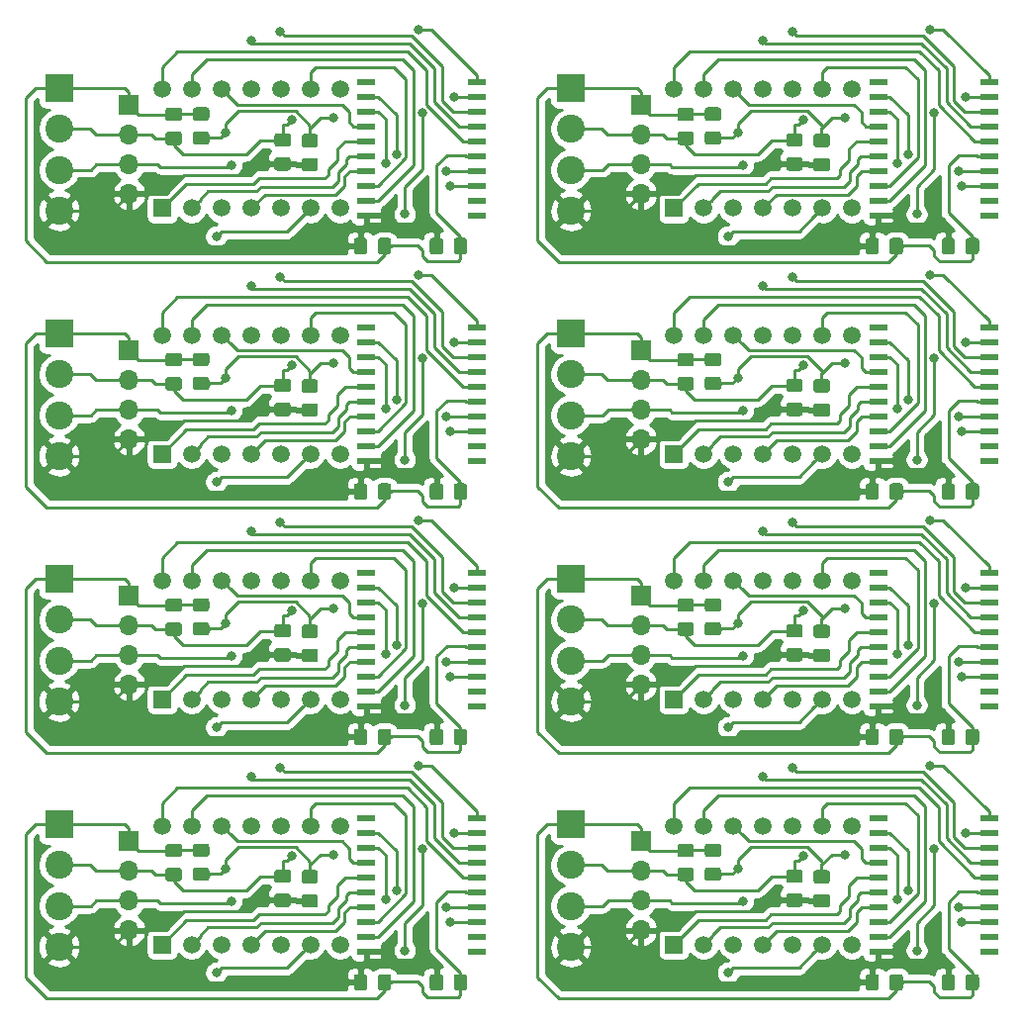
<source format=gbr>
G04 #@! TF.GenerationSoftware,KiCad,Pcbnew,5.1.5+dfsg1-2build2*
G04 #@! TF.CreationDate,2021-11-16T17:19:03-05:00*
G04 #@! TF.ProjectId,,58585858-5858-4585-9858-585858585858,rev?*
G04 #@! TF.SameCoordinates,Original*
G04 #@! TF.FileFunction,Copper,L2,Bot*
G04 #@! TF.FilePolarity,Positive*
%FSLAX46Y46*%
G04 Gerber Fmt 4.6, Leading zero omitted, Abs format (unit mm)*
G04 Created by KiCad (PCBNEW 5.1.5+dfsg1-2build2) date 2021-11-16 17:19:03*
%MOMM*%
%LPD*%
G04 APERTURE LIST*
%ADD10R,1.500000X1.500000*%
%ADD11C,1.500000*%
%ADD12C,0.100000*%
%ADD13R,2.400000X2.400000*%
%ADD14C,2.400000*%
%ADD15R,1.500000X0.600000*%
%ADD16R,1.700000X1.700000*%
%ADD17O,1.700000X1.700000*%
%ADD18C,0.800000*%
%ADD19C,0.250000*%
%ADD20C,0.254000*%
G04 APERTURE END LIST*
D10*
X157617400Y-111171100D03*
D11*
X160157400Y-111171100D03*
X162697400Y-111171100D03*
X165237400Y-111171100D03*
X167777400Y-111171100D03*
X170317400Y-111171100D03*
X172857400Y-111171100D03*
X172857400Y-101011100D03*
X170317400Y-101011100D03*
X167777400Y-101011100D03*
X165237400Y-101011100D03*
X162697400Y-101011100D03*
X160157400Y-101011100D03*
X157617400Y-101011100D03*
D10*
X113817400Y-111171100D03*
D11*
X116357400Y-111171100D03*
X118897400Y-111171100D03*
X121437400Y-111171100D03*
X123977400Y-111171100D03*
X126517400Y-111171100D03*
X129057400Y-111171100D03*
X129057400Y-101011100D03*
X126517400Y-101011100D03*
X123977400Y-101011100D03*
X121437400Y-101011100D03*
X118897400Y-101011100D03*
X116357400Y-101011100D03*
X113817400Y-101011100D03*
D10*
X157617400Y-90171100D03*
D11*
X160157400Y-90171100D03*
X162697400Y-90171100D03*
X165237400Y-90171100D03*
X167777400Y-90171100D03*
X170317400Y-90171100D03*
X172857400Y-90171100D03*
X172857400Y-80011100D03*
X170317400Y-80011100D03*
X167777400Y-80011100D03*
X165237400Y-80011100D03*
X162697400Y-80011100D03*
X160157400Y-80011100D03*
X157617400Y-80011100D03*
D10*
X113817400Y-90171100D03*
D11*
X116357400Y-90171100D03*
X118897400Y-90171100D03*
X121437400Y-90171100D03*
X123977400Y-90171100D03*
X126517400Y-90171100D03*
X129057400Y-90171100D03*
X129057400Y-80011100D03*
X126517400Y-80011100D03*
X123977400Y-80011100D03*
X121437400Y-80011100D03*
X118897400Y-80011100D03*
X116357400Y-80011100D03*
X113817400Y-80011100D03*
D10*
X157617400Y-69171100D03*
D11*
X160157400Y-69171100D03*
X162697400Y-69171100D03*
X165237400Y-69171100D03*
X167777400Y-69171100D03*
X170317400Y-69171100D03*
X172857400Y-69171100D03*
X172857400Y-59011100D03*
X170317400Y-59011100D03*
X167777400Y-59011100D03*
X165237400Y-59011100D03*
X162697400Y-59011100D03*
X160157400Y-59011100D03*
X157617400Y-59011100D03*
D10*
X113817400Y-69171100D03*
D11*
X116357400Y-69171100D03*
X118897400Y-69171100D03*
X121437400Y-69171100D03*
X123977400Y-69171100D03*
X126517400Y-69171100D03*
X129057400Y-69171100D03*
X129057400Y-59011100D03*
X126517400Y-59011100D03*
X123977400Y-59011100D03*
X121437400Y-59011100D03*
X118897400Y-59011100D03*
X116357400Y-59011100D03*
X113817400Y-59011100D03*
D10*
X157617400Y-48171100D03*
D11*
X160157400Y-48171100D03*
X162697400Y-48171100D03*
X165237400Y-48171100D03*
X167777400Y-48171100D03*
X170317400Y-48171100D03*
X172857400Y-48171100D03*
X172857400Y-38011100D03*
X170317400Y-38011100D03*
X167777400Y-38011100D03*
X165237400Y-38011100D03*
X162697400Y-38011100D03*
X160157400Y-38011100D03*
X157617400Y-38011100D03*
G04 #@! TA.AperFunction,SMDPad,CuDef*
D12*
G36*
X183502905Y-113710804D02*
G01*
X183527173Y-113714404D01*
X183550972Y-113720365D01*
X183574071Y-113728630D01*
X183596250Y-113739120D01*
X183617293Y-113751732D01*
X183636999Y-113766347D01*
X183655177Y-113782823D01*
X183671653Y-113801001D01*
X183686268Y-113820707D01*
X183698880Y-113841750D01*
X183709370Y-113863929D01*
X183717635Y-113887028D01*
X183723596Y-113910827D01*
X183727196Y-113935095D01*
X183728400Y-113959599D01*
X183728400Y-114859601D01*
X183727196Y-114884105D01*
X183723596Y-114908373D01*
X183717635Y-114932172D01*
X183709370Y-114955271D01*
X183698880Y-114977450D01*
X183686268Y-114998493D01*
X183671653Y-115018199D01*
X183655177Y-115036377D01*
X183636999Y-115052853D01*
X183617293Y-115067468D01*
X183596250Y-115080080D01*
X183574071Y-115090570D01*
X183550972Y-115098835D01*
X183527173Y-115104796D01*
X183502905Y-115108396D01*
X183478401Y-115109600D01*
X182828399Y-115109600D01*
X182803895Y-115108396D01*
X182779627Y-115104796D01*
X182755828Y-115098835D01*
X182732729Y-115090570D01*
X182710550Y-115080080D01*
X182689507Y-115067468D01*
X182669801Y-115052853D01*
X182651623Y-115036377D01*
X182635147Y-115018199D01*
X182620532Y-114998493D01*
X182607920Y-114977450D01*
X182597430Y-114955271D01*
X182589165Y-114932172D01*
X182583204Y-114908373D01*
X182579604Y-114884105D01*
X182578400Y-114859601D01*
X182578400Y-113959599D01*
X182579604Y-113935095D01*
X182583204Y-113910827D01*
X182589165Y-113887028D01*
X182597430Y-113863929D01*
X182607920Y-113841750D01*
X182620532Y-113820707D01*
X182635147Y-113801001D01*
X182651623Y-113782823D01*
X182669801Y-113766347D01*
X182689507Y-113751732D01*
X182710550Y-113739120D01*
X182732729Y-113728630D01*
X182755828Y-113720365D01*
X182779627Y-113714404D01*
X182803895Y-113710804D01*
X182828399Y-113709600D01*
X183478401Y-113709600D01*
X183502905Y-113710804D01*
G37*
G04 #@! TD.AperFunction*
G04 #@! TA.AperFunction,SMDPad,CuDef*
G36*
X181452905Y-113710804D02*
G01*
X181477173Y-113714404D01*
X181500972Y-113720365D01*
X181524071Y-113728630D01*
X181546250Y-113739120D01*
X181567293Y-113751732D01*
X181586999Y-113766347D01*
X181605177Y-113782823D01*
X181621653Y-113801001D01*
X181636268Y-113820707D01*
X181648880Y-113841750D01*
X181659370Y-113863929D01*
X181667635Y-113887028D01*
X181673596Y-113910827D01*
X181677196Y-113935095D01*
X181678400Y-113959599D01*
X181678400Y-114859601D01*
X181677196Y-114884105D01*
X181673596Y-114908373D01*
X181667635Y-114932172D01*
X181659370Y-114955271D01*
X181648880Y-114977450D01*
X181636268Y-114998493D01*
X181621653Y-115018199D01*
X181605177Y-115036377D01*
X181586999Y-115052853D01*
X181567293Y-115067468D01*
X181546250Y-115080080D01*
X181524071Y-115090570D01*
X181500972Y-115098835D01*
X181477173Y-115104796D01*
X181452905Y-115108396D01*
X181428401Y-115109600D01*
X180778399Y-115109600D01*
X180753895Y-115108396D01*
X180729627Y-115104796D01*
X180705828Y-115098835D01*
X180682729Y-115090570D01*
X180660550Y-115080080D01*
X180639507Y-115067468D01*
X180619801Y-115052853D01*
X180601623Y-115036377D01*
X180585147Y-115018199D01*
X180570532Y-114998493D01*
X180557920Y-114977450D01*
X180547430Y-114955271D01*
X180539165Y-114932172D01*
X180533204Y-114908373D01*
X180529604Y-114884105D01*
X180528400Y-114859601D01*
X180528400Y-113959599D01*
X180529604Y-113935095D01*
X180533204Y-113910827D01*
X180539165Y-113887028D01*
X180547430Y-113863929D01*
X180557920Y-113841750D01*
X180570532Y-113820707D01*
X180585147Y-113801001D01*
X180601623Y-113782823D01*
X180619801Y-113766347D01*
X180639507Y-113751732D01*
X180660550Y-113739120D01*
X180682729Y-113728630D01*
X180705828Y-113720365D01*
X180729627Y-113714404D01*
X180753895Y-113710804D01*
X180778399Y-113709600D01*
X181428401Y-113709600D01*
X181452905Y-113710804D01*
G37*
G04 #@! TD.AperFunction*
G04 #@! TA.AperFunction,SMDPad,CuDef*
G36*
X139702905Y-113710804D02*
G01*
X139727173Y-113714404D01*
X139750972Y-113720365D01*
X139774071Y-113728630D01*
X139796250Y-113739120D01*
X139817293Y-113751732D01*
X139836999Y-113766347D01*
X139855177Y-113782823D01*
X139871653Y-113801001D01*
X139886268Y-113820707D01*
X139898880Y-113841750D01*
X139909370Y-113863929D01*
X139917635Y-113887028D01*
X139923596Y-113910827D01*
X139927196Y-113935095D01*
X139928400Y-113959599D01*
X139928400Y-114859601D01*
X139927196Y-114884105D01*
X139923596Y-114908373D01*
X139917635Y-114932172D01*
X139909370Y-114955271D01*
X139898880Y-114977450D01*
X139886268Y-114998493D01*
X139871653Y-115018199D01*
X139855177Y-115036377D01*
X139836999Y-115052853D01*
X139817293Y-115067468D01*
X139796250Y-115080080D01*
X139774071Y-115090570D01*
X139750972Y-115098835D01*
X139727173Y-115104796D01*
X139702905Y-115108396D01*
X139678401Y-115109600D01*
X139028399Y-115109600D01*
X139003895Y-115108396D01*
X138979627Y-115104796D01*
X138955828Y-115098835D01*
X138932729Y-115090570D01*
X138910550Y-115080080D01*
X138889507Y-115067468D01*
X138869801Y-115052853D01*
X138851623Y-115036377D01*
X138835147Y-115018199D01*
X138820532Y-114998493D01*
X138807920Y-114977450D01*
X138797430Y-114955271D01*
X138789165Y-114932172D01*
X138783204Y-114908373D01*
X138779604Y-114884105D01*
X138778400Y-114859601D01*
X138778400Y-113959599D01*
X138779604Y-113935095D01*
X138783204Y-113910827D01*
X138789165Y-113887028D01*
X138797430Y-113863929D01*
X138807920Y-113841750D01*
X138820532Y-113820707D01*
X138835147Y-113801001D01*
X138851623Y-113782823D01*
X138869801Y-113766347D01*
X138889507Y-113751732D01*
X138910550Y-113739120D01*
X138932729Y-113728630D01*
X138955828Y-113720365D01*
X138979627Y-113714404D01*
X139003895Y-113710804D01*
X139028399Y-113709600D01*
X139678401Y-113709600D01*
X139702905Y-113710804D01*
G37*
G04 #@! TD.AperFunction*
G04 #@! TA.AperFunction,SMDPad,CuDef*
G36*
X137652905Y-113710804D02*
G01*
X137677173Y-113714404D01*
X137700972Y-113720365D01*
X137724071Y-113728630D01*
X137746250Y-113739120D01*
X137767293Y-113751732D01*
X137786999Y-113766347D01*
X137805177Y-113782823D01*
X137821653Y-113801001D01*
X137836268Y-113820707D01*
X137848880Y-113841750D01*
X137859370Y-113863929D01*
X137867635Y-113887028D01*
X137873596Y-113910827D01*
X137877196Y-113935095D01*
X137878400Y-113959599D01*
X137878400Y-114859601D01*
X137877196Y-114884105D01*
X137873596Y-114908373D01*
X137867635Y-114932172D01*
X137859370Y-114955271D01*
X137848880Y-114977450D01*
X137836268Y-114998493D01*
X137821653Y-115018199D01*
X137805177Y-115036377D01*
X137786999Y-115052853D01*
X137767293Y-115067468D01*
X137746250Y-115080080D01*
X137724071Y-115090570D01*
X137700972Y-115098835D01*
X137677173Y-115104796D01*
X137652905Y-115108396D01*
X137628401Y-115109600D01*
X136978399Y-115109600D01*
X136953895Y-115108396D01*
X136929627Y-115104796D01*
X136905828Y-115098835D01*
X136882729Y-115090570D01*
X136860550Y-115080080D01*
X136839507Y-115067468D01*
X136819801Y-115052853D01*
X136801623Y-115036377D01*
X136785147Y-115018199D01*
X136770532Y-114998493D01*
X136757920Y-114977450D01*
X136747430Y-114955271D01*
X136739165Y-114932172D01*
X136733204Y-114908373D01*
X136729604Y-114884105D01*
X136728400Y-114859601D01*
X136728400Y-113959599D01*
X136729604Y-113935095D01*
X136733204Y-113910827D01*
X136739165Y-113887028D01*
X136747430Y-113863929D01*
X136757920Y-113841750D01*
X136770532Y-113820707D01*
X136785147Y-113801001D01*
X136801623Y-113782823D01*
X136819801Y-113766347D01*
X136839507Y-113751732D01*
X136860550Y-113739120D01*
X136882729Y-113728630D01*
X136905828Y-113720365D01*
X136929627Y-113714404D01*
X136953895Y-113710804D01*
X136978399Y-113709600D01*
X137628401Y-113709600D01*
X137652905Y-113710804D01*
G37*
G04 #@! TD.AperFunction*
G04 #@! TA.AperFunction,SMDPad,CuDef*
G36*
X183502905Y-92710804D02*
G01*
X183527173Y-92714404D01*
X183550972Y-92720365D01*
X183574071Y-92728630D01*
X183596250Y-92739120D01*
X183617293Y-92751732D01*
X183636999Y-92766347D01*
X183655177Y-92782823D01*
X183671653Y-92801001D01*
X183686268Y-92820707D01*
X183698880Y-92841750D01*
X183709370Y-92863929D01*
X183717635Y-92887028D01*
X183723596Y-92910827D01*
X183727196Y-92935095D01*
X183728400Y-92959599D01*
X183728400Y-93859601D01*
X183727196Y-93884105D01*
X183723596Y-93908373D01*
X183717635Y-93932172D01*
X183709370Y-93955271D01*
X183698880Y-93977450D01*
X183686268Y-93998493D01*
X183671653Y-94018199D01*
X183655177Y-94036377D01*
X183636999Y-94052853D01*
X183617293Y-94067468D01*
X183596250Y-94080080D01*
X183574071Y-94090570D01*
X183550972Y-94098835D01*
X183527173Y-94104796D01*
X183502905Y-94108396D01*
X183478401Y-94109600D01*
X182828399Y-94109600D01*
X182803895Y-94108396D01*
X182779627Y-94104796D01*
X182755828Y-94098835D01*
X182732729Y-94090570D01*
X182710550Y-94080080D01*
X182689507Y-94067468D01*
X182669801Y-94052853D01*
X182651623Y-94036377D01*
X182635147Y-94018199D01*
X182620532Y-93998493D01*
X182607920Y-93977450D01*
X182597430Y-93955271D01*
X182589165Y-93932172D01*
X182583204Y-93908373D01*
X182579604Y-93884105D01*
X182578400Y-93859601D01*
X182578400Y-92959599D01*
X182579604Y-92935095D01*
X182583204Y-92910827D01*
X182589165Y-92887028D01*
X182597430Y-92863929D01*
X182607920Y-92841750D01*
X182620532Y-92820707D01*
X182635147Y-92801001D01*
X182651623Y-92782823D01*
X182669801Y-92766347D01*
X182689507Y-92751732D01*
X182710550Y-92739120D01*
X182732729Y-92728630D01*
X182755828Y-92720365D01*
X182779627Y-92714404D01*
X182803895Y-92710804D01*
X182828399Y-92709600D01*
X183478401Y-92709600D01*
X183502905Y-92710804D01*
G37*
G04 #@! TD.AperFunction*
G04 #@! TA.AperFunction,SMDPad,CuDef*
G36*
X181452905Y-92710804D02*
G01*
X181477173Y-92714404D01*
X181500972Y-92720365D01*
X181524071Y-92728630D01*
X181546250Y-92739120D01*
X181567293Y-92751732D01*
X181586999Y-92766347D01*
X181605177Y-92782823D01*
X181621653Y-92801001D01*
X181636268Y-92820707D01*
X181648880Y-92841750D01*
X181659370Y-92863929D01*
X181667635Y-92887028D01*
X181673596Y-92910827D01*
X181677196Y-92935095D01*
X181678400Y-92959599D01*
X181678400Y-93859601D01*
X181677196Y-93884105D01*
X181673596Y-93908373D01*
X181667635Y-93932172D01*
X181659370Y-93955271D01*
X181648880Y-93977450D01*
X181636268Y-93998493D01*
X181621653Y-94018199D01*
X181605177Y-94036377D01*
X181586999Y-94052853D01*
X181567293Y-94067468D01*
X181546250Y-94080080D01*
X181524071Y-94090570D01*
X181500972Y-94098835D01*
X181477173Y-94104796D01*
X181452905Y-94108396D01*
X181428401Y-94109600D01*
X180778399Y-94109600D01*
X180753895Y-94108396D01*
X180729627Y-94104796D01*
X180705828Y-94098835D01*
X180682729Y-94090570D01*
X180660550Y-94080080D01*
X180639507Y-94067468D01*
X180619801Y-94052853D01*
X180601623Y-94036377D01*
X180585147Y-94018199D01*
X180570532Y-93998493D01*
X180557920Y-93977450D01*
X180547430Y-93955271D01*
X180539165Y-93932172D01*
X180533204Y-93908373D01*
X180529604Y-93884105D01*
X180528400Y-93859601D01*
X180528400Y-92959599D01*
X180529604Y-92935095D01*
X180533204Y-92910827D01*
X180539165Y-92887028D01*
X180547430Y-92863929D01*
X180557920Y-92841750D01*
X180570532Y-92820707D01*
X180585147Y-92801001D01*
X180601623Y-92782823D01*
X180619801Y-92766347D01*
X180639507Y-92751732D01*
X180660550Y-92739120D01*
X180682729Y-92728630D01*
X180705828Y-92720365D01*
X180729627Y-92714404D01*
X180753895Y-92710804D01*
X180778399Y-92709600D01*
X181428401Y-92709600D01*
X181452905Y-92710804D01*
G37*
G04 #@! TD.AperFunction*
G04 #@! TA.AperFunction,SMDPad,CuDef*
G36*
X139702905Y-92710804D02*
G01*
X139727173Y-92714404D01*
X139750972Y-92720365D01*
X139774071Y-92728630D01*
X139796250Y-92739120D01*
X139817293Y-92751732D01*
X139836999Y-92766347D01*
X139855177Y-92782823D01*
X139871653Y-92801001D01*
X139886268Y-92820707D01*
X139898880Y-92841750D01*
X139909370Y-92863929D01*
X139917635Y-92887028D01*
X139923596Y-92910827D01*
X139927196Y-92935095D01*
X139928400Y-92959599D01*
X139928400Y-93859601D01*
X139927196Y-93884105D01*
X139923596Y-93908373D01*
X139917635Y-93932172D01*
X139909370Y-93955271D01*
X139898880Y-93977450D01*
X139886268Y-93998493D01*
X139871653Y-94018199D01*
X139855177Y-94036377D01*
X139836999Y-94052853D01*
X139817293Y-94067468D01*
X139796250Y-94080080D01*
X139774071Y-94090570D01*
X139750972Y-94098835D01*
X139727173Y-94104796D01*
X139702905Y-94108396D01*
X139678401Y-94109600D01*
X139028399Y-94109600D01*
X139003895Y-94108396D01*
X138979627Y-94104796D01*
X138955828Y-94098835D01*
X138932729Y-94090570D01*
X138910550Y-94080080D01*
X138889507Y-94067468D01*
X138869801Y-94052853D01*
X138851623Y-94036377D01*
X138835147Y-94018199D01*
X138820532Y-93998493D01*
X138807920Y-93977450D01*
X138797430Y-93955271D01*
X138789165Y-93932172D01*
X138783204Y-93908373D01*
X138779604Y-93884105D01*
X138778400Y-93859601D01*
X138778400Y-92959599D01*
X138779604Y-92935095D01*
X138783204Y-92910827D01*
X138789165Y-92887028D01*
X138797430Y-92863929D01*
X138807920Y-92841750D01*
X138820532Y-92820707D01*
X138835147Y-92801001D01*
X138851623Y-92782823D01*
X138869801Y-92766347D01*
X138889507Y-92751732D01*
X138910550Y-92739120D01*
X138932729Y-92728630D01*
X138955828Y-92720365D01*
X138979627Y-92714404D01*
X139003895Y-92710804D01*
X139028399Y-92709600D01*
X139678401Y-92709600D01*
X139702905Y-92710804D01*
G37*
G04 #@! TD.AperFunction*
G04 #@! TA.AperFunction,SMDPad,CuDef*
G36*
X137652905Y-92710804D02*
G01*
X137677173Y-92714404D01*
X137700972Y-92720365D01*
X137724071Y-92728630D01*
X137746250Y-92739120D01*
X137767293Y-92751732D01*
X137786999Y-92766347D01*
X137805177Y-92782823D01*
X137821653Y-92801001D01*
X137836268Y-92820707D01*
X137848880Y-92841750D01*
X137859370Y-92863929D01*
X137867635Y-92887028D01*
X137873596Y-92910827D01*
X137877196Y-92935095D01*
X137878400Y-92959599D01*
X137878400Y-93859601D01*
X137877196Y-93884105D01*
X137873596Y-93908373D01*
X137867635Y-93932172D01*
X137859370Y-93955271D01*
X137848880Y-93977450D01*
X137836268Y-93998493D01*
X137821653Y-94018199D01*
X137805177Y-94036377D01*
X137786999Y-94052853D01*
X137767293Y-94067468D01*
X137746250Y-94080080D01*
X137724071Y-94090570D01*
X137700972Y-94098835D01*
X137677173Y-94104796D01*
X137652905Y-94108396D01*
X137628401Y-94109600D01*
X136978399Y-94109600D01*
X136953895Y-94108396D01*
X136929627Y-94104796D01*
X136905828Y-94098835D01*
X136882729Y-94090570D01*
X136860550Y-94080080D01*
X136839507Y-94067468D01*
X136819801Y-94052853D01*
X136801623Y-94036377D01*
X136785147Y-94018199D01*
X136770532Y-93998493D01*
X136757920Y-93977450D01*
X136747430Y-93955271D01*
X136739165Y-93932172D01*
X136733204Y-93908373D01*
X136729604Y-93884105D01*
X136728400Y-93859601D01*
X136728400Y-92959599D01*
X136729604Y-92935095D01*
X136733204Y-92910827D01*
X136739165Y-92887028D01*
X136747430Y-92863929D01*
X136757920Y-92841750D01*
X136770532Y-92820707D01*
X136785147Y-92801001D01*
X136801623Y-92782823D01*
X136819801Y-92766347D01*
X136839507Y-92751732D01*
X136860550Y-92739120D01*
X136882729Y-92728630D01*
X136905828Y-92720365D01*
X136929627Y-92714404D01*
X136953895Y-92710804D01*
X136978399Y-92709600D01*
X137628401Y-92709600D01*
X137652905Y-92710804D01*
G37*
G04 #@! TD.AperFunction*
G04 #@! TA.AperFunction,SMDPad,CuDef*
G36*
X183502905Y-71710804D02*
G01*
X183527173Y-71714404D01*
X183550972Y-71720365D01*
X183574071Y-71728630D01*
X183596250Y-71739120D01*
X183617293Y-71751732D01*
X183636999Y-71766347D01*
X183655177Y-71782823D01*
X183671653Y-71801001D01*
X183686268Y-71820707D01*
X183698880Y-71841750D01*
X183709370Y-71863929D01*
X183717635Y-71887028D01*
X183723596Y-71910827D01*
X183727196Y-71935095D01*
X183728400Y-71959599D01*
X183728400Y-72859601D01*
X183727196Y-72884105D01*
X183723596Y-72908373D01*
X183717635Y-72932172D01*
X183709370Y-72955271D01*
X183698880Y-72977450D01*
X183686268Y-72998493D01*
X183671653Y-73018199D01*
X183655177Y-73036377D01*
X183636999Y-73052853D01*
X183617293Y-73067468D01*
X183596250Y-73080080D01*
X183574071Y-73090570D01*
X183550972Y-73098835D01*
X183527173Y-73104796D01*
X183502905Y-73108396D01*
X183478401Y-73109600D01*
X182828399Y-73109600D01*
X182803895Y-73108396D01*
X182779627Y-73104796D01*
X182755828Y-73098835D01*
X182732729Y-73090570D01*
X182710550Y-73080080D01*
X182689507Y-73067468D01*
X182669801Y-73052853D01*
X182651623Y-73036377D01*
X182635147Y-73018199D01*
X182620532Y-72998493D01*
X182607920Y-72977450D01*
X182597430Y-72955271D01*
X182589165Y-72932172D01*
X182583204Y-72908373D01*
X182579604Y-72884105D01*
X182578400Y-72859601D01*
X182578400Y-71959599D01*
X182579604Y-71935095D01*
X182583204Y-71910827D01*
X182589165Y-71887028D01*
X182597430Y-71863929D01*
X182607920Y-71841750D01*
X182620532Y-71820707D01*
X182635147Y-71801001D01*
X182651623Y-71782823D01*
X182669801Y-71766347D01*
X182689507Y-71751732D01*
X182710550Y-71739120D01*
X182732729Y-71728630D01*
X182755828Y-71720365D01*
X182779627Y-71714404D01*
X182803895Y-71710804D01*
X182828399Y-71709600D01*
X183478401Y-71709600D01*
X183502905Y-71710804D01*
G37*
G04 #@! TD.AperFunction*
G04 #@! TA.AperFunction,SMDPad,CuDef*
G36*
X181452905Y-71710804D02*
G01*
X181477173Y-71714404D01*
X181500972Y-71720365D01*
X181524071Y-71728630D01*
X181546250Y-71739120D01*
X181567293Y-71751732D01*
X181586999Y-71766347D01*
X181605177Y-71782823D01*
X181621653Y-71801001D01*
X181636268Y-71820707D01*
X181648880Y-71841750D01*
X181659370Y-71863929D01*
X181667635Y-71887028D01*
X181673596Y-71910827D01*
X181677196Y-71935095D01*
X181678400Y-71959599D01*
X181678400Y-72859601D01*
X181677196Y-72884105D01*
X181673596Y-72908373D01*
X181667635Y-72932172D01*
X181659370Y-72955271D01*
X181648880Y-72977450D01*
X181636268Y-72998493D01*
X181621653Y-73018199D01*
X181605177Y-73036377D01*
X181586999Y-73052853D01*
X181567293Y-73067468D01*
X181546250Y-73080080D01*
X181524071Y-73090570D01*
X181500972Y-73098835D01*
X181477173Y-73104796D01*
X181452905Y-73108396D01*
X181428401Y-73109600D01*
X180778399Y-73109600D01*
X180753895Y-73108396D01*
X180729627Y-73104796D01*
X180705828Y-73098835D01*
X180682729Y-73090570D01*
X180660550Y-73080080D01*
X180639507Y-73067468D01*
X180619801Y-73052853D01*
X180601623Y-73036377D01*
X180585147Y-73018199D01*
X180570532Y-72998493D01*
X180557920Y-72977450D01*
X180547430Y-72955271D01*
X180539165Y-72932172D01*
X180533204Y-72908373D01*
X180529604Y-72884105D01*
X180528400Y-72859601D01*
X180528400Y-71959599D01*
X180529604Y-71935095D01*
X180533204Y-71910827D01*
X180539165Y-71887028D01*
X180547430Y-71863929D01*
X180557920Y-71841750D01*
X180570532Y-71820707D01*
X180585147Y-71801001D01*
X180601623Y-71782823D01*
X180619801Y-71766347D01*
X180639507Y-71751732D01*
X180660550Y-71739120D01*
X180682729Y-71728630D01*
X180705828Y-71720365D01*
X180729627Y-71714404D01*
X180753895Y-71710804D01*
X180778399Y-71709600D01*
X181428401Y-71709600D01*
X181452905Y-71710804D01*
G37*
G04 #@! TD.AperFunction*
G04 #@! TA.AperFunction,SMDPad,CuDef*
G36*
X139702905Y-71710804D02*
G01*
X139727173Y-71714404D01*
X139750972Y-71720365D01*
X139774071Y-71728630D01*
X139796250Y-71739120D01*
X139817293Y-71751732D01*
X139836999Y-71766347D01*
X139855177Y-71782823D01*
X139871653Y-71801001D01*
X139886268Y-71820707D01*
X139898880Y-71841750D01*
X139909370Y-71863929D01*
X139917635Y-71887028D01*
X139923596Y-71910827D01*
X139927196Y-71935095D01*
X139928400Y-71959599D01*
X139928400Y-72859601D01*
X139927196Y-72884105D01*
X139923596Y-72908373D01*
X139917635Y-72932172D01*
X139909370Y-72955271D01*
X139898880Y-72977450D01*
X139886268Y-72998493D01*
X139871653Y-73018199D01*
X139855177Y-73036377D01*
X139836999Y-73052853D01*
X139817293Y-73067468D01*
X139796250Y-73080080D01*
X139774071Y-73090570D01*
X139750972Y-73098835D01*
X139727173Y-73104796D01*
X139702905Y-73108396D01*
X139678401Y-73109600D01*
X139028399Y-73109600D01*
X139003895Y-73108396D01*
X138979627Y-73104796D01*
X138955828Y-73098835D01*
X138932729Y-73090570D01*
X138910550Y-73080080D01*
X138889507Y-73067468D01*
X138869801Y-73052853D01*
X138851623Y-73036377D01*
X138835147Y-73018199D01*
X138820532Y-72998493D01*
X138807920Y-72977450D01*
X138797430Y-72955271D01*
X138789165Y-72932172D01*
X138783204Y-72908373D01*
X138779604Y-72884105D01*
X138778400Y-72859601D01*
X138778400Y-71959599D01*
X138779604Y-71935095D01*
X138783204Y-71910827D01*
X138789165Y-71887028D01*
X138797430Y-71863929D01*
X138807920Y-71841750D01*
X138820532Y-71820707D01*
X138835147Y-71801001D01*
X138851623Y-71782823D01*
X138869801Y-71766347D01*
X138889507Y-71751732D01*
X138910550Y-71739120D01*
X138932729Y-71728630D01*
X138955828Y-71720365D01*
X138979627Y-71714404D01*
X139003895Y-71710804D01*
X139028399Y-71709600D01*
X139678401Y-71709600D01*
X139702905Y-71710804D01*
G37*
G04 #@! TD.AperFunction*
G04 #@! TA.AperFunction,SMDPad,CuDef*
G36*
X137652905Y-71710804D02*
G01*
X137677173Y-71714404D01*
X137700972Y-71720365D01*
X137724071Y-71728630D01*
X137746250Y-71739120D01*
X137767293Y-71751732D01*
X137786999Y-71766347D01*
X137805177Y-71782823D01*
X137821653Y-71801001D01*
X137836268Y-71820707D01*
X137848880Y-71841750D01*
X137859370Y-71863929D01*
X137867635Y-71887028D01*
X137873596Y-71910827D01*
X137877196Y-71935095D01*
X137878400Y-71959599D01*
X137878400Y-72859601D01*
X137877196Y-72884105D01*
X137873596Y-72908373D01*
X137867635Y-72932172D01*
X137859370Y-72955271D01*
X137848880Y-72977450D01*
X137836268Y-72998493D01*
X137821653Y-73018199D01*
X137805177Y-73036377D01*
X137786999Y-73052853D01*
X137767293Y-73067468D01*
X137746250Y-73080080D01*
X137724071Y-73090570D01*
X137700972Y-73098835D01*
X137677173Y-73104796D01*
X137652905Y-73108396D01*
X137628401Y-73109600D01*
X136978399Y-73109600D01*
X136953895Y-73108396D01*
X136929627Y-73104796D01*
X136905828Y-73098835D01*
X136882729Y-73090570D01*
X136860550Y-73080080D01*
X136839507Y-73067468D01*
X136819801Y-73052853D01*
X136801623Y-73036377D01*
X136785147Y-73018199D01*
X136770532Y-72998493D01*
X136757920Y-72977450D01*
X136747430Y-72955271D01*
X136739165Y-72932172D01*
X136733204Y-72908373D01*
X136729604Y-72884105D01*
X136728400Y-72859601D01*
X136728400Y-71959599D01*
X136729604Y-71935095D01*
X136733204Y-71910827D01*
X136739165Y-71887028D01*
X136747430Y-71863929D01*
X136757920Y-71841750D01*
X136770532Y-71820707D01*
X136785147Y-71801001D01*
X136801623Y-71782823D01*
X136819801Y-71766347D01*
X136839507Y-71751732D01*
X136860550Y-71739120D01*
X136882729Y-71728630D01*
X136905828Y-71720365D01*
X136929627Y-71714404D01*
X136953895Y-71710804D01*
X136978399Y-71709600D01*
X137628401Y-71709600D01*
X137652905Y-71710804D01*
G37*
G04 #@! TD.AperFunction*
G04 #@! TA.AperFunction,SMDPad,CuDef*
G36*
X183502905Y-50710804D02*
G01*
X183527173Y-50714404D01*
X183550972Y-50720365D01*
X183574071Y-50728630D01*
X183596250Y-50739120D01*
X183617293Y-50751732D01*
X183636999Y-50766347D01*
X183655177Y-50782823D01*
X183671653Y-50801001D01*
X183686268Y-50820707D01*
X183698880Y-50841750D01*
X183709370Y-50863929D01*
X183717635Y-50887028D01*
X183723596Y-50910827D01*
X183727196Y-50935095D01*
X183728400Y-50959599D01*
X183728400Y-51859601D01*
X183727196Y-51884105D01*
X183723596Y-51908373D01*
X183717635Y-51932172D01*
X183709370Y-51955271D01*
X183698880Y-51977450D01*
X183686268Y-51998493D01*
X183671653Y-52018199D01*
X183655177Y-52036377D01*
X183636999Y-52052853D01*
X183617293Y-52067468D01*
X183596250Y-52080080D01*
X183574071Y-52090570D01*
X183550972Y-52098835D01*
X183527173Y-52104796D01*
X183502905Y-52108396D01*
X183478401Y-52109600D01*
X182828399Y-52109600D01*
X182803895Y-52108396D01*
X182779627Y-52104796D01*
X182755828Y-52098835D01*
X182732729Y-52090570D01*
X182710550Y-52080080D01*
X182689507Y-52067468D01*
X182669801Y-52052853D01*
X182651623Y-52036377D01*
X182635147Y-52018199D01*
X182620532Y-51998493D01*
X182607920Y-51977450D01*
X182597430Y-51955271D01*
X182589165Y-51932172D01*
X182583204Y-51908373D01*
X182579604Y-51884105D01*
X182578400Y-51859601D01*
X182578400Y-50959599D01*
X182579604Y-50935095D01*
X182583204Y-50910827D01*
X182589165Y-50887028D01*
X182597430Y-50863929D01*
X182607920Y-50841750D01*
X182620532Y-50820707D01*
X182635147Y-50801001D01*
X182651623Y-50782823D01*
X182669801Y-50766347D01*
X182689507Y-50751732D01*
X182710550Y-50739120D01*
X182732729Y-50728630D01*
X182755828Y-50720365D01*
X182779627Y-50714404D01*
X182803895Y-50710804D01*
X182828399Y-50709600D01*
X183478401Y-50709600D01*
X183502905Y-50710804D01*
G37*
G04 #@! TD.AperFunction*
G04 #@! TA.AperFunction,SMDPad,CuDef*
G36*
X181452905Y-50710804D02*
G01*
X181477173Y-50714404D01*
X181500972Y-50720365D01*
X181524071Y-50728630D01*
X181546250Y-50739120D01*
X181567293Y-50751732D01*
X181586999Y-50766347D01*
X181605177Y-50782823D01*
X181621653Y-50801001D01*
X181636268Y-50820707D01*
X181648880Y-50841750D01*
X181659370Y-50863929D01*
X181667635Y-50887028D01*
X181673596Y-50910827D01*
X181677196Y-50935095D01*
X181678400Y-50959599D01*
X181678400Y-51859601D01*
X181677196Y-51884105D01*
X181673596Y-51908373D01*
X181667635Y-51932172D01*
X181659370Y-51955271D01*
X181648880Y-51977450D01*
X181636268Y-51998493D01*
X181621653Y-52018199D01*
X181605177Y-52036377D01*
X181586999Y-52052853D01*
X181567293Y-52067468D01*
X181546250Y-52080080D01*
X181524071Y-52090570D01*
X181500972Y-52098835D01*
X181477173Y-52104796D01*
X181452905Y-52108396D01*
X181428401Y-52109600D01*
X180778399Y-52109600D01*
X180753895Y-52108396D01*
X180729627Y-52104796D01*
X180705828Y-52098835D01*
X180682729Y-52090570D01*
X180660550Y-52080080D01*
X180639507Y-52067468D01*
X180619801Y-52052853D01*
X180601623Y-52036377D01*
X180585147Y-52018199D01*
X180570532Y-51998493D01*
X180557920Y-51977450D01*
X180547430Y-51955271D01*
X180539165Y-51932172D01*
X180533204Y-51908373D01*
X180529604Y-51884105D01*
X180528400Y-51859601D01*
X180528400Y-50959599D01*
X180529604Y-50935095D01*
X180533204Y-50910827D01*
X180539165Y-50887028D01*
X180547430Y-50863929D01*
X180557920Y-50841750D01*
X180570532Y-50820707D01*
X180585147Y-50801001D01*
X180601623Y-50782823D01*
X180619801Y-50766347D01*
X180639507Y-50751732D01*
X180660550Y-50739120D01*
X180682729Y-50728630D01*
X180705828Y-50720365D01*
X180729627Y-50714404D01*
X180753895Y-50710804D01*
X180778399Y-50709600D01*
X181428401Y-50709600D01*
X181452905Y-50710804D01*
G37*
G04 #@! TD.AperFunction*
D13*
X148803600Y-100871400D03*
D14*
X148803600Y-104371400D03*
X148803600Y-107871400D03*
X148803600Y-111371400D03*
D13*
X105003600Y-100871400D03*
D14*
X105003600Y-104371400D03*
X105003600Y-107871400D03*
X105003600Y-111371400D03*
D13*
X148803600Y-79871400D03*
D14*
X148803600Y-83371400D03*
X148803600Y-86871400D03*
X148803600Y-90371400D03*
D13*
X105003600Y-79871400D03*
D14*
X105003600Y-83371400D03*
X105003600Y-86871400D03*
X105003600Y-90371400D03*
D13*
X148803600Y-58871400D03*
D14*
X148803600Y-62371400D03*
X148803600Y-65871400D03*
X148803600Y-69371400D03*
D13*
X105003600Y-58871400D03*
D14*
X105003600Y-62371400D03*
X105003600Y-65871400D03*
X105003600Y-69371400D03*
D13*
X148803600Y-37871400D03*
D14*
X148803600Y-41371400D03*
X148803600Y-44871400D03*
X148803600Y-48371400D03*
D15*
X175092400Y-105430700D03*
X175092400Y-106700700D03*
X175092400Y-107970700D03*
X175092400Y-109240700D03*
X175092400Y-110510700D03*
X175092400Y-111780700D03*
X175092400Y-104160700D03*
X175092400Y-102890700D03*
X175092400Y-101620700D03*
X175092400Y-100350700D03*
X184592400Y-100350700D03*
X184592400Y-101620700D03*
X184592400Y-102890700D03*
X184592400Y-104160700D03*
X184592400Y-105430700D03*
X184592400Y-106700700D03*
X184592400Y-107970700D03*
X184592400Y-109240700D03*
X184592400Y-110510700D03*
X184592400Y-111780700D03*
X131292400Y-105430700D03*
X131292400Y-106700700D03*
X131292400Y-107970700D03*
X131292400Y-109240700D03*
X131292400Y-110510700D03*
X131292400Y-111780700D03*
X131292400Y-104160700D03*
X131292400Y-102890700D03*
X131292400Y-101620700D03*
X131292400Y-100350700D03*
X140792400Y-100350700D03*
X140792400Y-101620700D03*
X140792400Y-102890700D03*
X140792400Y-104160700D03*
X140792400Y-105430700D03*
X140792400Y-106700700D03*
X140792400Y-107970700D03*
X140792400Y-109240700D03*
X140792400Y-110510700D03*
X140792400Y-111780700D03*
X175092400Y-84430700D03*
X175092400Y-85700700D03*
X175092400Y-86970700D03*
X175092400Y-88240700D03*
X175092400Y-89510700D03*
X175092400Y-90780700D03*
X175092400Y-83160700D03*
X175092400Y-81890700D03*
X175092400Y-80620700D03*
X175092400Y-79350700D03*
X184592400Y-79350700D03*
X184592400Y-80620700D03*
X184592400Y-81890700D03*
X184592400Y-83160700D03*
X184592400Y-84430700D03*
X184592400Y-85700700D03*
X184592400Y-86970700D03*
X184592400Y-88240700D03*
X184592400Y-89510700D03*
X184592400Y-90780700D03*
X131292400Y-84430700D03*
X131292400Y-85700700D03*
X131292400Y-86970700D03*
X131292400Y-88240700D03*
X131292400Y-89510700D03*
X131292400Y-90780700D03*
X131292400Y-83160700D03*
X131292400Y-81890700D03*
X131292400Y-80620700D03*
X131292400Y-79350700D03*
X140792400Y-79350700D03*
X140792400Y-80620700D03*
X140792400Y-81890700D03*
X140792400Y-83160700D03*
X140792400Y-84430700D03*
X140792400Y-85700700D03*
X140792400Y-86970700D03*
X140792400Y-88240700D03*
X140792400Y-89510700D03*
X140792400Y-90780700D03*
X175092400Y-63430700D03*
X175092400Y-64700700D03*
X175092400Y-65970700D03*
X175092400Y-67240700D03*
X175092400Y-68510700D03*
X175092400Y-69780700D03*
X175092400Y-62160700D03*
X175092400Y-60890700D03*
X175092400Y-59620700D03*
X175092400Y-58350700D03*
X184592400Y-58350700D03*
X184592400Y-59620700D03*
X184592400Y-60890700D03*
X184592400Y-62160700D03*
X184592400Y-63430700D03*
X184592400Y-64700700D03*
X184592400Y-65970700D03*
X184592400Y-67240700D03*
X184592400Y-68510700D03*
X184592400Y-69780700D03*
X131292400Y-63430700D03*
X131292400Y-64700700D03*
X131292400Y-65970700D03*
X131292400Y-67240700D03*
X131292400Y-68510700D03*
X131292400Y-69780700D03*
X131292400Y-62160700D03*
X131292400Y-60890700D03*
X131292400Y-59620700D03*
X131292400Y-58350700D03*
X140792400Y-58350700D03*
X140792400Y-59620700D03*
X140792400Y-60890700D03*
X140792400Y-62160700D03*
X140792400Y-63430700D03*
X140792400Y-64700700D03*
X140792400Y-65970700D03*
X140792400Y-67240700D03*
X140792400Y-68510700D03*
X140792400Y-69780700D03*
X175092400Y-42430700D03*
X175092400Y-43700700D03*
X175092400Y-44970700D03*
X175092400Y-46240700D03*
X175092400Y-47510700D03*
X175092400Y-48780700D03*
X175092400Y-41160700D03*
X175092400Y-39890700D03*
X175092400Y-38620700D03*
X175092400Y-37350700D03*
X184592400Y-37350700D03*
X184592400Y-38620700D03*
X184592400Y-39890700D03*
X184592400Y-41160700D03*
X184592400Y-42430700D03*
X184592400Y-43700700D03*
X184592400Y-44970700D03*
X184592400Y-46240700D03*
X184592400Y-47510700D03*
X184592400Y-48780700D03*
D16*
X154798000Y-102319200D03*
D17*
X154798000Y-104859200D03*
X154798000Y-107399200D03*
X154798000Y-109939200D03*
D16*
X110998000Y-102319200D03*
D17*
X110998000Y-104859200D03*
X110998000Y-107399200D03*
X110998000Y-109939200D03*
D16*
X154798000Y-81319200D03*
D17*
X154798000Y-83859200D03*
X154798000Y-86399200D03*
X154798000Y-88939200D03*
D16*
X110998000Y-81319200D03*
D17*
X110998000Y-83859200D03*
X110998000Y-86399200D03*
X110998000Y-88939200D03*
D16*
X154798000Y-60319200D03*
D17*
X154798000Y-62859200D03*
X154798000Y-65399200D03*
X154798000Y-67939200D03*
D16*
X110998000Y-60319200D03*
D17*
X110998000Y-62859200D03*
X110998000Y-65399200D03*
X110998000Y-67939200D03*
D16*
X154798000Y-39319200D03*
D17*
X154798000Y-41859200D03*
X154798000Y-44399200D03*
X154798000Y-46939200D03*
G04 #@! TA.AperFunction,SMDPad,CuDef*
D12*
G36*
X159095205Y-102561904D02*
G01*
X159119473Y-102565504D01*
X159143272Y-102571465D01*
X159166371Y-102579730D01*
X159188550Y-102590220D01*
X159209593Y-102602832D01*
X159229299Y-102617447D01*
X159247477Y-102633923D01*
X159263953Y-102652101D01*
X159278568Y-102671807D01*
X159291180Y-102692850D01*
X159301670Y-102715029D01*
X159309935Y-102738128D01*
X159315896Y-102761927D01*
X159319496Y-102786195D01*
X159320700Y-102810699D01*
X159320700Y-103460701D01*
X159319496Y-103485205D01*
X159315896Y-103509473D01*
X159309935Y-103533272D01*
X159301670Y-103556371D01*
X159291180Y-103578550D01*
X159278568Y-103599593D01*
X159263953Y-103619299D01*
X159247477Y-103637477D01*
X159229299Y-103653953D01*
X159209593Y-103668568D01*
X159188550Y-103681180D01*
X159166371Y-103691670D01*
X159143272Y-103699935D01*
X159119473Y-103705896D01*
X159095205Y-103709496D01*
X159070701Y-103710700D01*
X158170699Y-103710700D01*
X158146195Y-103709496D01*
X158121927Y-103705896D01*
X158098128Y-103699935D01*
X158075029Y-103691670D01*
X158052850Y-103681180D01*
X158031807Y-103668568D01*
X158012101Y-103653953D01*
X157993923Y-103637477D01*
X157977447Y-103619299D01*
X157962832Y-103599593D01*
X157950220Y-103578550D01*
X157939730Y-103556371D01*
X157931465Y-103533272D01*
X157925504Y-103509473D01*
X157921904Y-103485205D01*
X157920700Y-103460701D01*
X157920700Y-102810699D01*
X157921904Y-102786195D01*
X157925504Y-102761927D01*
X157931465Y-102738128D01*
X157939730Y-102715029D01*
X157950220Y-102692850D01*
X157962832Y-102671807D01*
X157977447Y-102652101D01*
X157993923Y-102633923D01*
X158012101Y-102617447D01*
X158031807Y-102602832D01*
X158052850Y-102590220D01*
X158075029Y-102579730D01*
X158098128Y-102571465D01*
X158121927Y-102565504D01*
X158146195Y-102561904D01*
X158170699Y-102560700D01*
X159070701Y-102560700D01*
X159095205Y-102561904D01*
G37*
G04 #@! TD.AperFunction*
G04 #@! TA.AperFunction,SMDPad,CuDef*
G36*
X159095205Y-104611904D02*
G01*
X159119473Y-104615504D01*
X159143272Y-104621465D01*
X159166371Y-104629730D01*
X159188550Y-104640220D01*
X159209593Y-104652832D01*
X159229299Y-104667447D01*
X159247477Y-104683923D01*
X159263953Y-104702101D01*
X159278568Y-104721807D01*
X159291180Y-104742850D01*
X159301670Y-104765029D01*
X159309935Y-104788128D01*
X159315896Y-104811927D01*
X159319496Y-104836195D01*
X159320700Y-104860699D01*
X159320700Y-105510701D01*
X159319496Y-105535205D01*
X159315896Y-105559473D01*
X159309935Y-105583272D01*
X159301670Y-105606371D01*
X159291180Y-105628550D01*
X159278568Y-105649593D01*
X159263953Y-105669299D01*
X159247477Y-105687477D01*
X159229299Y-105703953D01*
X159209593Y-105718568D01*
X159188550Y-105731180D01*
X159166371Y-105741670D01*
X159143272Y-105749935D01*
X159119473Y-105755896D01*
X159095205Y-105759496D01*
X159070701Y-105760700D01*
X158170699Y-105760700D01*
X158146195Y-105759496D01*
X158121927Y-105755896D01*
X158098128Y-105749935D01*
X158075029Y-105741670D01*
X158052850Y-105731180D01*
X158031807Y-105718568D01*
X158012101Y-105703953D01*
X157993923Y-105687477D01*
X157977447Y-105669299D01*
X157962832Y-105649593D01*
X157950220Y-105628550D01*
X157939730Y-105606371D01*
X157931465Y-105583272D01*
X157925504Y-105559473D01*
X157921904Y-105535205D01*
X157920700Y-105510701D01*
X157920700Y-104860699D01*
X157921904Y-104836195D01*
X157925504Y-104811927D01*
X157931465Y-104788128D01*
X157939730Y-104765029D01*
X157950220Y-104742850D01*
X157962832Y-104721807D01*
X157977447Y-104702101D01*
X157993923Y-104683923D01*
X158012101Y-104667447D01*
X158031807Y-104652832D01*
X158052850Y-104640220D01*
X158075029Y-104629730D01*
X158098128Y-104621465D01*
X158121927Y-104615504D01*
X158146195Y-104611904D01*
X158170699Y-104610700D01*
X159070701Y-104610700D01*
X159095205Y-104611904D01*
G37*
G04 #@! TD.AperFunction*
G04 #@! TA.AperFunction,SMDPad,CuDef*
G36*
X115295205Y-102561904D02*
G01*
X115319473Y-102565504D01*
X115343272Y-102571465D01*
X115366371Y-102579730D01*
X115388550Y-102590220D01*
X115409593Y-102602832D01*
X115429299Y-102617447D01*
X115447477Y-102633923D01*
X115463953Y-102652101D01*
X115478568Y-102671807D01*
X115491180Y-102692850D01*
X115501670Y-102715029D01*
X115509935Y-102738128D01*
X115515896Y-102761927D01*
X115519496Y-102786195D01*
X115520700Y-102810699D01*
X115520700Y-103460701D01*
X115519496Y-103485205D01*
X115515896Y-103509473D01*
X115509935Y-103533272D01*
X115501670Y-103556371D01*
X115491180Y-103578550D01*
X115478568Y-103599593D01*
X115463953Y-103619299D01*
X115447477Y-103637477D01*
X115429299Y-103653953D01*
X115409593Y-103668568D01*
X115388550Y-103681180D01*
X115366371Y-103691670D01*
X115343272Y-103699935D01*
X115319473Y-103705896D01*
X115295205Y-103709496D01*
X115270701Y-103710700D01*
X114370699Y-103710700D01*
X114346195Y-103709496D01*
X114321927Y-103705896D01*
X114298128Y-103699935D01*
X114275029Y-103691670D01*
X114252850Y-103681180D01*
X114231807Y-103668568D01*
X114212101Y-103653953D01*
X114193923Y-103637477D01*
X114177447Y-103619299D01*
X114162832Y-103599593D01*
X114150220Y-103578550D01*
X114139730Y-103556371D01*
X114131465Y-103533272D01*
X114125504Y-103509473D01*
X114121904Y-103485205D01*
X114120700Y-103460701D01*
X114120700Y-102810699D01*
X114121904Y-102786195D01*
X114125504Y-102761927D01*
X114131465Y-102738128D01*
X114139730Y-102715029D01*
X114150220Y-102692850D01*
X114162832Y-102671807D01*
X114177447Y-102652101D01*
X114193923Y-102633923D01*
X114212101Y-102617447D01*
X114231807Y-102602832D01*
X114252850Y-102590220D01*
X114275029Y-102579730D01*
X114298128Y-102571465D01*
X114321927Y-102565504D01*
X114346195Y-102561904D01*
X114370699Y-102560700D01*
X115270701Y-102560700D01*
X115295205Y-102561904D01*
G37*
G04 #@! TD.AperFunction*
G04 #@! TA.AperFunction,SMDPad,CuDef*
G36*
X115295205Y-104611904D02*
G01*
X115319473Y-104615504D01*
X115343272Y-104621465D01*
X115366371Y-104629730D01*
X115388550Y-104640220D01*
X115409593Y-104652832D01*
X115429299Y-104667447D01*
X115447477Y-104683923D01*
X115463953Y-104702101D01*
X115478568Y-104721807D01*
X115491180Y-104742850D01*
X115501670Y-104765029D01*
X115509935Y-104788128D01*
X115515896Y-104811927D01*
X115519496Y-104836195D01*
X115520700Y-104860699D01*
X115520700Y-105510701D01*
X115519496Y-105535205D01*
X115515896Y-105559473D01*
X115509935Y-105583272D01*
X115501670Y-105606371D01*
X115491180Y-105628550D01*
X115478568Y-105649593D01*
X115463953Y-105669299D01*
X115447477Y-105687477D01*
X115429299Y-105703953D01*
X115409593Y-105718568D01*
X115388550Y-105731180D01*
X115366371Y-105741670D01*
X115343272Y-105749935D01*
X115319473Y-105755896D01*
X115295205Y-105759496D01*
X115270701Y-105760700D01*
X114370699Y-105760700D01*
X114346195Y-105759496D01*
X114321927Y-105755896D01*
X114298128Y-105749935D01*
X114275029Y-105741670D01*
X114252850Y-105731180D01*
X114231807Y-105718568D01*
X114212101Y-105703953D01*
X114193923Y-105687477D01*
X114177447Y-105669299D01*
X114162832Y-105649593D01*
X114150220Y-105628550D01*
X114139730Y-105606371D01*
X114131465Y-105583272D01*
X114125504Y-105559473D01*
X114121904Y-105535205D01*
X114120700Y-105510701D01*
X114120700Y-104860699D01*
X114121904Y-104836195D01*
X114125504Y-104811927D01*
X114131465Y-104788128D01*
X114139730Y-104765029D01*
X114150220Y-104742850D01*
X114162832Y-104721807D01*
X114177447Y-104702101D01*
X114193923Y-104683923D01*
X114212101Y-104667447D01*
X114231807Y-104652832D01*
X114252850Y-104640220D01*
X114275029Y-104629730D01*
X114298128Y-104621465D01*
X114321927Y-104615504D01*
X114346195Y-104611904D01*
X114370699Y-104610700D01*
X115270701Y-104610700D01*
X115295205Y-104611904D01*
G37*
G04 #@! TD.AperFunction*
G04 #@! TA.AperFunction,SMDPad,CuDef*
G36*
X159095205Y-81561904D02*
G01*
X159119473Y-81565504D01*
X159143272Y-81571465D01*
X159166371Y-81579730D01*
X159188550Y-81590220D01*
X159209593Y-81602832D01*
X159229299Y-81617447D01*
X159247477Y-81633923D01*
X159263953Y-81652101D01*
X159278568Y-81671807D01*
X159291180Y-81692850D01*
X159301670Y-81715029D01*
X159309935Y-81738128D01*
X159315896Y-81761927D01*
X159319496Y-81786195D01*
X159320700Y-81810699D01*
X159320700Y-82460701D01*
X159319496Y-82485205D01*
X159315896Y-82509473D01*
X159309935Y-82533272D01*
X159301670Y-82556371D01*
X159291180Y-82578550D01*
X159278568Y-82599593D01*
X159263953Y-82619299D01*
X159247477Y-82637477D01*
X159229299Y-82653953D01*
X159209593Y-82668568D01*
X159188550Y-82681180D01*
X159166371Y-82691670D01*
X159143272Y-82699935D01*
X159119473Y-82705896D01*
X159095205Y-82709496D01*
X159070701Y-82710700D01*
X158170699Y-82710700D01*
X158146195Y-82709496D01*
X158121927Y-82705896D01*
X158098128Y-82699935D01*
X158075029Y-82691670D01*
X158052850Y-82681180D01*
X158031807Y-82668568D01*
X158012101Y-82653953D01*
X157993923Y-82637477D01*
X157977447Y-82619299D01*
X157962832Y-82599593D01*
X157950220Y-82578550D01*
X157939730Y-82556371D01*
X157931465Y-82533272D01*
X157925504Y-82509473D01*
X157921904Y-82485205D01*
X157920700Y-82460701D01*
X157920700Y-81810699D01*
X157921904Y-81786195D01*
X157925504Y-81761927D01*
X157931465Y-81738128D01*
X157939730Y-81715029D01*
X157950220Y-81692850D01*
X157962832Y-81671807D01*
X157977447Y-81652101D01*
X157993923Y-81633923D01*
X158012101Y-81617447D01*
X158031807Y-81602832D01*
X158052850Y-81590220D01*
X158075029Y-81579730D01*
X158098128Y-81571465D01*
X158121927Y-81565504D01*
X158146195Y-81561904D01*
X158170699Y-81560700D01*
X159070701Y-81560700D01*
X159095205Y-81561904D01*
G37*
G04 #@! TD.AperFunction*
G04 #@! TA.AperFunction,SMDPad,CuDef*
G36*
X159095205Y-83611904D02*
G01*
X159119473Y-83615504D01*
X159143272Y-83621465D01*
X159166371Y-83629730D01*
X159188550Y-83640220D01*
X159209593Y-83652832D01*
X159229299Y-83667447D01*
X159247477Y-83683923D01*
X159263953Y-83702101D01*
X159278568Y-83721807D01*
X159291180Y-83742850D01*
X159301670Y-83765029D01*
X159309935Y-83788128D01*
X159315896Y-83811927D01*
X159319496Y-83836195D01*
X159320700Y-83860699D01*
X159320700Y-84510701D01*
X159319496Y-84535205D01*
X159315896Y-84559473D01*
X159309935Y-84583272D01*
X159301670Y-84606371D01*
X159291180Y-84628550D01*
X159278568Y-84649593D01*
X159263953Y-84669299D01*
X159247477Y-84687477D01*
X159229299Y-84703953D01*
X159209593Y-84718568D01*
X159188550Y-84731180D01*
X159166371Y-84741670D01*
X159143272Y-84749935D01*
X159119473Y-84755896D01*
X159095205Y-84759496D01*
X159070701Y-84760700D01*
X158170699Y-84760700D01*
X158146195Y-84759496D01*
X158121927Y-84755896D01*
X158098128Y-84749935D01*
X158075029Y-84741670D01*
X158052850Y-84731180D01*
X158031807Y-84718568D01*
X158012101Y-84703953D01*
X157993923Y-84687477D01*
X157977447Y-84669299D01*
X157962832Y-84649593D01*
X157950220Y-84628550D01*
X157939730Y-84606371D01*
X157931465Y-84583272D01*
X157925504Y-84559473D01*
X157921904Y-84535205D01*
X157920700Y-84510701D01*
X157920700Y-83860699D01*
X157921904Y-83836195D01*
X157925504Y-83811927D01*
X157931465Y-83788128D01*
X157939730Y-83765029D01*
X157950220Y-83742850D01*
X157962832Y-83721807D01*
X157977447Y-83702101D01*
X157993923Y-83683923D01*
X158012101Y-83667447D01*
X158031807Y-83652832D01*
X158052850Y-83640220D01*
X158075029Y-83629730D01*
X158098128Y-83621465D01*
X158121927Y-83615504D01*
X158146195Y-83611904D01*
X158170699Y-83610700D01*
X159070701Y-83610700D01*
X159095205Y-83611904D01*
G37*
G04 #@! TD.AperFunction*
G04 #@! TA.AperFunction,SMDPad,CuDef*
G36*
X115295205Y-81561904D02*
G01*
X115319473Y-81565504D01*
X115343272Y-81571465D01*
X115366371Y-81579730D01*
X115388550Y-81590220D01*
X115409593Y-81602832D01*
X115429299Y-81617447D01*
X115447477Y-81633923D01*
X115463953Y-81652101D01*
X115478568Y-81671807D01*
X115491180Y-81692850D01*
X115501670Y-81715029D01*
X115509935Y-81738128D01*
X115515896Y-81761927D01*
X115519496Y-81786195D01*
X115520700Y-81810699D01*
X115520700Y-82460701D01*
X115519496Y-82485205D01*
X115515896Y-82509473D01*
X115509935Y-82533272D01*
X115501670Y-82556371D01*
X115491180Y-82578550D01*
X115478568Y-82599593D01*
X115463953Y-82619299D01*
X115447477Y-82637477D01*
X115429299Y-82653953D01*
X115409593Y-82668568D01*
X115388550Y-82681180D01*
X115366371Y-82691670D01*
X115343272Y-82699935D01*
X115319473Y-82705896D01*
X115295205Y-82709496D01*
X115270701Y-82710700D01*
X114370699Y-82710700D01*
X114346195Y-82709496D01*
X114321927Y-82705896D01*
X114298128Y-82699935D01*
X114275029Y-82691670D01*
X114252850Y-82681180D01*
X114231807Y-82668568D01*
X114212101Y-82653953D01*
X114193923Y-82637477D01*
X114177447Y-82619299D01*
X114162832Y-82599593D01*
X114150220Y-82578550D01*
X114139730Y-82556371D01*
X114131465Y-82533272D01*
X114125504Y-82509473D01*
X114121904Y-82485205D01*
X114120700Y-82460701D01*
X114120700Y-81810699D01*
X114121904Y-81786195D01*
X114125504Y-81761927D01*
X114131465Y-81738128D01*
X114139730Y-81715029D01*
X114150220Y-81692850D01*
X114162832Y-81671807D01*
X114177447Y-81652101D01*
X114193923Y-81633923D01*
X114212101Y-81617447D01*
X114231807Y-81602832D01*
X114252850Y-81590220D01*
X114275029Y-81579730D01*
X114298128Y-81571465D01*
X114321927Y-81565504D01*
X114346195Y-81561904D01*
X114370699Y-81560700D01*
X115270701Y-81560700D01*
X115295205Y-81561904D01*
G37*
G04 #@! TD.AperFunction*
G04 #@! TA.AperFunction,SMDPad,CuDef*
G36*
X115295205Y-83611904D02*
G01*
X115319473Y-83615504D01*
X115343272Y-83621465D01*
X115366371Y-83629730D01*
X115388550Y-83640220D01*
X115409593Y-83652832D01*
X115429299Y-83667447D01*
X115447477Y-83683923D01*
X115463953Y-83702101D01*
X115478568Y-83721807D01*
X115491180Y-83742850D01*
X115501670Y-83765029D01*
X115509935Y-83788128D01*
X115515896Y-83811927D01*
X115519496Y-83836195D01*
X115520700Y-83860699D01*
X115520700Y-84510701D01*
X115519496Y-84535205D01*
X115515896Y-84559473D01*
X115509935Y-84583272D01*
X115501670Y-84606371D01*
X115491180Y-84628550D01*
X115478568Y-84649593D01*
X115463953Y-84669299D01*
X115447477Y-84687477D01*
X115429299Y-84703953D01*
X115409593Y-84718568D01*
X115388550Y-84731180D01*
X115366371Y-84741670D01*
X115343272Y-84749935D01*
X115319473Y-84755896D01*
X115295205Y-84759496D01*
X115270701Y-84760700D01*
X114370699Y-84760700D01*
X114346195Y-84759496D01*
X114321927Y-84755896D01*
X114298128Y-84749935D01*
X114275029Y-84741670D01*
X114252850Y-84731180D01*
X114231807Y-84718568D01*
X114212101Y-84703953D01*
X114193923Y-84687477D01*
X114177447Y-84669299D01*
X114162832Y-84649593D01*
X114150220Y-84628550D01*
X114139730Y-84606371D01*
X114131465Y-84583272D01*
X114125504Y-84559473D01*
X114121904Y-84535205D01*
X114120700Y-84510701D01*
X114120700Y-83860699D01*
X114121904Y-83836195D01*
X114125504Y-83811927D01*
X114131465Y-83788128D01*
X114139730Y-83765029D01*
X114150220Y-83742850D01*
X114162832Y-83721807D01*
X114177447Y-83702101D01*
X114193923Y-83683923D01*
X114212101Y-83667447D01*
X114231807Y-83652832D01*
X114252850Y-83640220D01*
X114275029Y-83629730D01*
X114298128Y-83621465D01*
X114321927Y-83615504D01*
X114346195Y-83611904D01*
X114370699Y-83610700D01*
X115270701Y-83610700D01*
X115295205Y-83611904D01*
G37*
G04 #@! TD.AperFunction*
G04 #@! TA.AperFunction,SMDPad,CuDef*
G36*
X159095205Y-60561904D02*
G01*
X159119473Y-60565504D01*
X159143272Y-60571465D01*
X159166371Y-60579730D01*
X159188550Y-60590220D01*
X159209593Y-60602832D01*
X159229299Y-60617447D01*
X159247477Y-60633923D01*
X159263953Y-60652101D01*
X159278568Y-60671807D01*
X159291180Y-60692850D01*
X159301670Y-60715029D01*
X159309935Y-60738128D01*
X159315896Y-60761927D01*
X159319496Y-60786195D01*
X159320700Y-60810699D01*
X159320700Y-61460701D01*
X159319496Y-61485205D01*
X159315896Y-61509473D01*
X159309935Y-61533272D01*
X159301670Y-61556371D01*
X159291180Y-61578550D01*
X159278568Y-61599593D01*
X159263953Y-61619299D01*
X159247477Y-61637477D01*
X159229299Y-61653953D01*
X159209593Y-61668568D01*
X159188550Y-61681180D01*
X159166371Y-61691670D01*
X159143272Y-61699935D01*
X159119473Y-61705896D01*
X159095205Y-61709496D01*
X159070701Y-61710700D01*
X158170699Y-61710700D01*
X158146195Y-61709496D01*
X158121927Y-61705896D01*
X158098128Y-61699935D01*
X158075029Y-61691670D01*
X158052850Y-61681180D01*
X158031807Y-61668568D01*
X158012101Y-61653953D01*
X157993923Y-61637477D01*
X157977447Y-61619299D01*
X157962832Y-61599593D01*
X157950220Y-61578550D01*
X157939730Y-61556371D01*
X157931465Y-61533272D01*
X157925504Y-61509473D01*
X157921904Y-61485205D01*
X157920700Y-61460701D01*
X157920700Y-60810699D01*
X157921904Y-60786195D01*
X157925504Y-60761927D01*
X157931465Y-60738128D01*
X157939730Y-60715029D01*
X157950220Y-60692850D01*
X157962832Y-60671807D01*
X157977447Y-60652101D01*
X157993923Y-60633923D01*
X158012101Y-60617447D01*
X158031807Y-60602832D01*
X158052850Y-60590220D01*
X158075029Y-60579730D01*
X158098128Y-60571465D01*
X158121927Y-60565504D01*
X158146195Y-60561904D01*
X158170699Y-60560700D01*
X159070701Y-60560700D01*
X159095205Y-60561904D01*
G37*
G04 #@! TD.AperFunction*
G04 #@! TA.AperFunction,SMDPad,CuDef*
G36*
X159095205Y-62611904D02*
G01*
X159119473Y-62615504D01*
X159143272Y-62621465D01*
X159166371Y-62629730D01*
X159188550Y-62640220D01*
X159209593Y-62652832D01*
X159229299Y-62667447D01*
X159247477Y-62683923D01*
X159263953Y-62702101D01*
X159278568Y-62721807D01*
X159291180Y-62742850D01*
X159301670Y-62765029D01*
X159309935Y-62788128D01*
X159315896Y-62811927D01*
X159319496Y-62836195D01*
X159320700Y-62860699D01*
X159320700Y-63510701D01*
X159319496Y-63535205D01*
X159315896Y-63559473D01*
X159309935Y-63583272D01*
X159301670Y-63606371D01*
X159291180Y-63628550D01*
X159278568Y-63649593D01*
X159263953Y-63669299D01*
X159247477Y-63687477D01*
X159229299Y-63703953D01*
X159209593Y-63718568D01*
X159188550Y-63731180D01*
X159166371Y-63741670D01*
X159143272Y-63749935D01*
X159119473Y-63755896D01*
X159095205Y-63759496D01*
X159070701Y-63760700D01*
X158170699Y-63760700D01*
X158146195Y-63759496D01*
X158121927Y-63755896D01*
X158098128Y-63749935D01*
X158075029Y-63741670D01*
X158052850Y-63731180D01*
X158031807Y-63718568D01*
X158012101Y-63703953D01*
X157993923Y-63687477D01*
X157977447Y-63669299D01*
X157962832Y-63649593D01*
X157950220Y-63628550D01*
X157939730Y-63606371D01*
X157931465Y-63583272D01*
X157925504Y-63559473D01*
X157921904Y-63535205D01*
X157920700Y-63510701D01*
X157920700Y-62860699D01*
X157921904Y-62836195D01*
X157925504Y-62811927D01*
X157931465Y-62788128D01*
X157939730Y-62765029D01*
X157950220Y-62742850D01*
X157962832Y-62721807D01*
X157977447Y-62702101D01*
X157993923Y-62683923D01*
X158012101Y-62667447D01*
X158031807Y-62652832D01*
X158052850Y-62640220D01*
X158075029Y-62629730D01*
X158098128Y-62621465D01*
X158121927Y-62615504D01*
X158146195Y-62611904D01*
X158170699Y-62610700D01*
X159070701Y-62610700D01*
X159095205Y-62611904D01*
G37*
G04 #@! TD.AperFunction*
G04 #@! TA.AperFunction,SMDPad,CuDef*
G36*
X115295205Y-60561904D02*
G01*
X115319473Y-60565504D01*
X115343272Y-60571465D01*
X115366371Y-60579730D01*
X115388550Y-60590220D01*
X115409593Y-60602832D01*
X115429299Y-60617447D01*
X115447477Y-60633923D01*
X115463953Y-60652101D01*
X115478568Y-60671807D01*
X115491180Y-60692850D01*
X115501670Y-60715029D01*
X115509935Y-60738128D01*
X115515896Y-60761927D01*
X115519496Y-60786195D01*
X115520700Y-60810699D01*
X115520700Y-61460701D01*
X115519496Y-61485205D01*
X115515896Y-61509473D01*
X115509935Y-61533272D01*
X115501670Y-61556371D01*
X115491180Y-61578550D01*
X115478568Y-61599593D01*
X115463953Y-61619299D01*
X115447477Y-61637477D01*
X115429299Y-61653953D01*
X115409593Y-61668568D01*
X115388550Y-61681180D01*
X115366371Y-61691670D01*
X115343272Y-61699935D01*
X115319473Y-61705896D01*
X115295205Y-61709496D01*
X115270701Y-61710700D01*
X114370699Y-61710700D01*
X114346195Y-61709496D01*
X114321927Y-61705896D01*
X114298128Y-61699935D01*
X114275029Y-61691670D01*
X114252850Y-61681180D01*
X114231807Y-61668568D01*
X114212101Y-61653953D01*
X114193923Y-61637477D01*
X114177447Y-61619299D01*
X114162832Y-61599593D01*
X114150220Y-61578550D01*
X114139730Y-61556371D01*
X114131465Y-61533272D01*
X114125504Y-61509473D01*
X114121904Y-61485205D01*
X114120700Y-61460701D01*
X114120700Y-60810699D01*
X114121904Y-60786195D01*
X114125504Y-60761927D01*
X114131465Y-60738128D01*
X114139730Y-60715029D01*
X114150220Y-60692850D01*
X114162832Y-60671807D01*
X114177447Y-60652101D01*
X114193923Y-60633923D01*
X114212101Y-60617447D01*
X114231807Y-60602832D01*
X114252850Y-60590220D01*
X114275029Y-60579730D01*
X114298128Y-60571465D01*
X114321927Y-60565504D01*
X114346195Y-60561904D01*
X114370699Y-60560700D01*
X115270701Y-60560700D01*
X115295205Y-60561904D01*
G37*
G04 #@! TD.AperFunction*
G04 #@! TA.AperFunction,SMDPad,CuDef*
G36*
X115295205Y-62611904D02*
G01*
X115319473Y-62615504D01*
X115343272Y-62621465D01*
X115366371Y-62629730D01*
X115388550Y-62640220D01*
X115409593Y-62652832D01*
X115429299Y-62667447D01*
X115447477Y-62683923D01*
X115463953Y-62702101D01*
X115478568Y-62721807D01*
X115491180Y-62742850D01*
X115501670Y-62765029D01*
X115509935Y-62788128D01*
X115515896Y-62811927D01*
X115519496Y-62836195D01*
X115520700Y-62860699D01*
X115520700Y-63510701D01*
X115519496Y-63535205D01*
X115515896Y-63559473D01*
X115509935Y-63583272D01*
X115501670Y-63606371D01*
X115491180Y-63628550D01*
X115478568Y-63649593D01*
X115463953Y-63669299D01*
X115447477Y-63687477D01*
X115429299Y-63703953D01*
X115409593Y-63718568D01*
X115388550Y-63731180D01*
X115366371Y-63741670D01*
X115343272Y-63749935D01*
X115319473Y-63755896D01*
X115295205Y-63759496D01*
X115270701Y-63760700D01*
X114370699Y-63760700D01*
X114346195Y-63759496D01*
X114321927Y-63755896D01*
X114298128Y-63749935D01*
X114275029Y-63741670D01*
X114252850Y-63731180D01*
X114231807Y-63718568D01*
X114212101Y-63703953D01*
X114193923Y-63687477D01*
X114177447Y-63669299D01*
X114162832Y-63649593D01*
X114150220Y-63628550D01*
X114139730Y-63606371D01*
X114131465Y-63583272D01*
X114125504Y-63559473D01*
X114121904Y-63535205D01*
X114120700Y-63510701D01*
X114120700Y-62860699D01*
X114121904Y-62836195D01*
X114125504Y-62811927D01*
X114131465Y-62788128D01*
X114139730Y-62765029D01*
X114150220Y-62742850D01*
X114162832Y-62721807D01*
X114177447Y-62702101D01*
X114193923Y-62683923D01*
X114212101Y-62667447D01*
X114231807Y-62652832D01*
X114252850Y-62640220D01*
X114275029Y-62629730D01*
X114298128Y-62621465D01*
X114321927Y-62615504D01*
X114346195Y-62611904D01*
X114370699Y-62610700D01*
X115270701Y-62610700D01*
X115295205Y-62611904D01*
G37*
G04 #@! TD.AperFunction*
G04 #@! TA.AperFunction,SMDPad,CuDef*
G36*
X159095205Y-39561904D02*
G01*
X159119473Y-39565504D01*
X159143272Y-39571465D01*
X159166371Y-39579730D01*
X159188550Y-39590220D01*
X159209593Y-39602832D01*
X159229299Y-39617447D01*
X159247477Y-39633923D01*
X159263953Y-39652101D01*
X159278568Y-39671807D01*
X159291180Y-39692850D01*
X159301670Y-39715029D01*
X159309935Y-39738128D01*
X159315896Y-39761927D01*
X159319496Y-39786195D01*
X159320700Y-39810699D01*
X159320700Y-40460701D01*
X159319496Y-40485205D01*
X159315896Y-40509473D01*
X159309935Y-40533272D01*
X159301670Y-40556371D01*
X159291180Y-40578550D01*
X159278568Y-40599593D01*
X159263953Y-40619299D01*
X159247477Y-40637477D01*
X159229299Y-40653953D01*
X159209593Y-40668568D01*
X159188550Y-40681180D01*
X159166371Y-40691670D01*
X159143272Y-40699935D01*
X159119473Y-40705896D01*
X159095205Y-40709496D01*
X159070701Y-40710700D01*
X158170699Y-40710700D01*
X158146195Y-40709496D01*
X158121927Y-40705896D01*
X158098128Y-40699935D01*
X158075029Y-40691670D01*
X158052850Y-40681180D01*
X158031807Y-40668568D01*
X158012101Y-40653953D01*
X157993923Y-40637477D01*
X157977447Y-40619299D01*
X157962832Y-40599593D01*
X157950220Y-40578550D01*
X157939730Y-40556371D01*
X157931465Y-40533272D01*
X157925504Y-40509473D01*
X157921904Y-40485205D01*
X157920700Y-40460701D01*
X157920700Y-39810699D01*
X157921904Y-39786195D01*
X157925504Y-39761927D01*
X157931465Y-39738128D01*
X157939730Y-39715029D01*
X157950220Y-39692850D01*
X157962832Y-39671807D01*
X157977447Y-39652101D01*
X157993923Y-39633923D01*
X158012101Y-39617447D01*
X158031807Y-39602832D01*
X158052850Y-39590220D01*
X158075029Y-39579730D01*
X158098128Y-39571465D01*
X158121927Y-39565504D01*
X158146195Y-39561904D01*
X158170699Y-39560700D01*
X159070701Y-39560700D01*
X159095205Y-39561904D01*
G37*
G04 #@! TD.AperFunction*
G04 #@! TA.AperFunction,SMDPad,CuDef*
G36*
X159095205Y-41611904D02*
G01*
X159119473Y-41615504D01*
X159143272Y-41621465D01*
X159166371Y-41629730D01*
X159188550Y-41640220D01*
X159209593Y-41652832D01*
X159229299Y-41667447D01*
X159247477Y-41683923D01*
X159263953Y-41702101D01*
X159278568Y-41721807D01*
X159291180Y-41742850D01*
X159301670Y-41765029D01*
X159309935Y-41788128D01*
X159315896Y-41811927D01*
X159319496Y-41836195D01*
X159320700Y-41860699D01*
X159320700Y-42510701D01*
X159319496Y-42535205D01*
X159315896Y-42559473D01*
X159309935Y-42583272D01*
X159301670Y-42606371D01*
X159291180Y-42628550D01*
X159278568Y-42649593D01*
X159263953Y-42669299D01*
X159247477Y-42687477D01*
X159229299Y-42703953D01*
X159209593Y-42718568D01*
X159188550Y-42731180D01*
X159166371Y-42741670D01*
X159143272Y-42749935D01*
X159119473Y-42755896D01*
X159095205Y-42759496D01*
X159070701Y-42760700D01*
X158170699Y-42760700D01*
X158146195Y-42759496D01*
X158121927Y-42755896D01*
X158098128Y-42749935D01*
X158075029Y-42741670D01*
X158052850Y-42731180D01*
X158031807Y-42718568D01*
X158012101Y-42703953D01*
X157993923Y-42687477D01*
X157977447Y-42669299D01*
X157962832Y-42649593D01*
X157950220Y-42628550D01*
X157939730Y-42606371D01*
X157931465Y-42583272D01*
X157925504Y-42559473D01*
X157921904Y-42535205D01*
X157920700Y-42510701D01*
X157920700Y-41860699D01*
X157921904Y-41836195D01*
X157925504Y-41811927D01*
X157931465Y-41788128D01*
X157939730Y-41765029D01*
X157950220Y-41742850D01*
X157962832Y-41721807D01*
X157977447Y-41702101D01*
X157993923Y-41683923D01*
X158012101Y-41667447D01*
X158031807Y-41652832D01*
X158052850Y-41640220D01*
X158075029Y-41629730D01*
X158098128Y-41621465D01*
X158121927Y-41615504D01*
X158146195Y-41611904D01*
X158170699Y-41610700D01*
X159070701Y-41610700D01*
X159095205Y-41611904D01*
G37*
G04 #@! TD.AperFunction*
G04 #@! TA.AperFunction,SMDPad,CuDef*
G36*
X161432005Y-102536504D02*
G01*
X161456273Y-102540104D01*
X161480072Y-102546065D01*
X161503171Y-102554330D01*
X161525350Y-102564820D01*
X161546393Y-102577432D01*
X161566099Y-102592047D01*
X161584277Y-102608523D01*
X161600753Y-102626701D01*
X161615368Y-102646407D01*
X161627980Y-102667450D01*
X161638470Y-102689629D01*
X161646735Y-102712728D01*
X161652696Y-102736527D01*
X161656296Y-102760795D01*
X161657500Y-102785299D01*
X161657500Y-103435301D01*
X161656296Y-103459805D01*
X161652696Y-103484073D01*
X161646735Y-103507872D01*
X161638470Y-103530971D01*
X161627980Y-103553150D01*
X161615368Y-103574193D01*
X161600753Y-103593899D01*
X161584277Y-103612077D01*
X161566099Y-103628553D01*
X161546393Y-103643168D01*
X161525350Y-103655780D01*
X161503171Y-103666270D01*
X161480072Y-103674535D01*
X161456273Y-103680496D01*
X161432005Y-103684096D01*
X161407501Y-103685300D01*
X160507499Y-103685300D01*
X160482995Y-103684096D01*
X160458727Y-103680496D01*
X160434928Y-103674535D01*
X160411829Y-103666270D01*
X160389650Y-103655780D01*
X160368607Y-103643168D01*
X160348901Y-103628553D01*
X160330723Y-103612077D01*
X160314247Y-103593899D01*
X160299632Y-103574193D01*
X160287020Y-103553150D01*
X160276530Y-103530971D01*
X160268265Y-103507872D01*
X160262304Y-103484073D01*
X160258704Y-103459805D01*
X160257500Y-103435301D01*
X160257500Y-102785299D01*
X160258704Y-102760795D01*
X160262304Y-102736527D01*
X160268265Y-102712728D01*
X160276530Y-102689629D01*
X160287020Y-102667450D01*
X160299632Y-102646407D01*
X160314247Y-102626701D01*
X160330723Y-102608523D01*
X160348901Y-102592047D01*
X160368607Y-102577432D01*
X160389650Y-102564820D01*
X160411829Y-102554330D01*
X160434928Y-102546065D01*
X160458727Y-102540104D01*
X160482995Y-102536504D01*
X160507499Y-102535300D01*
X161407501Y-102535300D01*
X161432005Y-102536504D01*
G37*
G04 #@! TD.AperFunction*
G04 #@! TA.AperFunction,SMDPad,CuDef*
G36*
X161432005Y-104586504D02*
G01*
X161456273Y-104590104D01*
X161480072Y-104596065D01*
X161503171Y-104604330D01*
X161525350Y-104614820D01*
X161546393Y-104627432D01*
X161566099Y-104642047D01*
X161584277Y-104658523D01*
X161600753Y-104676701D01*
X161615368Y-104696407D01*
X161627980Y-104717450D01*
X161638470Y-104739629D01*
X161646735Y-104762728D01*
X161652696Y-104786527D01*
X161656296Y-104810795D01*
X161657500Y-104835299D01*
X161657500Y-105485301D01*
X161656296Y-105509805D01*
X161652696Y-105534073D01*
X161646735Y-105557872D01*
X161638470Y-105580971D01*
X161627980Y-105603150D01*
X161615368Y-105624193D01*
X161600753Y-105643899D01*
X161584277Y-105662077D01*
X161566099Y-105678553D01*
X161546393Y-105693168D01*
X161525350Y-105705780D01*
X161503171Y-105716270D01*
X161480072Y-105724535D01*
X161456273Y-105730496D01*
X161432005Y-105734096D01*
X161407501Y-105735300D01*
X160507499Y-105735300D01*
X160482995Y-105734096D01*
X160458727Y-105730496D01*
X160434928Y-105724535D01*
X160411829Y-105716270D01*
X160389650Y-105705780D01*
X160368607Y-105693168D01*
X160348901Y-105678553D01*
X160330723Y-105662077D01*
X160314247Y-105643899D01*
X160299632Y-105624193D01*
X160287020Y-105603150D01*
X160276530Y-105580971D01*
X160268265Y-105557872D01*
X160262304Y-105534073D01*
X160258704Y-105509805D01*
X160257500Y-105485301D01*
X160257500Y-104835299D01*
X160258704Y-104810795D01*
X160262304Y-104786527D01*
X160268265Y-104762728D01*
X160276530Y-104739629D01*
X160287020Y-104717450D01*
X160299632Y-104696407D01*
X160314247Y-104676701D01*
X160330723Y-104658523D01*
X160348901Y-104642047D01*
X160368607Y-104627432D01*
X160389650Y-104614820D01*
X160411829Y-104604330D01*
X160434928Y-104596065D01*
X160458727Y-104590104D01*
X160482995Y-104586504D01*
X160507499Y-104585300D01*
X161407501Y-104585300D01*
X161432005Y-104586504D01*
G37*
G04 #@! TD.AperFunction*
G04 #@! TA.AperFunction,SMDPad,CuDef*
G36*
X117632005Y-102536504D02*
G01*
X117656273Y-102540104D01*
X117680072Y-102546065D01*
X117703171Y-102554330D01*
X117725350Y-102564820D01*
X117746393Y-102577432D01*
X117766099Y-102592047D01*
X117784277Y-102608523D01*
X117800753Y-102626701D01*
X117815368Y-102646407D01*
X117827980Y-102667450D01*
X117838470Y-102689629D01*
X117846735Y-102712728D01*
X117852696Y-102736527D01*
X117856296Y-102760795D01*
X117857500Y-102785299D01*
X117857500Y-103435301D01*
X117856296Y-103459805D01*
X117852696Y-103484073D01*
X117846735Y-103507872D01*
X117838470Y-103530971D01*
X117827980Y-103553150D01*
X117815368Y-103574193D01*
X117800753Y-103593899D01*
X117784277Y-103612077D01*
X117766099Y-103628553D01*
X117746393Y-103643168D01*
X117725350Y-103655780D01*
X117703171Y-103666270D01*
X117680072Y-103674535D01*
X117656273Y-103680496D01*
X117632005Y-103684096D01*
X117607501Y-103685300D01*
X116707499Y-103685300D01*
X116682995Y-103684096D01*
X116658727Y-103680496D01*
X116634928Y-103674535D01*
X116611829Y-103666270D01*
X116589650Y-103655780D01*
X116568607Y-103643168D01*
X116548901Y-103628553D01*
X116530723Y-103612077D01*
X116514247Y-103593899D01*
X116499632Y-103574193D01*
X116487020Y-103553150D01*
X116476530Y-103530971D01*
X116468265Y-103507872D01*
X116462304Y-103484073D01*
X116458704Y-103459805D01*
X116457500Y-103435301D01*
X116457500Y-102785299D01*
X116458704Y-102760795D01*
X116462304Y-102736527D01*
X116468265Y-102712728D01*
X116476530Y-102689629D01*
X116487020Y-102667450D01*
X116499632Y-102646407D01*
X116514247Y-102626701D01*
X116530723Y-102608523D01*
X116548901Y-102592047D01*
X116568607Y-102577432D01*
X116589650Y-102564820D01*
X116611829Y-102554330D01*
X116634928Y-102546065D01*
X116658727Y-102540104D01*
X116682995Y-102536504D01*
X116707499Y-102535300D01*
X117607501Y-102535300D01*
X117632005Y-102536504D01*
G37*
G04 #@! TD.AperFunction*
G04 #@! TA.AperFunction,SMDPad,CuDef*
G36*
X117632005Y-104586504D02*
G01*
X117656273Y-104590104D01*
X117680072Y-104596065D01*
X117703171Y-104604330D01*
X117725350Y-104614820D01*
X117746393Y-104627432D01*
X117766099Y-104642047D01*
X117784277Y-104658523D01*
X117800753Y-104676701D01*
X117815368Y-104696407D01*
X117827980Y-104717450D01*
X117838470Y-104739629D01*
X117846735Y-104762728D01*
X117852696Y-104786527D01*
X117856296Y-104810795D01*
X117857500Y-104835299D01*
X117857500Y-105485301D01*
X117856296Y-105509805D01*
X117852696Y-105534073D01*
X117846735Y-105557872D01*
X117838470Y-105580971D01*
X117827980Y-105603150D01*
X117815368Y-105624193D01*
X117800753Y-105643899D01*
X117784277Y-105662077D01*
X117766099Y-105678553D01*
X117746393Y-105693168D01*
X117725350Y-105705780D01*
X117703171Y-105716270D01*
X117680072Y-105724535D01*
X117656273Y-105730496D01*
X117632005Y-105734096D01*
X117607501Y-105735300D01*
X116707499Y-105735300D01*
X116682995Y-105734096D01*
X116658727Y-105730496D01*
X116634928Y-105724535D01*
X116611829Y-105716270D01*
X116589650Y-105705780D01*
X116568607Y-105693168D01*
X116548901Y-105678553D01*
X116530723Y-105662077D01*
X116514247Y-105643899D01*
X116499632Y-105624193D01*
X116487020Y-105603150D01*
X116476530Y-105580971D01*
X116468265Y-105557872D01*
X116462304Y-105534073D01*
X116458704Y-105509805D01*
X116457500Y-105485301D01*
X116457500Y-104835299D01*
X116458704Y-104810795D01*
X116462304Y-104786527D01*
X116468265Y-104762728D01*
X116476530Y-104739629D01*
X116487020Y-104717450D01*
X116499632Y-104696407D01*
X116514247Y-104676701D01*
X116530723Y-104658523D01*
X116548901Y-104642047D01*
X116568607Y-104627432D01*
X116589650Y-104614820D01*
X116611829Y-104604330D01*
X116634928Y-104596065D01*
X116658727Y-104590104D01*
X116682995Y-104586504D01*
X116707499Y-104585300D01*
X117607501Y-104585300D01*
X117632005Y-104586504D01*
G37*
G04 #@! TD.AperFunction*
G04 #@! TA.AperFunction,SMDPad,CuDef*
G36*
X161432005Y-81536504D02*
G01*
X161456273Y-81540104D01*
X161480072Y-81546065D01*
X161503171Y-81554330D01*
X161525350Y-81564820D01*
X161546393Y-81577432D01*
X161566099Y-81592047D01*
X161584277Y-81608523D01*
X161600753Y-81626701D01*
X161615368Y-81646407D01*
X161627980Y-81667450D01*
X161638470Y-81689629D01*
X161646735Y-81712728D01*
X161652696Y-81736527D01*
X161656296Y-81760795D01*
X161657500Y-81785299D01*
X161657500Y-82435301D01*
X161656296Y-82459805D01*
X161652696Y-82484073D01*
X161646735Y-82507872D01*
X161638470Y-82530971D01*
X161627980Y-82553150D01*
X161615368Y-82574193D01*
X161600753Y-82593899D01*
X161584277Y-82612077D01*
X161566099Y-82628553D01*
X161546393Y-82643168D01*
X161525350Y-82655780D01*
X161503171Y-82666270D01*
X161480072Y-82674535D01*
X161456273Y-82680496D01*
X161432005Y-82684096D01*
X161407501Y-82685300D01*
X160507499Y-82685300D01*
X160482995Y-82684096D01*
X160458727Y-82680496D01*
X160434928Y-82674535D01*
X160411829Y-82666270D01*
X160389650Y-82655780D01*
X160368607Y-82643168D01*
X160348901Y-82628553D01*
X160330723Y-82612077D01*
X160314247Y-82593899D01*
X160299632Y-82574193D01*
X160287020Y-82553150D01*
X160276530Y-82530971D01*
X160268265Y-82507872D01*
X160262304Y-82484073D01*
X160258704Y-82459805D01*
X160257500Y-82435301D01*
X160257500Y-81785299D01*
X160258704Y-81760795D01*
X160262304Y-81736527D01*
X160268265Y-81712728D01*
X160276530Y-81689629D01*
X160287020Y-81667450D01*
X160299632Y-81646407D01*
X160314247Y-81626701D01*
X160330723Y-81608523D01*
X160348901Y-81592047D01*
X160368607Y-81577432D01*
X160389650Y-81564820D01*
X160411829Y-81554330D01*
X160434928Y-81546065D01*
X160458727Y-81540104D01*
X160482995Y-81536504D01*
X160507499Y-81535300D01*
X161407501Y-81535300D01*
X161432005Y-81536504D01*
G37*
G04 #@! TD.AperFunction*
G04 #@! TA.AperFunction,SMDPad,CuDef*
G36*
X161432005Y-83586504D02*
G01*
X161456273Y-83590104D01*
X161480072Y-83596065D01*
X161503171Y-83604330D01*
X161525350Y-83614820D01*
X161546393Y-83627432D01*
X161566099Y-83642047D01*
X161584277Y-83658523D01*
X161600753Y-83676701D01*
X161615368Y-83696407D01*
X161627980Y-83717450D01*
X161638470Y-83739629D01*
X161646735Y-83762728D01*
X161652696Y-83786527D01*
X161656296Y-83810795D01*
X161657500Y-83835299D01*
X161657500Y-84485301D01*
X161656296Y-84509805D01*
X161652696Y-84534073D01*
X161646735Y-84557872D01*
X161638470Y-84580971D01*
X161627980Y-84603150D01*
X161615368Y-84624193D01*
X161600753Y-84643899D01*
X161584277Y-84662077D01*
X161566099Y-84678553D01*
X161546393Y-84693168D01*
X161525350Y-84705780D01*
X161503171Y-84716270D01*
X161480072Y-84724535D01*
X161456273Y-84730496D01*
X161432005Y-84734096D01*
X161407501Y-84735300D01*
X160507499Y-84735300D01*
X160482995Y-84734096D01*
X160458727Y-84730496D01*
X160434928Y-84724535D01*
X160411829Y-84716270D01*
X160389650Y-84705780D01*
X160368607Y-84693168D01*
X160348901Y-84678553D01*
X160330723Y-84662077D01*
X160314247Y-84643899D01*
X160299632Y-84624193D01*
X160287020Y-84603150D01*
X160276530Y-84580971D01*
X160268265Y-84557872D01*
X160262304Y-84534073D01*
X160258704Y-84509805D01*
X160257500Y-84485301D01*
X160257500Y-83835299D01*
X160258704Y-83810795D01*
X160262304Y-83786527D01*
X160268265Y-83762728D01*
X160276530Y-83739629D01*
X160287020Y-83717450D01*
X160299632Y-83696407D01*
X160314247Y-83676701D01*
X160330723Y-83658523D01*
X160348901Y-83642047D01*
X160368607Y-83627432D01*
X160389650Y-83614820D01*
X160411829Y-83604330D01*
X160434928Y-83596065D01*
X160458727Y-83590104D01*
X160482995Y-83586504D01*
X160507499Y-83585300D01*
X161407501Y-83585300D01*
X161432005Y-83586504D01*
G37*
G04 #@! TD.AperFunction*
G04 #@! TA.AperFunction,SMDPad,CuDef*
G36*
X117632005Y-81536504D02*
G01*
X117656273Y-81540104D01*
X117680072Y-81546065D01*
X117703171Y-81554330D01*
X117725350Y-81564820D01*
X117746393Y-81577432D01*
X117766099Y-81592047D01*
X117784277Y-81608523D01*
X117800753Y-81626701D01*
X117815368Y-81646407D01*
X117827980Y-81667450D01*
X117838470Y-81689629D01*
X117846735Y-81712728D01*
X117852696Y-81736527D01*
X117856296Y-81760795D01*
X117857500Y-81785299D01*
X117857500Y-82435301D01*
X117856296Y-82459805D01*
X117852696Y-82484073D01*
X117846735Y-82507872D01*
X117838470Y-82530971D01*
X117827980Y-82553150D01*
X117815368Y-82574193D01*
X117800753Y-82593899D01*
X117784277Y-82612077D01*
X117766099Y-82628553D01*
X117746393Y-82643168D01*
X117725350Y-82655780D01*
X117703171Y-82666270D01*
X117680072Y-82674535D01*
X117656273Y-82680496D01*
X117632005Y-82684096D01*
X117607501Y-82685300D01*
X116707499Y-82685300D01*
X116682995Y-82684096D01*
X116658727Y-82680496D01*
X116634928Y-82674535D01*
X116611829Y-82666270D01*
X116589650Y-82655780D01*
X116568607Y-82643168D01*
X116548901Y-82628553D01*
X116530723Y-82612077D01*
X116514247Y-82593899D01*
X116499632Y-82574193D01*
X116487020Y-82553150D01*
X116476530Y-82530971D01*
X116468265Y-82507872D01*
X116462304Y-82484073D01*
X116458704Y-82459805D01*
X116457500Y-82435301D01*
X116457500Y-81785299D01*
X116458704Y-81760795D01*
X116462304Y-81736527D01*
X116468265Y-81712728D01*
X116476530Y-81689629D01*
X116487020Y-81667450D01*
X116499632Y-81646407D01*
X116514247Y-81626701D01*
X116530723Y-81608523D01*
X116548901Y-81592047D01*
X116568607Y-81577432D01*
X116589650Y-81564820D01*
X116611829Y-81554330D01*
X116634928Y-81546065D01*
X116658727Y-81540104D01*
X116682995Y-81536504D01*
X116707499Y-81535300D01*
X117607501Y-81535300D01*
X117632005Y-81536504D01*
G37*
G04 #@! TD.AperFunction*
G04 #@! TA.AperFunction,SMDPad,CuDef*
G36*
X117632005Y-83586504D02*
G01*
X117656273Y-83590104D01*
X117680072Y-83596065D01*
X117703171Y-83604330D01*
X117725350Y-83614820D01*
X117746393Y-83627432D01*
X117766099Y-83642047D01*
X117784277Y-83658523D01*
X117800753Y-83676701D01*
X117815368Y-83696407D01*
X117827980Y-83717450D01*
X117838470Y-83739629D01*
X117846735Y-83762728D01*
X117852696Y-83786527D01*
X117856296Y-83810795D01*
X117857500Y-83835299D01*
X117857500Y-84485301D01*
X117856296Y-84509805D01*
X117852696Y-84534073D01*
X117846735Y-84557872D01*
X117838470Y-84580971D01*
X117827980Y-84603150D01*
X117815368Y-84624193D01*
X117800753Y-84643899D01*
X117784277Y-84662077D01*
X117766099Y-84678553D01*
X117746393Y-84693168D01*
X117725350Y-84705780D01*
X117703171Y-84716270D01*
X117680072Y-84724535D01*
X117656273Y-84730496D01*
X117632005Y-84734096D01*
X117607501Y-84735300D01*
X116707499Y-84735300D01*
X116682995Y-84734096D01*
X116658727Y-84730496D01*
X116634928Y-84724535D01*
X116611829Y-84716270D01*
X116589650Y-84705780D01*
X116568607Y-84693168D01*
X116548901Y-84678553D01*
X116530723Y-84662077D01*
X116514247Y-84643899D01*
X116499632Y-84624193D01*
X116487020Y-84603150D01*
X116476530Y-84580971D01*
X116468265Y-84557872D01*
X116462304Y-84534073D01*
X116458704Y-84509805D01*
X116457500Y-84485301D01*
X116457500Y-83835299D01*
X116458704Y-83810795D01*
X116462304Y-83786527D01*
X116468265Y-83762728D01*
X116476530Y-83739629D01*
X116487020Y-83717450D01*
X116499632Y-83696407D01*
X116514247Y-83676701D01*
X116530723Y-83658523D01*
X116548901Y-83642047D01*
X116568607Y-83627432D01*
X116589650Y-83614820D01*
X116611829Y-83604330D01*
X116634928Y-83596065D01*
X116658727Y-83590104D01*
X116682995Y-83586504D01*
X116707499Y-83585300D01*
X117607501Y-83585300D01*
X117632005Y-83586504D01*
G37*
G04 #@! TD.AperFunction*
G04 #@! TA.AperFunction,SMDPad,CuDef*
G36*
X161432005Y-60536504D02*
G01*
X161456273Y-60540104D01*
X161480072Y-60546065D01*
X161503171Y-60554330D01*
X161525350Y-60564820D01*
X161546393Y-60577432D01*
X161566099Y-60592047D01*
X161584277Y-60608523D01*
X161600753Y-60626701D01*
X161615368Y-60646407D01*
X161627980Y-60667450D01*
X161638470Y-60689629D01*
X161646735Y-60712728D01*
X161652696Y-60736527D01*
X161656296Y-60760795D01*
X161657500Y-60785299D01*
X161657500Y-61435301D01*
X161656296Y-61459805D01*
X161652696Y-61484073D01*
X161646735Y-61507872D01*
X161638470Y-61530971D01*
X161627980Y-61553150D01*
X161615368Y-61574193D01*
X161600753Y-61593899D01*
X161584277Y-61612077D01*
X161566099Y-61628553D01*
X161546393Y-61643168D01*
X161525350Y-61655780D01*
X161503171Y-61666270D01*
X161480072Y-61674535D01*
X161456273Y-61680496D01*
X161432005Y-61684096D01*
X161407501Y-61685300D01*
X160507499Y-61685300D01*
X160482995Y-61684096D01*
X160458727Y-61680496D01*
X160434928Y-61674535D01*
X160411829Y-61666270D01*
X160389650Y-61655780D01*
X160368607Y-61643168D01*
X160348901Y-61628553D01*
X160330723Y-61612077D01*
X160314247Y-61593899D01*
X160299632Y-61574193D01*
X160287020Y-61553150D01*
X160276530Y-61530971D01*
X160268265Y-61507872D01*
X160262304Y-61484073D01*
X160258704Y-61459805D01*
X160257500Y-61435301D01*
X160257500Y-60785299D01*
X160258704Y-60760795D01*
X160262304Y-60736527D01*
X160268265Y-60712728D01*
X160276530Y-60689629D01*
X160287020Y-60667450D01*
X160299632Y-60646407D01*
X160314247Y-60626701D01*
X160330723Y-60608523D01*
X160348901Y-60592047D01*
X160368607Y-60577432D01*
X160389650Y-60564820D01*
X160411829Y-60554330D01*
X160434928Y-60546065D01*
X160458727Y-60540104D01*
X160482995Y-60536504D01*
X160507499Y-60535300D01*
X161407501Y-60535300D01*
X161432005Y-60536504D01*
G37*
G04 #@! TD.AperFunction*
G04 #@! TA.AperFunction,SMDPad,CuDef*
G36*
X161432005Y-62586504D02*
G01*
X161456273Y-62590104D01*
X161480072Y-62596065D01*
X161503171Y-62604330D01*
X161525350Y-62614820D01*
X161546393Y-62627432D01*
X161566099Y-62642047D01*
X161584277Y-62658523D01*
X161600753Y-62676701D01*
X161615368Y-62696407D01*
X161627980Y-62717450D01*
X161638470Y-62739629D01*
X161646735Y-62762728D01*
X161652696Y-62786527D01*
X161656296Y-62810795D01*
X161657500Y-62835299D01*
X161657500Y-63485301D01*
X161656296Y-63509805D01*
X161652696Y-63534073D01*
X161646735Y-63557872D01*
X161638470Y-63580971D01*
X161627980Y-63603150D01*
X161615368Y-63624193D01*
X161600753Y-63643899D01*
X161584277Y-63662077D01*
X161566099Y-63678553D01*
X161546393Y-63693168D01*
X161525350Y-63705780D01*
X161503171Y-63716270D01*
X161480072Y-63724535D01*
X161456273Y-63730496D01*
X161432005Y-63734096D01*
X161407501Y-63735300D01*
X160507499Y-63735300D01*
X160482995Y-63734096D01*
X160458727Y-63730496D01*
X160434928Y-63724535D01*
X160411829Y-63716270D01*
X160389650Y-63705780D01*
X160368607Y-63693168D01*
X160348901Y-63678553D01*
X160330723Y-63662077D01*
X160314247Y-63643899D01*
X160299632Y-63624193D01*
X160287020Y-63603150D01*
X160276530Y-63580971D01*
X160268265Y-63557872D01*
X160262304Y-63534073D01*
X160258704Y-63509805D01*
X160257500Y-63485301D01*
X160257500Y-62835299D01*
X160258704Y-62810795D01*
X160262304Y-62786527D01*
X160268265Y-62762728D01*
X160276530Y-62739629D01*
X160287020Y-62717450D01*
X160299632Y-62696407D01*
X160314247Y-62676701D01*
X160330723Y-62658523D01*
X160348901Y-62642047D01*
X160368607Y-62627432D01*
X160389650Y-62614820D01*
X160411829Y-62604330D01*
X160434928Y-62596065D01*
X160458727Y-62590104D01*
X160482995Y-62586504D01*
X160507499Y-62585300D01*
X161407501Y-62585300D01*
X161432005Y-62586504D01*
G37*
G04 #@! TD.AperFunction*
G04 #@! TA.AperFunction,SMDPad,CuDef*
G36*
X117632005Y-60536504D02*
G01*
X117656273Y-60540104D01*
X117680072Y-60546065D01*
X117703171Y-60554330D01*
X117725350Y-60564820D01*
X117746393Y-60577432D01*
X117766099Y-60592047D01*
X117784277Y-60608523D01*
X117800753Y-60626701D01*
X117815368Y-60646407D01*
X117827980Y-60667450D01*
X117838470Y-60689629D01*
X117846735Y-60712728D01*
X117852696Y-60736527D01*
X117856296Y-60760795D01*
X117857500Y-60785299D01*
X117857500Y-61435301D01*
X117856296Y-61459805D01*
X117852696Y-61484073D01*
X117846735Y-61507872D01*
X117838470Y-61530971D01*
X117827980Y-61553150D01*
X117815368Y-61574193D01*
X117800753Y-61593899D01*
X117784277Y-61612077D01*
X117766099Y-61628553D01*
X117746393Y-61643168D01*
X117725350Y-61655780D01*
X117703171Y-61666270D01*
X117680072Y-61674535D01*
X117656273Y-61680496D01*
X117632005Y-61684096D01*
X117607501Y-61685300D01*
X116707499Y-61685300D01*
X116682995Y-61684096D01*
X116658727Y-61680496D01*
X116634928Y-61674535D01*
X116611829Y-61666270D01*
X116589650Y-61655780D01*
X116568607Y-61643168D01*
X116548901Y-61628553D01*
X116530723Y-61612077D01*
X116514247Y-61593899D01*
X116499632Y-61574193D01*
X116487020Y-61553150D01*
X116476530Y-61530971D01*
X116468265Y-61507872D01*
X116462304Y-61484073D01*
X116458704Y-61459805D01*
X116457500Y-61435301D01*
X116457500Y-60785299D01*
X116458704Y-60760795D01*
X116462304Y-60736527D01*
X116468265Y-60712728D01*
X116476530Y-60689629D01*
X116487020Y-60667450D01*
X116499632Y-60646407D01*
X116514247Y-60626701D01*
X116530723Y-60608523D01*
X116548901Y-60592047D01*
X116568607Y-60577432D01*
X116589650Y-60564820D01*
X116611829Y-60554330D01*
X116634928Y-60546065D01*
X116658727Y-60540104D01*
X116682995Y-60536504D01*
X116707499Y-60535300D01*
X117607501Y-60535300D01*
X117632005Y-60536504D01*
G37*
G04 #@! TD.AperFunction*
G04 #@! TA.AperFunction,SMDPad,CuDef*
G36*
X117632005Y-62586504D02*
G01*
X117656273Y-62590104D01*
X117680072Y-62596065D01*
X117703171Y-62604330D01*
X117725350Y-62614820D01*
X117746393Y-62627432D01*
X117766099Y-62642047D01*
X117784277Y-62658523D01*
X117800753Y-62676701D01*
X117815368Y-62696407D01*
X117827980Y-62717450D01*
X117838470Y-62739629D01*
X117846735Y-62762728D01*
X117852696Y-62786527D01*
X117856296Y-62810795D01*
X117857500Y-62835299D01*
X117857500Y-63485301D01*
X117856296Y-63509805D01*
X117852696Y-63534073D01*
X117846735Y-63557872D01*
X117838470Y-63580971D01*
X117827980Y-63603150D01*
X117815368Y-63624193D01*
X117800753Y-63643899D01*
X117784277Y-63662077D01*
X117766099Y-63678553D01*
X117746393Y-63693168D01*
X117725350Y-63705780D01*
X117703171Y-63716270D01*
X117680072Y-63724535D01*
X117656273Y-63730496D01*
X117632005Y-63734096D01*
X117607501Y-63735300D01*
X116707499Y-63735300D01*
X116682995Y-63734096D01*
X116658727Y-63730496D01*
X116634928Y-63724535D01*
X116611829Y-63716270D01*
X116589650Y-63705780D01*
X116568607Y-63693168D01*
X116548901Y-63678553D01*
X116530723Y-63662077D01*
X116514247Y-63643899D01*
X116499632Y-63624193D01*
X116487020Y-63603150D01*
X116476530Y-63580971D01*
X116468265Y-63557872D01*
X116462304Y-63534073D01*
X116458704Y-63509805D01*
X116457500Y-63485301D01*
X116457500Y-62835299D01*
X116458704Y-62810795D01*
X116462304Y-62786527D01*
X116468265Y-62762728D01*
X116476530Y-62739629D01*
X116487020Y-62717450D01*
X116499632Y-62696407D01*
X116514247Y-62676701D01*
X116530723Y-62658523D01*
X116548901Y-62642047D01*
X116568607Y-62627432D01*
X116589650Y-62614820D01*
X116611829Y-62604330D01*
X116634928Y-62596065D01*
X116658727Y-62590104D01*
X116682995Y-62586504D01*
X116707499Y-62585300D01*
X117607501Y-62585300D01*
X117632005Y-62586504D01*
G37*
G04 #@! TD.AperFunction*
G04 #@! TA.AperFunction,SMDPad,CuDef*
G36*
X161432005Y-39536504D02*
G01*
X161456273Y-39540104D01*
X161480072Y-39546065D01*
X161503171Y-39554330D01*
X161525350Y-39564820D01*
X161546393Y-39577432D01*
X161566099Y-39592047D01*
X161584277Y-39608523D01*
X161600753Y-39626701D01*
X161615368Y-39646407D01*
X161627980Y-39667450D01*
X161638470Y-39689629D01*
X161646735Y-39712728D01*
X161652696Y-39736527D01*
X161656296Y-39760795D01*
X161657500Y-39785299D01*
X161657500Y-40435301D01*
X161656296Y-40459805D01*
X161652696Y-40484073D01*
X161646735Y-40507872D01*
X161638470Y-40530971D01*
X161627980Y-40553150D01*
X161615368Y-40574193D01*
X161600753Y-40593899D01*
X161584277Y-40612077D01*
X161566099Y-40628553D01*
X161546393Y-40643168D01*
X161525350Y-40655780D01*
X161503171Y-40666270D01*
X161480072Y-40674535D01*
X161456273Y-40680496D01*
X161432005Y-40684096D01*
X161407501Y-40685300D01*
X160507499Y-40685300D01*
X160482995Y-40684096D01*
X160458727Y-40680496D01*
X160434928Y-40674535D01*
X160411829Y-40666270D01*
X160389650Y-40655780D01*
X160368607Y-40643168D01*
X160348901Y-40628553D01*
X160330723Y-40612077D01*
X160314247Y-40593899D01*
X160299632Y-40574193D01*
X160287020Y-40553150D01*
X160276530Y-40530971D01*
X160268265Y-40507872D01*
X160262304Y-40484073D01*
X160258704Y-40459805D01*
X160257500Y-40435301D01*
X160257500Y-39785299D01*
X160258704Y-39760795D01*
X160262304Y-39736527D01*
X160268265Y-39712728D01*
X160276530Y-39689629D01*
X160287020Y-39667450D01*
X160299632Y-39646407D01*
X160314247Y-39626701D01*
X160330723Y-39608523D01*
X160348901Y-39592047D01*
X160368607Y-39577432D01*
X160389650Y-39564820D01*
X160411829Y-39554330D01*
X160434928Y-39546065D01*
X160458727Y-39540104D01*
X160482995Y-39536504D01*
X160507499Y-39535300D01*
X161407501Y-39535300D01*
X161432005Y-39536504D01*
G37*
G04 #@! TD.AperFunction*
G04 #@! TA.AperFunction,SMDPad,CuDef*
G36*
X161432005Y-41586504D02*
G01*
X161456273Y-41590104D01*
X161480072Y-41596065D01*
X161503171Y-41604330D01*
X161525350Y-41614820D01*
X161546393Y-41627432D01*
X161566099Y-41642047D01*
X161584277Y-41658523D01*
X161600753Y-41676701D01*
X161615368Y-41696407D01*
X161627980Y-41717450D01*
X161638470Y-41739629D01*
X161646735Y-41762728D01*
X161652696Y-41786527D01*
X161656296Y-41810795D01*
X161657500Y-41835299D01*
X161657500Y-42485301D01*
X161656296Y-42509805D01*
X161652696Y-42534073D01*
X161646735Y-42557872D01*
X161638470Y-42580971D01*
X161627980Y-42603150D01*
X161615368Y-42624193D01*
X161600753Y-42643899D01*
X161584277Y-42662077D01*
X161566099Y-42678553D01*
X161546393Y-42693168D01*
X161525350Y-42705780D01*
X161503171Y-42716270D01*
X161480072Y-42724535D01*
X161456273Y-42730496D01*
X161432005Y-42734096D01*
X161407501Y-42735300D01*
X160507499Y-42735300D01*
X160482995Y-42734096D01*
X160458727Y-42730496D01*
X160434928Y-42724535D01*
X160411829Y-42716270D01*
X160389650Y-42705780D01*
X160368607Y-42693168D01*
X160348901Y-42678553D01*
X160330723Y-42662077D01*
X160314247Y-42643899D01*
X160299632Y-42624193D01*
X160287020Y-42603150D01*
X160276530Y-42580971D01*
X160268265Y-42557872D01*
X160262304Y-42534073D01*
X160258704Y-42509805D01*
X160257500Y-42485301D01*
X160257500Y-41835299D01*
X160258704Y-41810795D01*
X160262304Y-41786527D01*
X160268265Y-41762728D01*
X160276530Y-41739629D01*
X160287020Y-41717450D01*
X160299632Y-41696407D01*
X160314247Y-41676701D01*
X160330723Y-41658523D01*
X160348901Y-41642047D01*
X160368607Y-41627432D01*
X160389650Y-41614820D01*
X160411829Y-41604330D01*
X160434928Y-41596065D01*
X160458727Y-41590104D01*
X160482995Y-41586504D01*
X160507499Y-41585300D01*
X161407501Y-41585300D01*
X161432005Y-41586504D01*
G37*
G04 #@! TD.AperFunction*
G04 #@! TA.AperFunction,SMDPad,CuDef*
G36*
X170741105Y-104809804D02*
G01*
X170765373Y-104813404D01*
X170789172Y-104819365D01*
X170812271Y-104827630D01*
X170834450Y-104838120D01*
X170855493Y-104850732D01*
X170875199Y-104865347D01*
X170893377Y-104881823D01*
X170909853Y-104900001D01*
X170924468Y-104919707D01*
X170937080Y-104940750D01*
X170947570Y-104962929D01*
X170955835Y-104986028D01*
X170961796Y-105009827D01*
X170965396Y-105034095D01*
X170966600Y-105058599D01*
X170966600Y-105708601D01*
X170965396Y-105733105D01*
X170961796Y-105757373D01*
X170955835Y-105781172D01*
X170947570Y-105804271D01*
X170937080Y-105826450D01*
X170924468Y-105847493D01*
X170909853Y-105867199D01*
X170893377Y-105885377D01*
X170875199Y-105901853D01*
X170855493Y-105916468D01*
X170834450Y-105929080D01*
X170812271Y-105939570D01*
X170789172Y-105947835D01*
X170765373Y-105953796D01*
X170741105Y-105957396D01*
X170716601Y-105958600D01*
X169816599Y-105958600D01*
X169792095Y-105957396D01*
X169767827Y-105953796D01*
X169744028Y-105947835D01*
X169720929Y-105939570D01*
X169698750Y-105929080D01*
X169677707Y-105916468D01*
X169658001Y-105901853D01*
X169639823Y-105885377D01*
X169623347Y-105867199D01*
X169608732Y-105847493D01*
X169596120Y-105826450D01*
X169585630Y-105804271D01*
X169577365Y-105781172D01*
X169571404Y-105757373D01*
X169567804Y-105733105D01*
X169566600Y-105708601D01*
X169566600Y-105058599D01*
X169567804Y-105034095D01*
X169571404Y-105009827D01*
X169577365Y-104986028D01*
X169585630Y-104962929D01*
X169596120Y-104940750D01*
X169608732Y-104919707D01*
X169623347Y-104900001D01*
X169639823Y-104881823D01*
X169658001Y-104865347D01*
X169677707Y-104850732D01*
X169698750Y-104838120D01*
X169720929Y-104827630D01*
X169744028Y-104819365D01*
X169767827Y-104813404D01*
X169792095Y-104809804D01*
X169816599Y-104808600D01*
X170716601Y-104808600D01*
X170741105Y-104809804D01*
G37*
G04 #@! TD.AperFunction*
G04 #@! TA.AperFunction,SMDPad,CuDef*
G36*
X170741105Y-106859804D02*
G01*
X170765373Y-106863404D01*
X170789172Y-106869365D01*
X170812271Y-106877630D01*
X170834450Y-106888120D01*
X170855493Y-106900732D01*
X170875199Y-106915347D01*
X170893377Y-106931823D01*
X170909853Y-106950001D01*
X170924468Y-106969707D01*
X170937080Y-106990750D01*
X170947570Y-107012929D01*
X170955835Y-107036028D01*
X170961796Y-107059827D01*
X170965396Y-107084095D01*
X170966600Y-107108599D01*
X170966600Y-107758601D01*
X170965396Y-107783105D01*
X170961796Y-107807373D01*
X170955835Y-107831172D01*
X170947570Y-107854271D01*
X170937080Y-107876450D01*
X170924468Y-107897493D01*
X170909853Y-107917199D01*
X170893377Y-107935377D01*
X170875199Y-107951853D01*
X170855493Y-107966468D01*
X170834450Y-107979080D01*
X170812271Y-107989570D01*
X170789172Y-107997835D01*
X170765373Y-108003796D01*
X170741105Y-108007396D01*
X170716601Y-108008600D01*
X169816599Y-108008600D01*
X169792095Y-108007396D01*
X169767827Y-108003796D01*
X169744028Y-107997835D01*
X169720929Y-107989570D01*
X169698750Y-107979080D01*
X169677707Y-107966468D01*
X169658001Y-107951853D01*
X169639823Y-107935377D01*
X169623347Y-107917199D01*
X169608732Y-107897493D01*
X169596120Y-107876450D01*
X169585630Y-107854271D01*
X169577365Y-107831172D01*
X169571404Y-107807373D01*
X169567804Y-107783105D01*
X169566600Y-107758601D01*
X169566600Y-107108599D01*
X169567804Y-107084095D01*
X169571404Y-107059827D01*
X169577365Y-107036028D01*
X169585630Y-107012929D01*
X169596120Y-106990750D01*
X169608732Y-106969707D01*
X169623347Y-106950001D01*
X169639823Y-106931823D01*
X169658001Y-106915347D01*
X169677707Y-106900732D01*
X169698750Y-106888120D01*
X169720929Y-106877630D01*
X169744028Y-106869365D01*
X169767827Y-106863404D01*
X169792095Y-106859804D01*
X169816599Y-106858600D01*
X170716601Y-106858600D01*
X170741105Y-106859804D01*
G37*
G04 #@! TD.AperFunction*
G04 #@! TA.AperFunction,SMDPad,CuDef*
G36*
X126941105Y-104809804D02*
G01*
X126965373Y-104813404D01*
X126989172Y-104819365D01*
X127012271Y-104827630D01*
X127034450Y-104838120D01*
X127055493Y-104850732D01*
X127075199Y-104865347D01*
X127093377Y-104881823D01*
X127109853Y-104900001D01*
X127124468Y-104919707D01*
X127137080Y-104940750D01*
X127147570Y-104962929D01*
X127155835Y-104986028D01*
X127161796Y-105009827D01*
X127165396Y-105034095D01*
X127166600Y-105058599D01*
X127166600Y-105708601D01*
X127165396Y-105733105D01*
X127161796Y-105757373D01*
X127155835Y-105781172D01*
X127147570Y-105804271D01*
X127137080Y-105826450D01*
X127124468Y-105847493D01*
X127109853Y-105867199D01*
X127093377Y-105885377D01*
X127075199Y-105901853D01*
X127055493Y-105916468D01*
X127034450Y-105929080D01*
X127012271Y-105939570D01*
X126989172Y-105947835D01*
X126965373Y-105953796D01*
X126941105Y-105957396D01*
X126916601Y-105958600D01*
X126016599Y-105958600D01*
X125992095Y-105957396D01*
X125967827Y-105953796D01*
X125944028Y-105947835D01*
X125920929Y-105939570D01*
X125898750Y-105929080D01*
X125877707Y-105916468D01*
X125858001Y-105901853D01*
X125839823Y-105885377D01*
X125823347Y-105867199D01*
X125808732Y-105847493D01*
X125796120Y-105826450D01*
X125785630Y-105804271D01*
X125777365Y-105781172D01*
X125771404Y-105757373D01*
X125767804Y-105733105D01*
X125766600Y-105708601D01*
X125766600Y-105058599D01*
X125767804Y-105034095D01*
X125771404Y-105009827D01*
X125777365Y-104986028D01*
X125785630Y-104962929D01*
X125796120Y-104940750D01*
X125808732Y-104919707D01*
X125823347Y-104900001D01*
X125839823Y-104881823D01*
X125858001Y-104865347D01*
X125877707Y-104850732D01*
X125898750Y-104838120D01*
X125920929Y-104827630D01*
X125944028Y-104819365D01*
X125967827Y-104813404D01*
X125992095Y-104809804D01*
X126016599Y-104808600D01*
X126916601Y-104808600D01*
X126941105Y-104809804D01*
G37*
G04 #@! TD.AperFunction*
G04 #@! TA.AperFunction,SMDPad,CuDef*
G36*
X126941105Y-106859804D02*
G01*
X126965373Y-106863404D01*
X126989172Y-106869365D01*
X127012271Y-106877630D01*
X127034450Y-106888120D01*
X127055493Y-106900732D01*
X127075199Y-106915347D01*
X127093377Y-106931823D01*
X127109853Y-106950001D01*
X127124468Y-106969707D01*
X127137080Y-106990750D01*
X127147570Y-107012929D01*
X127155835Y-107036028D01*
X127161796Y-107059827D01*
X127165396Y-107084095D01*
X127166600Y-107108599D01*
X127166600Y-107758601D01*
X127165396Y-107783105D01*
X127161796Y-107807373D01*
X127155835Y-107831172D01*
X127147570Y-107854271D01*
X127137080Y-107876450D01*
X127124468Y-107897493D01*
X127109853Y-107917199D01*
X127093377Y-107935377D01*
X127075199Y-107951853D01*
X127055493Y-107966468D01*
X127034450Y-107979080D01*
X127012271Y-107989570D01*
X126989172Y-107997835D01*
X126965373Y-108003796D01*
X126941105Y-108007396D01*
X126916601Y-108008600D01*
X126016599Y-108008600D01*
X125992095Y-108007396D01*
X125967827Y-108003796D01*
X125944028Y-107997835D01*
X125920929Y-107989570D01*
X125898750Y-107979080D01*
X125877707Y-107966468D01*
X125858001Y-107951853D01*
X125839823Y-107935377D01*
X125823347Y-107917199D01*
X125808732Y-107897493D01*
X125796120Y-107876450D01*
X125785630Y-107854271D01*
X125777365Y-107831172D01*
X125771404Y-107807373D01*
X125767804Y-107783105D01*
X125766600Y-107758601D01*
X125766600Y-107108599D01*
X125767804Y-107084095D01*
X125771404Y-107059827D01*
X125777365Y-107036028D01*
X125785630Y-107012929D01*
X125796120Y-106990750D01*
X125808732Y-106969707D01*
X125823347Y-106950001D01*
X125839823Y-106931823D01*
X125858001Y-106915347D01*
X125877707Y-106900732D01*
X125898750Y-106888120D01*
X125920929Y-106877630D01*
X125944028Y-106869365D01*
X125967827Y-106863404D01*
X125992095Y-106859804D01*
X126016599Y-106858600D01*
X126916601Y-106858600D01*
X126941105Y-106859804D01*
G37*
G04 #@! TD.AperFunction*
G04 #@! TA.AperFunction,SMDPad,CuDef*
G36*
X170741105Y-83809804D02*
G01*
X170765373Y-83813404D01*
X170789172Y-83819365D01*
X170812271Y-83827630D01*
X170834450Y-83838120D01*
X170855493Y-83850732D01*
X170875199Y-83865347D01*
X170893377Y-83881823D01*
X170909853Y-83900001D01*
X170924468Y-83919707D01*
X170937080Y-83940750D01*
X170947570Y-83962929D01*
X170955835Y-83986028D01*
X170961796Y-84009827D01*
X170965396Y-84034095D01*
X170966600Y-84058599D01*
X170966600Y-84708601D01*
X170965396Y-84733105D01*
X170961796Y-84757373D01*
X170955835Y-84781172D01*
X170947570Y-84804271D01*
X170937080Y-84826450D01*
X170924468Y-84847493D01*
X170909853Y-84867199D01*
X170893377Y-84885377D01*
X170875199Y-84901853D01*
X170855493Y-84916468D01*
X170834450Y-84929080D01*
X170812271Y-84939570D01*
X170789172Y-84947835D01*
X170765373Y-84953796D01*
X170741105Y-84957396D01*
X170716601Y-84958600D01*
X169816599Y-84958600D01*
X169792095Y-84957396D01*
X169767827Y-84953796D01*
X169744028Y-84947835D01*
X169720929Y-84939570D01*
X169698750Y-84929080D01*
X169677707Y-84916468D01*
X169658001Y-84901853D01*
X169639823Y-84885377D01*
X169623347Y-84867199D01*
X169608732Y-84847493D01*
X169596120Y-84826450D01*
X169585630Y-84804271D01*
X169577365Y-84781172D01*
X169571404Y-84757373D01*
X169567804Y-84733105D01*
X169566600Y-84708601D01*
X169566600Y-84058599D01*
X169567804Y-84034095D01*
X169571404Y-84009827D01*
X169577365Y-83986028D01*
X169585630Y-83962929D01*
X169596120Y-83940750D01*
X169608732Y-83919707D01*
X169623347Y-83900001D01*
X169639823Y-83881823D01*
X169658001Y-83865347D01*
X169677707Y-83850732D01*
X169698750Y-83838120D01*
X169720929Y-83827630D01*
X169744028Y-83819365D01*
X169767827Y-83813404D01*
X169792095Y-83809804D01*
X169816599Y-83808600D01*
X170716601Y-83808600D01*
X170741105Y-83809804D01*
G37*
G04 #@! TD.AperFunction*
G04 #@! TA.AperFunction,SMDPad,CuDef*
G36*
X170741105Y-85859804D02*
G01*
X170765373Y-85863404D01*
X170789172Y-85869365D01*
X170812271Y-85877630D01*
X170834450Y-85888120D01*
X170855493Y-85900732D01*
X170875199Y-85915347D01*
X170893377Y-85931823D01*
X170909853Y-85950001D01*
X170924468Y-85969707D01*
X170937080Y-85990750D01*
X170947570Y-86012929D01*
X170955835Y-86036028D01*
X170961796Y-86059827D01*
X170965396Y-86084095D01*
X170966600Y-86108599D01*
X170966600Y-86758601D01*
X170965396Y-86783105D01*
X170961796Y-86807373D01*
X170955835Y-86831172D01*
X170947570Y-86854271D01*
X170937080Y-86876450D01*
X170924468Y-86897493D01*
X170909853Y-86917199D01*
X170893377Y-86935377D01*
X170875199Y-86951853D01*
X170855493Y-86966468D01*
X170834450Y-86979080D01*
X170812271Y-86989570D01*
X170789172Y-86997835D01*
X170765373Y-87003796D01*
X170741105Y-87007396D01*
X170716601Y-87008600D01*
X169816599Y-87008600D01*
X169792095Y-87007396D01*
X169767827Y-87003796D01*
X169744028Y-86997835D01*
X169720929Y-86989570D01*
X169698750Y-86979080D01*
X169677707Y-86966468D01*
X169658001Y-86951853D01*
X169639823Y-86935377D01*
X169623347Y-86917199D01*
X169608732Y-86897493D01*
X169596120Y-86876450D01*
X169585630Y-86854271D01*
X169577365Y-86831172D01*
X169571404Y-86807373D01*
X169567804Y-86783105D01*
X169566600Y-86758601D01*
X169566600Y-86108599D01*
X169567804Y-86084095D01*
X169571404Y-86059827D01*
X169577365Y-86036028D01*
X169585630Y-86012929D01*
X169596120Y-85990750D01*
X169608732Y-85969707D01*
X169623347Y-85950001D01*
X169639823Y-85931823D01*
X169658001Y-85915347D01*
X169677707Y-85900732D01*
X169698750Y-85888120D01*
X169720929Y-85877630D01*
X169744028Y-85869365D01*
X169767827Y-85863404D01*
X169792095Y-85859804D01*
X169816599Y-85858600D01*
X170716601Y-85858600D01*
X170741105Y-85859804D01*
G37*
G04 #@! TD.AperFunction*
G04 #@! TA.AperFunction,SMDPad,CuDef*
G36*
X126941105Y-83809804D02*
G01*
X126965373Y-83813404D01*
X126989172Y-83819365D01*
X127012271Y-83827630D01*
X127034450Y-83838120D01*
X127055493Y-83850732D01*
X127075199Y-83865347D01*
X127093377Y-83881823D01*
X127109853Y-83900001D01*
X127124468Y-83919707D01*
X127137080Y-83940750D01*
X127147570Y-83962929D01*
X127155835Y-83986028D01*
X127161796Y-84009827D01*
X127165396Y-84034095D01*
X127166600Y-84058599D01*
X127166600Y-84708601D01*
X127165396Y-84733105D01*
X127161796Y-84757373D01*
X127155835Y-84781172D01*
X127147570Y-84804271D01*
X127137080Y-84826450D01*
X127124468Y-84847493D01*
X127109853Y-84867199D01*
X127093377Y-84885377D01*
X127075199Y-84901853D01*
X127055493Y-84916468D01*
X127034450Y-84929080D01*
X127012271Y-84939570D01*
X126989172Y-84947835D01*
X126965373Y-84953796D01*
X126941105Y-84957396D01*
X126916601Y-84958600D01*
X126016599Y-84958600D01*
X125992095Y-84957396D01*
X125967827Y-84953796D01*
X125944028Y-84947835D01*
X125920929Y-84939570D01*
X125898750Y-84929080D01*
X125877707Y-84916468D01*
X125858001Y-84901853D01*
X125839823Y-84885377D01*
X125823347Y-84867199D01*
X125808732Y-84847493D01*
X125796120Y-84826450D01*
X125785630Y-84804271D01*
X125777365Y-84781172D01*
X125771404Y-84757373D01*
X125767804Y-84733105D01*
X125766600Y-84708601D01*
X125766600Y-84058599D01*
X125767804Y-84034095D01*
X125771404Y-84009827D01*
X125777365Y-83986028D01*
X125785630Y-83962929D01*
X125796120Y-83940750D01*
X125808732Y-83919707D01*
X125823347Y-83900001D01*
X125839823Y-83881823D01*
X125858001Y-83865347D01*
X125877707Y-83850732D01*
X125898750Y-83838120D01*
X125920929Y-83827630D01*
X125944028Y-83819365D01*
X125967827Y-83813404D01*
X125992095Y-83809804D01*
X126016599Y-83808600D01*
X126916601Y-83808600D01*
X126941105Y-83809804D01*
G37*
G04 #@! TD.AperFunction*
G04 #@! TA.AperFunction,SMDPad,CuDef*
G36*
X126941105Y-85859804D02*
G01*
X126965373Y-85863404D01*
X126989172Y-85869365D01*
X127012271Y-85877630D01*
X127034450Y-85888120D01*
X127055493Y-85900732D01*
X127075199Y-85915347D01*
X127093377Y-85931823D01*
X127109853Y-85950001D01*
X127124468Y-85969707D01*
X127137080Y-85990750D01*
X127147570Y-86012929D01*
X127155835Y-86036028D01*
X127161796Y-86059827D01*
X127165396Y-86084095D01*
X127166600Y-86108599D01*
X127166600Y-86758601D01*
X127165396Y-86783105D01*
X127161796Y-86807373D01*
X127155835Y-86831172D01*
X127147570Y-86854271D01*
X127137080Y-86876450D01*
X127124468Y-86897493D01*
X127109853Y-86917199D01*
X127093377Y-86935377D01*
X127075199Y-86951853D01*
X127055493Y-86966468D01*
X127034450Y-86979080D01*
X127012271Y-86989570D01*
X126989172Y-86997835D01*
X126965373Y-87003796D01*
X126941105Y-87007396D01*
X126916601Y-87008600D01*
X126016599Y-87008600D01*
X125992095Y-87007396D01*
X125967827Y-87003796D01*
X125944028Y-86997835D01*
X125920929Y-86989570D01*
X125898750Y-86979080D01*
X125877707Y-86966468D01*
X125858001Y-86951853D01*
X125839823Y-86935377D01*
X125823347Y-86917199D01*
X125808732Y-86897493D01*
X125796120Y-86876450D01*
X125785630Y-86854271D01*
X125777365Y-86831172D01*
X125771404Y-86807373D01*
X125767804Y-86783105D01*
X125766600Y-86758601D01*
X125766600Y-86108599D01*
X125767804Y-86084095D01*
X125771404Y-86059827D01*
X125777365Y-86036028D01*
X125785630Y-86012929D01*
X125796120Y-85990750D01*
X125808732Y-85969707D01*
X125823347Y-85950001D01*
X125839823Y-85931823D01*
X125858001Y-85915347D01*
X125877707Y-85900732D01*
X125898750Y-85888120D01*
X125920929Y-85877630D01*
X125944028Y-85869365D01*
X125967827Y-85863404D01*
X125992095Y-85859804D01*
X126016599Y-85858600D01*
X126916601Y-85858600D01*
X126941105Y-85859804D01*
G37*
G04 #@! TD.AperFunction*
G04 #@! TA.AperFunction,SMDPad,CuDef*
G36*
X170741105Y-62809804D02*
G01*
X170765373Y-62813404D01*
X170789172Y-62819365D01*
X170812271Y-62827630D01*
X170834450Y-62838120D01*
X170855493Y-62850732D01*
X170875199Y-62865347D01*
X170893377Y-62881823D01*
X170909853Y-62900001D01*
X170924468Y-62919707D01*
X170937080Y-62940750D01*
X170947570Y-62962929D01*
X170955835Y-62986028D01*
X170961796Y-63009827D01*
X170965396Y-63034095D01*
X170966600Y-63058599D01*
X170966600Y-63708601D01*
X170965396Y-63733105D01*
X170961796Y-63757373D01*
X170955835Y-63781172D01*
X170947570Y-63804271D01*
X170937080Y-63826450D01*
X170924468Y-63847493D01*
X170909853Y-63867199D01*
X170893377Y-63885377D01*
X170875199Y-63901853D01*
X170855493Y-63916468D01*
X170834450Y-63929080D01*
X170812271Y-63939570D01*
X170789172Y-63947835D01*
X170765373Y-63953796D01*
X170741105Y-63957396D01*
X170716601Y-63958600D01*
X169816599Y-63958600D01*
X169792095Y-63957396D01*
X169767827Y-63953796D01*
X169744028Y-63947835D01*
X169720929Y-63939570D01*
X169698750Y-63929080D01*
X169677707Y-63916468D01*
X169658001Y-63901853D01*
X169639823Y-63885377D01*
X169623347Y-63867199D01*
X169608732Y-63847493D01*
X169596120Y-63826450D01*
X169585630Y-63804271D01*
X169577365Y-63781172D01*
X169571404Y-63757373D01*
X169567804Y-63733105D01*
X169566600Y-63708601D01*
X169566600Y-63058599D01*
X169567804Y-63034095D01*
X169571404Y-63009827D01*
X169577365Y-62986028D01*
X169585630Y-62962929D01*
X169596120Y-62940750D01*
X169608732Y-62919707D01*
X169623347Y-62900001D01*
X169639823Y-62881823D01*
X169658001Y-62865347D01*
X169677707Y-62850732D01*
X169698750Y-62838120D01*
X169720929Y-62827630D01*
X169744028Y-62819365D01*
X169767827Y-62813404D01*
X169792095Y-62809804D01*
X169816599Y-62808600D01*
X170716601Y-62808600D01*
X170741105Y-62809804D01*
G37*
G04 #@! TD.AperFunction*
G04 #@! TA.AperFunction,SMDPad,CuDef*
G36*
X170741105Y-64859804D02*
G01*
X170765373Y-64863404D01*
X170789172Y-64869365D01*
X170812271Y-64877630D01*
X170834450Y-64888120D01*
X170855493Y-64900732D01*
X170875199Y-64915347D01*
X170893377Y-64931823D01*
X170909853Y-64950001D01*
X170924468Y-64969707D01*
X170937080Y-64990750D01*
X170947570Y-65012929D01*
X170955835Y-65036028D01*
X170961796Y-65059827D01*
X170965396Y-65084095D01*
X170966600Y-65108599D01*
X170966600Y-65758601D01*
X170965396Y-65783105D01*
X170961796Y-65807373D01*
X170955835Y-65831172D01*
X170947570Y-65854271D01*
X170937080Y-65876450D01*
X170924468Y-65897493D01*
X170909853Y-65917199D01*
X170893377Y-65935377D01*
X170875199Y-65951853D01*
X170855493Y-65966468D01*
X170834450Y-65979080D01*
X170812271Y-65989570D01*
X170789172Y-65997835D01*
X170765373Y-66003796D01*
X170741105Y-66007396D01*
X170716601Y-66008600D01*
X169816599Y-66008600D01*
X169792095Y-66007396D01*
X169767827Y-66003796D01*
X169744028Y-65997835D01*
X169720929Y-65989570D01*
X169698750Y-65979080D01*
X169677707Y-65966468D01*
X169658001Y-65951853D01*
X169639823Y-65935377D01*
X169623347Y-65917199D01*
X169608732Y-65897493D01*
X169596120Y-65876450D01*
X169585630Y-65854271D01*
X169577365Y-65831172D01*
X169571404Y-65807373D01*
X169567804Y-65783105D01*
X169566600Y-65758601D01*
X169566600Y-65108599D01*
X169567804Y-65084095D01*
X169571404Y-65059827D01*
X169577365Y-65036028D01*
X169585630Y-65012929D01*
X169596120Y-64990750D01*
X169608732Y-64969707D01*
X169623347Y-64950001D01*
X169639823Y-64931823D01*
X169658001Y-64915347D01*
X169677707Y-64900732D01*
X169698750Y-64888120D01*
X169720929Y-64877630D01*
X169744028Y-64869365D01*
X169767827Y-64863404D01*
X169792095Y-64859804D01*
X169816599Y-64858600D01*
X170716601Y-64858600D01*
X170741105Y-64859804D01*
G37*
G04 #@! TD.AperFunction*
G04 #@! TA.AperFunction,SMDPad,CuDef*
G36*
X126941105Y-62809804D02*
G01*
X126965373Y-62813404D01*
X126989172Y-62819365D01*
X127012271Y-62827630D01*
X127034450Y-62838120D01*
X127055493Y-62850732D01*
X127075199Y-62865347D01*
X127093377Y-62881823D01*
X127109853Y-62900001D01*
X127124468Y-62919707D01*
X127137080Y-62940750D01*
X127147570Y-62962929D01*
X127155835Y-62986028D01*
X127161796Y-63009827D01*
X127165396Y-63034095D01*
X127166600Y-63058599D01*
X127166600Y-63708601D01*
X127165396Y-63733105D01*
X127161796Y-63757373D01*
X127155835Y-63781172D01*
X127147570Y-63804271D01*
X127137080Y-63826450D01*
X127124468Y-63847493D01*
X127109853Y-63867199D01*
X127093377Y-63885377D01*
X127075199Y-63901853D01*
X127055493Y-63916468D01*
X127034450Y-63929080D01*
X127012271Y-63939570D01*
X126989172Y-63947835D01*
X126965373Y-63953796D01*
X126941105Y-63957396D01*
X126916601Y-63958600D01*
X126016599Y-63958600D01*
X125992095Y-63957396D01*
X125967827Y-63953796D01*
X125944028Y-63947835D01*
X125920929Y-63939570D01*
X125898750Y-63929080D01*
X125877707Y-63916468D01*
X125858001Y-63901853D01*
X125839823Y-63885377D01*
X125823347Y-63867199D01*
X125808732Y-63847493D01*
X125796120Y-63826450D01*
X125785630Y-63804271D01*
X125777365Y-63781172D01*
X125771404Y-63757373D01*
X125767804Y-63733105D01*
X125766600Y-63708601D01*
X125766600Y-63058599D01*
X125767804Y-63034095D01*
X125771404Y-63009827D01*
X125777365Y-62986028D01*
X125785630Y-62962929D01*
X125796120Y-62940750D01*
X125808732Y-62919707D01*
X125823347Y-62900001D01*
X125839823Y-62881823D01*
X125858001Y-62865347D01*
X125877707Y-62850732D01*
X125898750Y-62838120D01*
X125920929Y-62827630D01*
X125944028Y-62819365D01*
X125967827Y-62813404D01*
X125992095Y-62809804D01*
X126016599Y-62808600D01*
X126916601Y-62808600D01*
X126941105Y-62809804D01*
G37*
G04 #@! TD.AperFunction*
G04 #@! TA.AperFunction,SMDPad,CuDef*
G36*
X126941105Y-64859804D02*
G01*
X126965373Y-64863404D01*
X126989172Y-64869365D01*
X127012271Y-64877630D01*
X127034450Y-64888120D01*
X127055493Y-64900732D01*
X127075199Y-64915347D01*
X127093377Y-64931823D01*
X127109853Y-64950001D01*
X127124468Y-64969707D01*
X127137080Y-64990750D01*
X127147570Y-65012929D01*
X127155835Y-65036028D01*
X127161796Y-65059827D01*
X127165396Y-65084095D01*
X127166600Y-65108599D01*
X127166600Y-65758601D01*
X127165396Y-65783105D01*
X127161796Y-65807373D01*
X127155835Y-65831172D01*
X127147570Y-65854271D01*
X127137080Y-65876450D01*
X127124468Y-65897493D01*
X127109853Y-65917199D01*
X127093377Y-65935377D01*
X127075199Y-65951853D01*
X127055493Y-65966468D01*
X127034450Y-65979080D01*
X127012271Y-65989570D01*
X126989172Y-65997835D01*
X126965373Y-66003796D01*
X126941105Y-66007396D01*
X126916601Y-66008600D01*
X126016599Y-66008600D01*
X125992095Y-66007396D01*
X125967827Y-66003796D01*
X125944028Y-65997835D01*
X125920929Y-65989570D01*
X125898750Y-65979080D01*
X125877707Y-65966468D01*
X125858001Y-65951853D01*
X125839823Y-65935377D01*
X125823347Y-65917199D01*
X125808732Y-65897493D01*
X125796120Y-65876450D01*
X125785630Y-65854271D01*
X125777365Y-65831172D01*
X125771404Y-65807373D01*
X125767804Y-65783105D01*
X125766600Y-65758601D01*
X125766600Y-65108599D01*
X125767804Y-65084095D01*
X125771404Y-65059827D01*
X125777365Y-65036028D01*
X125785630Y-65012929D01*
X125796120Y-64990750D01*
X125808732Y-64969707D01*
X125823347Y-64950001D01*
X125839823Y-64931823D01*
X125858001Y-64915347D01*
X125877707Y-64900732D01*
X125898750Y-64888120D01*
X125920929Y-64877630D01*
X125944028Y-64869365D01*
X125967827Y-64863404D01*
X125992095Y-64859804D01*
X126016599Y-64858600D01*
X126916601Y-64858600D01*
X126941105Y-64859804D01*
G37*
G04 #@! TD.AperFunction*
G04 #@! TA.AperFunction,SMDPad,CuDef*
G36*
X170741105Y-41809804D02*
G01*
X170765373Y-41813404D01*
X170789172Y-41819365D01*
X170812271Y-41827630D01*
X170834450Y-41838120D01*
X170855493Y-41850732D01*
X170875199Y-41865347D01*
X170893377Y-41881823D01*
X170909853Y-41900001D01*
X170924468Y-41919707D01*
X170937080Y-41940750D01*
X170947570Y-41962929D01*
X170955835Y-41986028D01*
X170961796Y-42009827D01*
X170965396Y-42034095D01*
X170966600Y-42058599D01*
X170966600Y-42708601D01*
X170965396Y-42733105D01*
X170961796Y-42757373D01*
X170955835Y-42781172D01*
X170947570Y-42804271D01*
X170937080Y-42826450D01*
X170924468Y-42847493D01*
X170909853Y-42867199D01*
X170893377Y-42885377D01*
X170875199Y-42901853D01*
X170855493Y-42916468D01*
X170834450Y-42929080D01*
X170812271Y-42939570D01*
X170789172Y-42947835D01*
X170765373Y-42953796D01*
X170741105Y-42957396D01*
X170716601Y-42958600D01*
X169816599Y-42958600D01*
X169792095Y-42957396D01*
X169767827Y-42953796D01*
X169744028Y-42947835D01*
X169720929Y-42939570D01*
X169698750Y-42929080D01*
X169677707Y-42916468D01*
X169658001Y-42901853D01*
X169639823Y-42885377D01*
X169623347Y-42867199D01*
X169608732Y-42847493D01*
X169596120Y-42826450D01*
X169585630Y-42804271D01*
X169577365Y-42781172D01*
X169571404Y-42757373D01*
X169567804Y-42733105D01*
X169566600Y-42708601D01*
X169566600Y-42058599D01*
X169567804Y-42034095D01*
X169571404Y-42009827D01*
X169577365Y-41986028D01*
X169585630Y-41962929D01*
X169596120Y-41940750D01*
X169608732Y-41919707D01*
X169623347Y-41900001D01*
X169639823Y-41881823D01*
X169658001Y-41865347D01*
X169677707Y-41850732D01*
X169698750Y-41838120D01*
X169720929Y-41827630D01*
X169744028Y-41819365D01*
X169767827Y-41813404D01*
X169792095Y-41809804D01*
X169816599Y-41808600D01*
X170716601Y-41808600D01*
X170741105Y-41809804D01*
G37*
G04 #@! TD.AperFunction*
G04 #@! TA.AperFunction,SMDPad,CuDef*
G36*
X170741105Y-43859804D02*
G01*
X170765373Y-43863404D01*
X170789172Y-43869365D01*
X170812271Y-43877630D01*
X170834450Y-43888120D01*
X170855493Y-43900732D01*
X170875199Y-43915347D01*
X170893377Y-43931823D01*
X170909853Y-43950001D01*
X170924468Y-43969707D01*
X170937080Y-43990750D01*
X170947570Y-44012929D01*
X170955835Y-44036028D01*
X170961796Y-44059827D01*
X170965396Y-44084095D01*
X170966600Y-44108599D01*
X170966600Y-44758601D01*
X170965396Y-44783105D01*
X170961796Y-44807373D01*
X170955835Y-44831172D01*
X170947570Y-44854271D01*
X170937080Y-44876450D01*
X170924468Y-44897493D01*
X170909853Y-44917199D01*
X170893377Y-44935377D01*
X170875199Y-44951853D01*
X170855493Y-44966468D01*
X170834450Y-44979080D01*
X170812271Y-44989570D01*
X170789172Y-44997835D01*
X170765373Y-45003796D01*
X170741105Y-45007396D01*
X170716601Y-45008600D01*
X169816599Y-45008600D01*
X169792095Y-45007396D01*
X169767827Y-45003796D01*
X169744028Y-44997835D01*
X169720929Y-44989570D01*
X169698750Y-44979080D01*
X169677707Y-44966468D01*
X169658001Y-44951853D01*
X169639823Y-44935377D01*
X169623347Y-44917199D01*
X169608732Y-44897493D01*
X169596120Y-44876450D01*
X169585630Y-44854271D01*
X169577365Y-44831172D01*
X169571404Y-44807373D01*
X169567804Y-44783105D01*
X169566600Y-44758601D01*
X169566600Y-44108599D01*
X169567804Y-44084095D01*
X169571404Y-44059827D01*
X169577365Y-44036028D01*
X169585630Y-44012929D01*
X169596120Y-43990750D01*
X169608732Y-43969707D01*
X169623347Y-43950001D01*
X169639823Y-43931823D01*
X169658001Y-43915347D01*
X169677707Y-43900732D01*
X169698750Y-43888120D01*
X169720929Y-43877630D01*
X169744028Y-43869365D01*
X169767827Y-43863404D01*
X169792095Y-43859804D01*
X169816599Y-43858600D01*
X170716601Y-43858600D01*
X170741105Y-43859804D01*
G37*
G04 #@! TD.AperFunction*
G04 #@! TA.AperFunction,SMDPad,CuDef*
G36*
X168404305Y-104759004D02*
G01*
X168428573Y-104762604D01*
X168452372Y-104768565D01*
X168475471Y-104776830D01*
X168497650Y-104787320D01*
X168518693Y-104799932D01*
X168538399Y-104814547D01*
X168556577Y-104831023D01*
X168573053Y-104849201D01*
X168587668Y-104868907D01*
X168600280Y-104889950D01*
X168610770Y-104912129D01*
X168619035Y-104935228D01*
X168624996Y-104959027D01*
X168628596Y-104983295D01*
X168629800Y-105007799D01*
X168629800Y-105657801D01*
X168628596Y-105682305D01*
X168624996Y-105706573D01*
X168619035Y-105730372D01*
X168610770Y-105753471D01*
X168600280Y-105775650D01*
X168587668Y-105796693D01*
X168573053Y-105816399D01*
X168556577Y-105834577D01*
X168538399Y-105851053D01*
X168518693Y-105865668D01*
X168497650Y-105878280D01*
X168475471Y-105888770D01*
X168452372Y-105897035D01*
X168428573Y-105902996D01*
X168404305Y-105906596D01*
X168379801Y-105907800D01*
X167479799Y-105907800D01*
X167455295Y-105906596D01*
X167431027Y-105902996D01*
X167407228Y-105897035D01*
X167384129Y-105888770D01*
X167361950Y-105878280D01*
X167340907Y-105865668D01*
X167321201Y-105851053D01*
X167303023Y-105834577D01*
X167286547Y-105816399D01*
X167271932Y-105796693D01*
X167259320Y-105775650D01*
X167248830Y-105753471D01*
X167240565Y-105730372D01*
X167234604Y-105706573D01*
X167231004Y-105682305D01*
X167229800Y-105657801D01*
X167229800Y-105007799D01*
X167231004Y-104983295D01*
X167234604Y-104959027D01*
X167240565Y-104935228D01*
X167248830Y-104912129D01*
X167259320Y-104889950D01*
X167271932Y-104868907D01*
X167286547Y-104849201D01*
X167303023Y-104831023D01*
X167321201Y-104814547D01*
X167340907Y-104799932D01*
X167361950Y-104787320D01*
X167384129Y-104776830D01*
X167407228Y-104768565D01*
X167431027Y-104762604D01*
X167455295Y-104759004D01*
X167479799Y-104757800D01*
X168379801Y-104757800D01*
X168404305Y-104759004D01*
G37*
G04 #@! TD.AperFunction*
G04 #@! TA.AperFunction,SMDPad,CuDef*
G36*
X168404305Y-106809004D02*
G01*
X168428573Y-106812604D01*
X168452372Y-106818565D01*
X168475471Y-106826830D01*
X168497650Y-106837320D01*
X168518693Y-106849932D01*
X168538399Y-106864547D01*
X168556577Y-106881023D01*
X168573053Y-106899201D01*
X168587668Y-106918907D01*
X168600280Y-106939950D01*
X168610770Y-106962129D01*
X168619035Y-106985228D01*
X168624996Y-107009027D01*
X168628596Y-107033295D01*
X168629800Y-107057799D01*
X168629800Y-107707801D01*
X168628596Y-107732305D01*
X168624996Y-107756573D01*
X168619035Y-107780372D01*
X168610770Y-107803471D01*
X168600280Y-107825650D01*
X168587668Y-107846693D01*
X168573053Y-107866399D01*
X168556577Y-107884577D01*
X168538399Y-107901053D01*
X168518693Y-107915668D01*
X168497650Y-107928280D01*
X168475471Y-107938770D01*
X168452372Y-107947035D01*
X168428573Y-107952996D01*
X168404305Y-107956596D01*
X168379801Y-107957800D01*
X167479799Y-107957800D01*
X167455295Y-107956596D01*
X167431027Y-107952996D01*
X167407228Y-107947035D01*
X167384129Y-107938770D01*
X167361950Y-107928280D01*
X167340907Y-107915668D01*
X167321201Y-107901053D01*
X167303023Y-107884577D01*
X167286547Y-107866399D01*
X167271932Y-107846693D01*
X167259320Y-107825650D01*
X167248830Y-107803471D01*
X167240565Y-107780372D01*
X167234604Y-107756573D01*
X167231004Y-107732305D01*
X167229800Y-107707801D01*
X167229800Y-107057799D01*
X167231004Y-107033295D01*
X167234604Y-107009027D01*
X167240565Y-106985228D01*
X167248830Y-106962129D01*
X167259320Y-106939950D01*
X167271932Y-106918907D01*
X167286547Y-106899201D01*
X167303023Y-106881023D01*
X167321201Y-106864547D01*
X167340907Y-106849932D01*
X167361950Y-106837320D01*
X167384129Y-106826830D01*
X167407228Y-106818565D01*
X167431027Y-106812604D01*
X167455295Y-106809004D01*
X167479799Y-106807800D01*
X168379801Y-106807800D01*
X168404305Y-106809004D01*
G37*
G04 #@! TD.AperFunction*
G04 #@! TA.AperFunction,SMDPad,CuDef*
G36*
X124604305Y-104759004D02*
G01*
X124628573Y-104762604D01*
X124652372Y-104768565D01*
X124675471Y-104776830D01*
X124697650Y-104787320D01*
X124718693Y-104799932D01*
X124738399Y-104814547D01*
X124756577Y-104831023D01*
X124773053Y-104849201D01*
X124787668Y-104868907D01*
X124800280Y-104889950D01*
X124810770Y-104912129D01*
X124819035Y-104935228D01*
X124824996Y-104959027D01*
X124828596Y-104983295D01*
X124829800Y-105007799D01*
X124829800Y-105657801D01*
X124828596Y-105682305D01*
X124824996Y-105706573D01*
X124819035Y-105730372D01*
X124810770Y-105753471D01*
X124800280Y-105775650D01*
X124787668Y-105796693D01*
X124773053Y-105816399D01*
X124756577Y-105834577D01*
X124738399Y-105851053D01*
X124718693Y-105865668D01*
X124697650Y-105878280D01*
X124675471Y-105888770D01*
X124652372Y-105897035D01*
X124628573Y-105902996D01*
X124604305Y-105906596D01*
X124579801Y-105907800D01*
X123679799Y-105907800D01*
X123655295Y-105906596D01*
X123631027Y-105902996D01*
X123607228Y-105897035D01*
X123584129Y-105888770D01*
X123561950Y-105878280D01*
X123540907Y-105865668D01*
X123521201Y-105851053D01*
X123503023Y-105834577D01*
X123486547Y-105816399D01*
X123471932Y-105796693D01*
X123459320Y-105775650D01*
X123448830Y-105753471D01*
X123440565Y-105730372D01*
X123434604Y-105706573D01*
X123431004Y-105682305D01*
X123429800Y-105657801D01*
X123429800Y-105007799D01*
X123431004Y-104983295D01*
X123434604Y-104959027D01*
X123440565Y-104935228D01*
X123448830Y-104912129D01*
X123459320Y-104889950D01*
X123471932Y-104868907D01*
X123486547Y-104849201D01*
X123503023Y-104831023D01*
X123521201Y-104814547D01*
X123540907Y-104799932D01*
X123561950Y-104787320D01*
X123584129Y-104776830D01*
X123607228Y-104768565D01*
X123631027Y-104762604D01*
X123655295Y-104759004D01*
X123679799Y-104757800D01*
X124579801Y-104757800D01*
X124604305Y-104759004D01*
G37*
G04 #@! TD.AperFunction*
G04 #@! TA.AperFunction,SMDPad,CuDef*
G36*
X124604305Y-106809004D02*
G01*
X124628573Y-106812604D01*
X124652372Y-106818565D01*
X124675471Y-106826830D01*
X124697650Y-106837320D01*
X124718693Y-106849932D01*
X124738399Y-106864547D01*
X124756577Y-106881023D01*
X124773053Y-106899201D01*
X124787668Y-106918907D01*
X124800280Y-106939950D01*
X124810770Y-106962129D01*
X124819035Y-106985228D01*
X124824996Y-107009027D01*
X124828596Y-107033295D01*
X124829800Y-107057799D01*
X124829800Y-107707801D01*
X124828596Y-107732305D01*
X124824996Y-107756573D01*
X124819035Y-107780372D01*
X124810770Y-107803471D01*
X124800280Y-107825650D01*
X124787668Y-107846693D01*
X124773053Y-107866399D01*
X124756577Y-107884577D01*
X124738399Y-107901053D01*
X124718693Y-107915668D01*
X124697650Y-107928280D01*
X124675471Y-107938770D01*
X124652372Y-107947035D01*
X124628573Y-107952996D01*
X124604305Y-107956596D01*
X124579801Y-107957800D01*
X123679799Y-107957800D01*
X123655295Y-107956596D01*
X123631027Y-107952996D01*
X123607228Y-107947035D01*
X123584129Y-107938770D01*
X123561950Y-107928280D01*
X123540907Y-107915668D01*
X123521201Y-107901053D01*
X123503023Y-107884577D01*
X123486547Y-107866399D01*
X123471932Y-107846693D01*
X123459320Y-107825650D01*
X123448830Y-107803471D01*
X123440565Y-107780372D01*
X123434604Y-107756573D01*
X123431004Y-107732305D01*
X123429800Y-107707801D01*
X123429800Y-107057799D01*
X123431004Y-107033295D01*
X123434604Y-107009027D01*
X123440565Y-106985228D01*
X123448830Y-106962129D01*
X123459320Y-106939950D01*
X123471932Y-106918907D01*
X123486547Y-106899201D01*
X123503023Y-106881023D01*
X123521201Y-106864547D01*
X123540907Y-106849932D01*
X123561950Y-106837320D01*
X123584129Y-106826830D01*
X123607228Y-106818565D01*
X123631027Y-106812604D01*
X123655295Y-106809004D01*
X123679799Y-106807800D01*
X124579801Y-106807800D01*
X124604305Y-106809004D01*
G37*
G04 #@! TD.AperFunction*
G04 #@! TA.AperFunction,SMDPad,CuDef*
G36*
X168404305Y-83759004D02*
G01*
X168428573Y-83762604D01*
X168452372Y-83768565D01*
X168475471Y-83776830D01*
X168497650Y-83787320D01*
X168518693Y-83799932D01*
X168538399Y-83814547D01*
X168556577Y-83831023D01*
X168573053Y-83849201D01*
X168587668Y-83868907D01*
X168600280Y-83889950D01*
X168610770Y-83912129D01*
X168619035Y-83935228D01*
X168624996Y-83959027D01*
X168628596Y-83983295D01*
X168629800Y-84007799D01*
X168629800Y-84657801D01*
X168628596Y-84682305D01*
X168624996Y-84706573D01*
X168619035Y-84730372D01*
X168610770Y-84753471D01*
X168600280Y-84775650D01*
X168587668Y-84796693D01*
X168573053Y-84816399D01*
X168556577Y-84834577D01*
X168538399Y-84851053D01*
X168518693Y-84865668D01*
X168497650Y-84878280D01*
X168475471Y-84888770D01*
X168452372Y-84897035D01*
X168428573Y-84902996D01*
X168404305Y-84906596D01*
X168379801Y-84907800D01*
X167479799Y-84907800D01*
X167455295Y-84906596D01*
X167431027Y-84902996D01*
X167407228Y-84897035D01*
X167384129Y-84888770D01*
X167361950Y-84878280D01*
X167340907Y-84865668D01*
X167321201Y-84851053D01*
X167303023Y-84834577D01*
X167286547Y-84816399D01*
X167271932Y-84796693D01*
X167259320Y-84775650D01*
X167248830Y-84753471D01*
X167240565Y-84730372D01*
X167234604Y-84706573D01*
X167231004Y-84682305D01*
X167229800Y-84657801D01*
X167229800Y-84007799D01*
X167231004Y-83983295D01*
X167234604Y-83959027D01*
X167240565Y-83935228D01*
X167248830Y-83912129D01*
X167259320Y-83889950D01*
X167271932Y-83868907D01*
X167286547Y-83849201D01*
X167303023Y-83831023D01*
X167321201Y-83814547D01*
X167340907Y-83799932D01*
X167361950Y-83787320D01*
X167384129Y-83776830D01*
X167407228Y-83768565D01*
X167431027Y-83762604D01*
X167455295Y-83759004D01*
X167479799Y-83757800D01*
X168379801Y-83757800D01*
X168404305Y-83759004D01*
G37*
G04 #@! TD.AperFunction*
G04 #@! TA.AperFunction,SMDPad,CuDef*
G36*
X168404305Y-85809004D02*
G01*
X168428573Y-85812604D01*
X168452372Y-85818565D01*
X168475471Y-85826830D01*
X168497650Y-85837320D01*
X168518693Y-85849932D01*
X168538399Y-85864547D01*
X168556577Y-85881023D01*
X168573053Y-85899201D01*
X168587668Y-85918907D01*
X168600280Y-85939950D01*
X168610770Y-85962129D01*
X168619035Y-85985228D01*
X168624996Y-86009027D01*
X168628596Y-86033295D01*
X168629800Y-86057799D01*
X168629800Y-86707801D01*
X168628596Y-86732305D01*
X168624996Y-86756573D01*
X168619035Y-86780372D01*
X168610770Y-86803471D01*
X168600280Y-86825650D01*
X168587668Y-86846693D01*
X168573053Y-86866399D01*
X168556577Y-86884577D01*
X168538399Y-86901053D01*
X168518693Y-86915668D01*
X168497650Y-86928280D01*
X168475471Y-86938770D01*
X168452372Y-86947035D01*
X168428573Y-86952996D01*
X168404305Y-86956596D01*
X168379801Y-86957800D01*
X167479799Y-86957800D01*
X167455295Y-86956596D01*
X167431027Y-86952996D01*
X167407228Y-86947035D01*
X167384129Y-86938770D01*
X167361950Y-86928280D01*
X167340907Y-86915668D01*
X167321201Y-86901053D01*
X167303023Y-86884577D01*
X167286547Y-86866399D01*
X167271932Y-86846693D01*
X167259320Y-86825650D01*
X167248830Y-86803471D01*
X167240565Y-86780372D01*
X167234604Y-86756573D01*
X167231004Y-86732305D01*
X167229800Y-86707801D01*
X167229800Y-86057799D01*
X167231004Y-86033295D01*
X167234604Y-86009027D01*
X167240565Y-85985228D01*
X167248830Y-85962129D01*
X167259320Y-85939950D01*
X167271932Y-85918907D01*
X167286547Y-85899201D01*
X167303023Y-85881023D01*
X167321201Y-85864547D01*
X167340907Y-85849932D01*
X167361950Y-85837320D01*
X167384129Y-85826830D01*
X167407228Y-85818565D01*
X167431027Y-85812604D01*
X167455295Y-85809004D01*
X167479799Y-85807800D01*
X168379801Y-85807800D01*
X168404305Y-85809004D01*
G37*
G04 #@! TD.AperFunction*
G04 #@! TA.AperFunction,SMDPad,CuDef*
G36*
X124604305Y-83759004D02*
G01*
X124628573Y-83762604D01*
X124652372Y-83768565D01*
X124675471Y-83776830D01*
X124697650Y-83787320D01*
X124718693Y-83799932D01*
X124738399Y-83814547D01*
X124756577Y-83831023D01*
X124773053Y-83849201D01*
X124787668Y-83868907D01*
X124800280Y-83889950D01*
X124810770Y-83912129D01*
X124819035Y-83935228D01*
X124824996Y-83959027D01*
X124828596Y-83983295D01*
X124829800Y-84007799D01*
X124829800Y-84657801D01*
X124828596Y-84682305D01*
X124824996Y-84706573D01*
X124819035Y-84730372D01*
X124810770Y-84753471D01*
X124800280Y-84775650D01*
X124787668Y-84796693D01*
X124773053Y-84816399D01*
X124756577Y-84834577D01*
X124738399Y-84851053D01*
X124718693Y-84865668D01*
X124697650Y-84878280D01*
X124675471Y-84888770D01*
X124652372Y-84897035D01*
X124628573Y-84902996D01*
X124604305Y-84906596D01*
X124579801Y-84907800D01*
X123679799Y-84907800D01*
X123655295Y-84906596D01*
X123631027Y-84902996D01*
X123607228Y-84897035D01*
X123584129Y-84888770D01*
X123561950Y-84878280D01*
X123540907Y-84865668D01*
X123521201Y-84851053D01*
X123503023Y-84834577D01*
X123486547Y-84816399D01*
X123471932Y-84796693D01*
X123459320Y-84775650D01*
X123448830Y-84753471D01*
X123440565Y-84730372D01*
X123434604Y-84706573D01*
X123431004Y-84682305D01*
X123429800Y-84657801D01*
X123429800Y-84007799D01*
X123431004Y-83983295D01*
X123434604Y-83959027D01*
X123440565Y-83935228D01*
X123448830Y-83912129D01*
X123459320Y-83889950D01*
X123471932Y-83868907D01*
X123486547Y-83849201D01*
X123503023Y-83831023D01*
X123521201Y-83814547D01*
X123540907Y-83799932D01*
X123561950Y-83787320D01*
X123584129Y-83776830D01*
X123607228Y-83768565D01*
X123631027Y-83762604D01*
X123655295Y-83759004D01*
X123679799Y-83757800D01*
X124579801Y-83757800D01*
X124604305Y-83759004D01*
G37*
G04 #@! TD.AperFunction*
G04 #@! TA.AperFunction,SMDPad,CuDef*
G36*
X124604305Y-85809004D02*
G01*
X124628573Y-85812604D01*
X124652372Y-85818565D01*
X124675471Y-85826830D01*
X124697650Y-85837320D01*
X124718693Y-85849932D01*
X124738399Y-85864547D01*
X124756577Y-85881023D01*
X124773053Y-85899201D01*
X124787668Y-85918907D01*
X124800280Y-85939950D01*
X124810770Y-85962129D01*
X124819035Y-85985228D01*
X124824996Y-86009027D01*
X124828596Y-86033295D01*
X124829800Y-86057799D01*
X124829800Y-86707801D01*
X124828596Y-86732305D01*
X124824996Y-86756573D01*
X124819035Y-86780372D01*
X124810770Y-86803471D01*
X124800280Y-86825650D01*
X124787668Y-86846693D01*
X124773053Y-86866399D01*
X124756577Y-86884577D01*
X124738399Y-86901053D01*
X124718693Y-86915668D01*
X124697650Y-86928280D01*
X124675471Y-86938770D01*
X124652372Y-86947035D01*
X124628573Y-86952996D01*
X124604305Y-86956596D01*
X124579801Y-86957800D01*
X123679799Y-86957800D01*
X123655295Y-86956596D01*
X123631027Y-86952996D01*
X123607228Y-86947035D01*
X123584129Y-86938770D01*
X123561950Y-86928280D01*
X123540907Y-86915668D01*
X123521201Y-86901053D01*
X123503023Y-86884577D01*
X123486547Y-86866399D01*
X123471932Y-86846693D01*
X123459320Y-86825650D01*
X123448830Y-86803471D01*
X123440565Y-86780372D01*
X123434604Y-86756573D01*
X123431004Y-86732305D01*
X123429800Y-86707801D01*
X123429800Y-86057799D01*
X123431004Y-86033295D01*
X123434604Y-86009027D01*
X123440565Y-85985228D01*
X123448830Y-85962129D01*
X123459320Y-85939950D01*
X123471932Y-85918907D01*
X123486547Y-85899201D01*
X123503023Y-85881023D01*
X123521201Y-85864547D01*
X123540907Y-85849932D01*
X123561950Y-85837320D01*
X123584129Y-85826830D01*
X123607228Y-85818565D01*
X123631027Y-85812604D01*
X123655295Y-85809004D01*
X123679799Y-85807800D01*
X124579801Y-85807800D01*
X124604305Y-85809004D01*
G37*
G04 #@! TD.AperFunction*
G04 #@! TA.AperFunction,SMDPad,CuDef*
G36*
X168404305Y-62759004D02*
G01*
X168428573Y-62762604D01*
X168452372Y-62768565D01*
X168475471Y-62776830D01*
X168497650Y-62787320D01*
X168518693Y-62799932D01*
X168538399Y-62814547D01*
X168556577Y-62831023D01*
X168573053Y-62849201D01*
X168587668Y-62868907D01*
X168600280Y-62889950D01*
X168610770Y-62912129D01*
X168619035Y-62935228D01*
X168624996Y-62959027D01*
X168628596Y-62983295D01*
X168629800Y-63007799D01*
X168629800Y-63657801D01*
X168628596Y-63682305D01*
X168624996Y-63706573D01*
X168619035Y-63730372D01*
X168610770Y-63753471D01*
X168600280Y-63775650D01*
X168587668Y-63796693D01*
X168573053Y-63816399D01*
X168556577Y-63834577D01*
X168538399Y-63851053D01*
X168518693Y-63865668D01*
X168497650Y-63878280D01*
X168475471Y-63888770D01*
X168452372Y-63897035D01*
X168428573Y-63902996D01*
X168404305Y-63906596D01*
X168379801Y-63907800D01*
X167479799Y-63907800D01*
X167455295Y-63906596D01*
X167431027Y-63902996D01*
X167407228Y-63897035D01*
X167384129Y-63888770D01*
X167361950Y-63878280D01*
X167340907Y-63865668D01*
X167321201Y-63851053D01*
X167303023Y-63834577D01*
X167286547Y-63816399D01*
X167271932Y-63796693D01*
X167259320Y-63775650D01*
X167248830Y-63753471D01*
X167240565Y-63730372D01*
X167234604Y-63706573D01*
X167231004Y-63682305D01*
X167229800Y-63657801D01*
X167229800Y-63007799D01*
X167231004Y-62983295D01*
X167234604Y-62959027D01*
X167240565Y-62935228D01*
X167248830Y-62912129D01*
X167259320Y-62889950D01*
X167271932Y-62868907D01*
X167286547Y-62849201D01*
X167303023Y-62831023D01*
X167321201Y-62814547D01*
X167340907Y-62799932D01*
X167361950Y-62787320D01*
X167384129Y-62776830D01*
X167407228Y-62768565D01*
X167431027Y-62762604D01*
X167455295Y-62759004D01*
X167479799Y-62757800D01*
X168379801Y-62757800D01*
X168404305Y-62759004D01*
G37*
G04 #@! TD.AperFunction*
G04 #@! TA.AperFunction,SMDPad,CuDef*
G36*
X168404305Y-64809004D02*
G01*
X168428573Y-64812604D01*
X168452372Y-64818565D01*
X168475471Y-64826830D01*
X168497650Y-64837320D01*
X168518693Y-64849932D01*
X168538399Y-64864547D01*
X168556577Y-64881023D01*
X168573053Y-64899201D01*
X168587668Y-64918907D01*
X168600280Y-64939950D01*
X168610770Y-64962129D01*
X168619035Y-64985228D01*
X168624996Y-65009027D01*
X168628596Y-65033295D01*
X168629800Y-65057799D01*
X168629800Y-65707801D01*
X168628596Y-65732305D01*
X168624996Y-65756573D01*
X168619035Y-65780372D01*
X168610770Y-65803471D01*
X168600280Y-65825650D01*
X168587668Y-65846693D01*
X168573053Y-65866399D01*
X168556577Y-65884577D01*
X168538399Y-65901053D01*
X168518693Y-65915668D01*
X168497650Y-65928280D01*
X168475471Y-65938770D01*
X168452372Y-65947035D01*
X168428573Y-65952996D01*
X168404305Y-65956596D01*
X168379801Y-65957800D01*
X167479799Y-65957800D01*
X167455295Y-65956596D01*
X167431027Y-65952996D01*
X167407228Y-65947035D01*
X167384129Y-65938770D01*
X167361950Y-65928280D01*
X167340907Y-65915668D01*
X167321201Y-65901053D01*
X167303023Y-65884577D01*
X167286547Y-65866399D01*
X167271932Y-65846693D01*
X167259320Y-65825650D01*
X167248830Y-65803471D01*
X167240565Y-65780372D01*
X167234604Y-65756573D01*
X167231004Y-65732305D01*
X167229800Y-65707801D01*
X167229800Y-65057799D01*
X167231004Y-65033295D01*
X167234604Y-65009027D01*
X167240565Y-64985228D01*
X167248830Y-64962129D01*
X167259320Y-64939950D01*
X167271932Y-64918907D01*
X167286547Y-64899201D01*
X167303023Y-64881023D01*
X167321201Y-64864547D01*
X167340907Y-64849932D01*
X167361950Y-64837320D01*
X167384129Y-64826830D01*
X167407228Y-64818565D01*
X167431027Y-64812604D01*
X167455295Y-64809004D01*
X167479799Y-64807800D01*
X168379801Y-64807800D01*
X168404305Y-64809004D01*
G37*
G04 #@! TD.AperFunction*
G04 #@! TA.AperFunction,SMDPad,CuDef*
G36*
X124604305Y-62759004D02*
G01*
X124628573Y-62762604D01*
X124652372Y-62768565D01*
X124675471Y-62776830D01*
X124697650Y-62787320D01*
X124718693Y-62799932D01*
X124738399Y-62814547D01*
X124756577Y-62831023D01*
X124773053Y-62849201D01*
X124787668Y-62868907D01*
X124800280Y-62889950D01*
X124810770Y-62912129D01*
X124819035Y-62935228D01*
X124824996Y-62959027D01*
X124828596Y-62983295D01*
X124829800Y-63007799D01*
X124829800Y-63657801D01*
X124828596Y-63682305D01*
X124824996Y-63706573D01*
X124819035Y-63730372D01*
X124810770Y-63753471D01*
X124800280Y-63775650D01*
X124787668Y-63796693D01*
X124773053Y-63816399D01*
X124756577Y-63834577D01*
X124738399Y-63851053D01*
X124718693Y-63865668D01*
X124697650Y-63878280D01*
X124675471Y-63888770D01*
X124652372Y-63897035D01*
X124628573Y-63902996D01*
X124604305Y-63906596D01*
X124579801Y-63907800D01*
X123679799Y-63907800D01*
X123655295Y-63906596D01*
X123631027Y-63902996D01*
X123607228Y-63897035D01*
X123584129Y-63888770D01*
X123561950Y-63878280D01*
X123540907Y-63865668D01*
X123521201Y-63851053D01*
X123503023Y-63834577D01*
X123486547Y-63816399D01*
X123471932Y-63796693D01*
X123459320Y-63775650D01*
X123448830Y-63753471D01*
X123440565Y-63730372D01*
X123434604Y-63706573D01*
X123431004Y-63682305D01*
X123429800Y-63657801D01*
X123429800Y-63007799D01*
X123431004Y-62983295D01*
X123434604Y-62959027D01*
X123440565Y-62935228D01*
X123448830Y-62912129D01*
X123459320Y-62889950D01*
X123471932Y-62868907D01*
X123486547Y-62849201D01*
X123503023Y-62831023D01*
X123521201Y-62814547D01*
X123540907Y-62799932D01*
X123561950Y-62787320D01*
X123584129Y-62776830D01*
X123607228Y-62768565D01*
X123631027Y-62762604D01*
X123655295Y-62759004D01*
X123679799Y-62757800D01*
X124579801Y-62757800D01*
X124604305Y-62759004D01*
G37*
G04 #@! TD.AperFunction*
G04 #@! TA.AperFunction,SMDPad,CuDef*
G36*
X124604305Y-64809004D02*
G01*
X124628573Y-64812604D01*
X124652372Y-64818565D01*
X124675471Y-64826830D01*
X124697650Y-64837320D01*
X124718693Y-64849932D01*
X124738399Y-64864547D01*
X124756577Y-64881023D01*
X124773053Y-64899201D01*
X124787668Y-64918907D01*
X124800280Y-64939950D01*
X124810770Y-64962129D01*
X124819035Y-64985228D01*
X124824996Y-65009027D01*
X124828596Y-65033295D01*
X124829800Y-65057799D01*
X124829800Y-65707801D01*
X124828596Y-65732305D01*
X124824996Y-65756573D01*
X124819035Y-65780372D01*
X124810770Y-65803471D01*
X124800280Y-65825650D01*
X124787668Y-65846693D01*
X124773053Y-65866399D01*
X124756577Y-65884577D01*
X124738399Y-65901053D01*
X124718693Y-65915668D01*
X124697650Y-65928280D01*
X124675471Y-65938770D01*
X124652372Y-65947035D01*
X124628573Y-65952996D01*
X124604305Y-65956596D01*
X124579801Y-65957800D01*
X123679799Y-65957800D01*
X123655295Y-65956596D01*
X123631027Y-65952996D01*
X123607228Y-65947035D01*
X123584129Y-65938770D01*
X123561950Y-65928280D01*
X123540907Y-65915668D01*
X123521201Y-65901053D01*
X123503023Y-65884577D01*
X123486547Y-65866399D01*
X123471932Y-65846693D01*
X123459320Y-65825650D01*
X123448830Y-65803471D01*
X123440565Y-65780372D01*
X123434604Y-65756573D01*
X123431004Y-65732305D01*
X123429800Y-65707801D01*
X123429800Y-65057799D01*
X123431004Y-65033295D01*
X123434604Y-65009027D01*
X123440565Y-64985228D01*
X123448830Y-64962129D01*
X123459320Y-64939950D01*
X123471932Y-64918907D01*
X123486547Y-64899201D01*
X123503023Y-64881023D01*
X123521201Y-64864547D01*
X123540907Y-64849932D01*
X123561950Y-64837320D01*
X123584129Y-64826830D01*
X123607228Y-64818565D01*
X123631027Y-64812604D01*
X123655295Y-64809004D01*
X123679799Y-64807800D01*
X124579801Y-64807800D01*
X124604305Y-64809004D01*
G37*
G04 #@! TD.AperFunction*
G04 #@! TA.AperFunction,SMDPad,CuDef*
G36*
X168404305Y-41759004D02*
G01*
X168428573Y-41762604D01*
X168452372Y-41768565D01*
X168475471Y-41776830D01*
X168497650Y-41787320D01*
X168518693Y-41799932D01*
X168538399Y-41814547D01*
X168556577Y-41831023D01*
X168573053Y-41849201D01*
X168587668Y-41868907D01*
X168600280Y-41889950D01*
X168610770Y-41912129D01*
X168619035Y-41935228D01*
X168624996Y-41959027D01*
X168628596Y-41983295D01*
X168629800Y-42007799D01*
X168629800Y-42657801D01*
X168628596Y-42682305D01*
X168624996Y-42706573D01*
X168619035Y-42730372D01*
X168610770Y-42753471D01*
X168600280Y-42775650D01*
X168587668Y-42796693D01*
X168573053Y-42816399D01*
X168556577Y-42834577D01*
X168538399Y-42851053D01*
X168518693Y-42865668D01*
X168497650Y-42878280D01*
X168475471Y-42888770D01*
X168452372Y-42897035D01*
X168428573Y-42902996D01*
X168404305Y-42906596D01*
X168379801Y-42907800D01*
X167479799Y-42907800D01*
X167455295Y-42906596D01*
X167431027Y-42902996D01*
X167407228Y-42897035D01*
X167384129Y-42888770D01*
X167361950Y-42878280D01*
X167340907Y-42865668D01*
X167321201Y-42851053D01*
X167303023Y-42834577D01*
X167286547Y-42816399D01*
X167271932Y-42796693D01*
X167259320Y-42775650D01*
X167248830Y-42753471D01*
X167240565Y-42730372D01*
X167234604Y-42706573D01*
X167231004Y-42682305D01*
X167229800Y-42657801D01*
X167229800Y-42007799D01*
X167231004Y-41983295D01*
X167234604Y-41959027D01*
X167240565Y-41935228D01*
X167248830Y-41912129D01*
X167259320Y-41889950D01*
X167271932Y-41868907D01*
X167286547Y-41849201D01*
X167303023Y-41831023D01*
X167321201Y-41814547D01*
X167340907Y-41799932D01*
X167361950Y-41787320D01*
X167384129Y-41776830D01*
X167407228Y-41768565D01*
X167431027Y-41762604D01*
X167455295Y-41759004D01*
X167479799Y-41757800D01*
X168379801Y-41757800D01*
X168404305Y-41759004D01*
G37*
G04 #@! TD.AperFunction*
G04 #@! TA.AperFunction,SMDPad,CuDef*
G36*
X168404305Y-43809004D02*
G01*
X168428573Y-43812604D01*
X168452372Y-43818565D01*
X168475471Y-43826830D01*
X168497650Y-43837320D01*
X168518693Y-43849932D01*
X168538399Y-43864547D01*
X168556577Y-43881023D01*
X168573053Y-43899201D01*
X168587668Y-43918907D01*
X168600280Y-43939950D01*
X168610770Y-43962129D01*
X168619035Y-43985228D01*
X168624996Y-44009027D01*
X168628596Y-44033295D01*
X168629800Y-44057799D01*
X168629800Y-44707801D01*
X168628596Y-44732305D01*
X168624996Y-44756573D01*
X168619035Y-44780372D01*
X168610770Y-44803471D01*
X168600280Y-44825650D01*
X168587668Y-44846693D01*
X168573053Y-44866399D01*
X168556577Y-44884577D01*
X168538399Y-44901053D01*
X168518693Y-44915668D01*
X168497650Y-44928280D01*
X168475471Y-44938770D01*
X168452372Y-44947035D01*
X168428573Y-44952996D01*
X168404305Y-44956596D01*
X168379801Y-44957800D01*
X167479799Y-44957800D01*
X167455295Y-44956596D01*
X167431027Y-44952996D01*
X167407228Y-44947035D01*
X167384129Y-44938770D01*
X167361950Y-44928280D01*
X167340907Y-44915668D01*
X167321201Y-44901053D01*
X167303023Y-44884577D01*
X167286547Y-44866399D01*
X167271932Y-44846693D01*
X167259320Y-44825650D01*
X167248830Y-44803471D01*
X167240565Y-44780372D01*
X167234604Y-44756573D01*
X167231004Y-44732305D01*
X167229800Y-44707801D01*
X167229800Y-44057799D01*
X167231004Y-44033295D01*
X167234604Y-44009027D01*
X167240565Y-43985228D01*
X167248830Y-43962129D01*
X167259320Y-43939950D01*
X167271932Y-43918907D01*
X167286547Y-43899201D01*
X167303023Y-43881023D01*
X167321201Y-43864547D01*
X167340907Y-43849932D01*
X167361950Y-43837320D01*
X167384129Y-43826830D01*
X167407228Y-43818565D01*
X167431027Y-43812604D01*
X167455295Y-43809004D01*
X167479799Y-43807800D01*
X168379801Y-43807800D01*
X168404305Y-43809004D01*
G37*
G04 #@! TD.AperFunction*
G04 #@! TA.AperFunction,SMDPad,CuDef*
G36*
X177000505Y-113710804D02*
G01*
X177024773Y-113714404D01*
X177048572Y-113720365D01*
X177071671Y-113728630D01*
X177093850Y-113739120D01*
X177114893Y-113751732D01*
X177134599Y-113766347D01*
X177152777Y-113782823D01*
X177169253Y-113801001D01*
X177183868Y-113820707D01*
X177196480Y-113841750D01*
X177206970Y-113863929D01*
X177215235Y-113887028D01*
X177221196Y-113910827D01*
X177224796Y-113935095D01*
X177226000Y-113959599D01*
X177226000Y-114859601D01*
X177224796Y-114884105D01*
X177221196Y-114908373D01*
X177215235Y-114932172D01*
X177206970Y-114955271D01*
X177196480Y-114977450D01*
X177183868Y-114998493D01*
X177169253Y-115018199D01*
X177152777Y-115036377D01*
X177134599Y-115052853D01*
X177114893Y-115067468D01*
X177093850Y-115080080D01*
X177071671Y-115090570D01*
X177048572Y-115098835D01*
X177024773Y-115104796D01*
X177000505Y-115108396D01*
X176976001Y-115109600D01*
X176325999Y-115109600D01*
X176301495Y-115108396D01*
X176277227Y-115104796D01*
X176253428Y-115098835D01*
X176230329Y-115090570D01*
X176208150Y-115080080D01*
X176187107Y-115067468D01*
X176167401Y-115052853D01*
X176149223Y-115036377D01*
X176132747Y-115018199D01*
X176118132Y-114998493D01*
X176105520Y-114977450D01*
X176095030Y-114955271D01*
X176086765Y-114932172D01*
X176080804Y-114908373D01*
X176077204Y-114884105D01*
X176076000Y-114859601D01*
X176076000Y-113959599D01*
X176077204Y-113935095D01*
X176080804Y-113910827D01*
X176086765Y-113887028D01*
X176095030Y-113863929D01*
X176105520Y-113841750D01*
X176118132Y-113820707D01*
X176132747Y-113801001D01*
X176149223Y-113782823D01*
X176167401Y-113766347D01*
X176187107Y-113751732D01*
X176208150Y-113739120D01*
X176230329Y-113728630D01*
X176253428Y-113720365D01*
X176277227Y-113714404D01*
X176301495Y-113710804D01*
X176325999Y-113709600D01*
X176976001Y-113709600D01*
X177000505Y-113710804D01*
G37*
G04 #@! TD.AperFunction*
G04 #@! TA.AperFunction,SMDPad,CuDef*
G36*
X174950505Y-113710804D02*
G01*
X174974773Y-113714404D01*
X174998572Y-113720365D01*
X175021671Y-113728630D01*
X175043850Y-113739120D01*
X175064893Y-113751732D01*
X175084599Y-113766347D01*
X175102777Y-113782823D01*
X175119253Y-113801001D01*
X175133868Y-113820707D01*
X175146480Y-113841750D01*
X175156970Y-113863929D01*
X175165235Y-113887028D01*
X175171196Y-113910827D01*
X175174796Y-113935095D01*
X175176000Y-113959599D01*
X175176000Y-114859601D01*
X175174796Y-114884105D01*
X175171196Y-114908373D01*
X175165235Y-114932172D01*
X175156970Y-114955271D01*
X175146480Y-114977450D01*
X175133868Y-114998493D01*
X175119253Y-115018199D01*
X175102777Y-115036377D01*
X175084599Y-115052853D01*
X175064893Y-115067468D01*
X175043850Y-115080080D01*
X175021671Y-115090570D01*
X174998572Y-115098835D01*
X174974773Y-115104796D01*
X174950505Y-115108396D01*
X174926001Y-115109600D01*
X174275999Y-115109600D01*
X174251495Y-115108396D01*
X174227227Y-115104796D01*
X174203428Y-115098835D01*
X174180329Y-115090570D01*
X174158150Y-115080080D01*
X174137107Y-115067468D01*
X174117401Y-115052853D01*
X174099223Y-115036377D01*
X174082747Y-115018199D01*
X174068132Y-114998493D01*
X174055520Y-114977450D01*
X174045030Y-114955271D01*
X174036765Y-114932172D01*
X174030804Y-114908373D01*
X174027204Y-114884105D01*
X174026000Y-114859601D01*
X174026000Y-113959599D01*
X174027204Y-113935095D01*
X174030804Y-113910827D01*
X174036765Y-113887028D01*
X174045030Y-113863929D01*
X174055520Y-113841750D01*
X174068132Y-113820707D01*
X174082747Y-113801001D01*
X174099223Y-113782823D01*
X174117401Y-113766347D01*
X174137107Y-113751732D01*
X174158150Y-113739120D01*
X174180329Y-113728630D01*
X174203428Y-113720365D01*
X174227227Y-113714404D01*
X174251495Y-113710804D01*
X174275999Y-113709600D01*
X174926001Y-113709600D01*
X174950505Y-113710804D01*
G37*
G04 #@! TD.AperFunction*
G04 #@! TA.AperFunction,SMDPad,CuDef*
G36*
X133200505Y-113710804D02*
G01*
X133224773Y-113714404D01*
X133248572Y-113720365D01*
X133271671Y-113728630D01*
X133293850Y-113739120D01*
X133314893Y-113751732D01*
X133334599Y-113766347D01*
X133352777Y-113782823D01*
X133369253Y-113801001D01*
X133383868Y-113820707D01*
X133396480Y-113841750D01*
X133406970Y-113863929D01*
X133415235Y-113887028D01*
X133421196Y-113910827D01*
X133424796Y-113935095D01*
X133426000Y-113959599D01*
X133426000Y-114859601D01*
X133424796Y-114884105D01*
X133421196Y-114908373D01*
X133415235Y-114932172D01*
X133406970Y-114955271D01*
X133396480Y-114977450D01*
X133383868Y-114998493D01*
X133369253Y-115018199D01*
X133352777Y-115036377D01*
X133334599Y-115052853D01*
X133314893Y-115067468D01*
X133293850Y-115080080D01*
X133271671Y-115090570D01*
X133248572Y-115098835D01*
X133224773Y-115104796D01*
X133200505Y-115108396D01*
X133176001Y-115109600D01*
X132525999Y-115109600D01*
X132501495Y-115108396D01*
X132477227Y-115104796D01*
X132453428Y-115098835D01*
X132430329Y-115090570D01*
X132408150Y-115080080D01*
X132387107Y-115067468D01*
X132367401Y-115052853D01*
X132349223Y-115036377D01*
X132332747Y-115018199D01*
X132318132Y-114998493D01*
X132305520Y-114977450D01*
X132295030Y-114955271D01*
X132286765Y-114932172D01*
X132280804Y-114908373D01*
X132277204Y-114884105D01*
X132276000Y-114859601D01*
X132276000Y-113959599D01*
X132277204Y-113935095D01*
X132280804Y-113910827D01*
X132286765Y-113887028D01*
X132295030Y-113863929D01*
X132305520Y-113841750D01*
X132318132Y-113820707D01*
X132332747Y-113801001D01*
X132349223Y-113782823D01*
X132367401Y-113766347D01*
X132387107Y-113751732D01*
X132408150Y-113739120D01*
X132430329Y-113728630D01*
X132453428Y-113720365D01*
X132477227Y-113714404D01*
X132501495Y-113710804D01*
X132525999Y-113709600D01*
X133176001Y-113709600D01*
X133200505Y-113710804D01*
G37*
G04 #@! TD.AperFunction*
G04 #@! TA.AperFunction,SMDPad,CuDef*
G36*
X131150505Y-113710804D02*
G01*
X131174773Y-113714404D01*
X131198572Y-113720365D01*
X131221671Y-113728630D01*
X131243850Y-113739120D01*
X131264893Y-113751732D01*
X131284599Y-113766347D01*
X131302777Y-113782823D01*
X131319253Y-113801001D01*
X131333868Y-113820707D01*
X131346480Y-113841750D01*
X131356970Y-113863929D01*
X131365235Y-113887028D01*
X131371196Y-113910827D01*
X131374796Y-113935095D01*
X131376000Y-113959599D01*
X131376000Y-114859601D01*
X131374796Y-114884105D01*
X131371196Y-114908373D01*
X131365235Y-114932172D01*
X131356970Y-114955271D01*
X131346480Y-114977450D01*
X131333868Y-114998493D01*
X131319253Y-115018199D01*
X131302777Y-115036377D01*
X131284599Y-115052853D01*
X131264893Y-115067468D01*
X131243850Y-115080080D01*
X131221671Y-115090570D01*
X131198572Y-115098835D01*
X131174773Y-115104796D01*
X131150505Y-115108396D01*
X131126001Y-115109600D01*
X130475999Y-115109600D01*
X130451495Y-115108396D01*
X130427227Y-115104796D01*
X130403428Y-115098835D01*
X130380329Y-115090570D01*
X130358150Y-115080080D01*
X130337107Y-115067468D01*
X130317401Y-115052853D01*
X130299223Y-115036377D01*
X130282747Y-115018199D01*
X130268132Y-114998493D01*
X130255520Y-114977450D01*
X130245030Y-114955271D01*
X130236765Y-114932172D01*
X130230804Y-114908373D01*
X130227204Y-114884105D01*
X130226000Y-114859601D01*
X130226000Y-113959599D01*
X130227204Y-113935095D01*
X130230804Y-113910827D01*
X130236765Y-113887028D01*
X130245030Y-113863929D01*
X130255520Y-113841750D01*
X130268132Y-113820707D01*
X130282747Y-113801001D01*
X130299223Y-113782823D01*
X130317401Y-113766347D01*
X130337107Y-113751732D01*
X130358150Y-113739120D01*
X130380329Y-113728630D01*
X130403428Y-113720365D01*
X130427227Y-113714404D01*
X130451495Y-113710804D01*
X130475999Y-113709600D01*
X131126001Y-113709600D01*
X131150505Y-113710804D01*
G37*
G04 #@! TD.AperFunction*
G04 #@! TA.AperFunction,SMDPad,CuDef*
G36*
X177000505Y-92710804D02*
G01*
X177024773Y-92714404D01*
X177048572Y-92720365D01*
X177071671Y-92728630D01*
X177093850Y-92739120D01*
X177114893Y-92751732D01*
X177134599Y-92766347D01*
X177152777Y-92782823D01*
X177169253Y-92801001D01*
X177183868Y-92820707D01*
X177196480Y-92841750D01*
X177206970Y-92863929D01*
X177215235Y-92887028D01*
X177221196Y-92910827D01*
X177224796Y-92935095D01*
X177226000Y-92959599D01*
X177226000Y-93859601D01*
X177224796Y-93884105D01*
X177221196Y-93908373D01*
X177215235Y-93932172D01*
X177206970Y-93955271D01*
X177196480Y-93977450D01*
X177183868Y-93998493D01*
X177169253Y-94018199D01*
X177152777Y-94036377D01*
X177134599Y-94052853D01*
X177114893Y-94067468D01*
X177093850Y-94080080D01*
X177071671Y-94090570D01*
X177048572Y-94098835D01*
X177024773Y-94104796D01*
X177000505Y-94108396D01*
X176976001Y-94109600D01*
X176325999Y-94109600D01*
X176301495Y-94108396D01*
X176277227Y-94104796D01*
X176253428Y-94098835D01*
X176230329Y-94090570D01*
X176208150Y-94080080D01*
X176187107Y-94067468D01*
X176167401Y-94052853D01*
X176149223Y-94036377D01*
X176132747Y-94018199D01*
X176118132Y-93998493D01*
X176105520Y-93977450D01*
X176095030Y-93955271D01*
X176086765Y-93932172D01*
X176080804Y-93908373D01*
X176077204Y-93884105D01*
X176076000Y-93859601D01*
X176076000Y-92959599D01*
X176077204Y-92935095D01*
X176080804Y-92910827D01*
X176086765Y-92887028D01*
X176095030Y-92863929D01*
X176105520Y-92841750D01*
X176118132Y-92820707D01*
X176132747Y-92801001D01*
X176149223Y-92782823D01*
X176167401Y-92766347D01*
X176187107Y-92751732D01*
X176208150Y-92739120D01*
X176230329Y-92728630D01*
X176253428Y-92720365D01*
X176277227Y-92714404D01*
X176301495Y-92710804D01*
X176325999Y-92709600D01*
X176976001Y-92709600D01*
X177000505Y-92710804D01*
G37*
G04 #@! TD.AperFunction*
G04 #@! TA.AperFunction,SMDPad,CuDef*
G36*
X174950505Y-92710804D02*
G01*
X174974773Y-92714404D01*
X174998572Y-92720365D01*
X175021671Y-92728630D01*
X175043850Y-92739120D01*
X175064893Y-92751732D01*
X175084599Y-92766347D01*
X175102777Y-92782823D01*
X175119253Y-92801001D01*
X175133868Y-92820707D01*
X175146480Y-92841750D01*
X175156970Y-92863929D01*
X175165235Y-92887028D01*
X175171196Y-92910827D01*
X175174796Y-92935095D01*
X175176000Y-92959599D01*
X175176000Y-93859601D01*
X175174796Y-93884105D01*
X175171196Y-93908373D01*
X175165235Y-93932172D01*
X175156970Y-93955271D01*
X175146480Y-93977450D01*
X175133868Y-93998493D01*
X175119253Y-94018199D01*
X175102777Y-94036377D01*
X175084599Y-94052853D01*
X175064893Y-94067468D01*
X175043850Y-94080080D01*
X175021671Y-94090570D01*
X174998572Y-94098835D01*
X174974773Y-94104796D01*
X174950505Y-94108396D01*
X174926001Y-94109600D01*
X174275999Y-94109600D01*
X174251495Y-94108396D01*
X174227227Y-94104796D01*
X174203428Y-94098835D01*
X174180329Y-94090570D01*
X174158150Y-94080080D01*
X174137107Y-94067468D01*
X174117401Y-94052853D01*
X174099223Y-94036377D01*
X174082747Y-94018199D01*
X174068132Y-93998493D01*
X174055520Y-93977450D01*
X174045030Y-93955271D01*
X174036765Y-93932172D01*
X174030804Y-93908373D01*
X174027204Y-93884105D01*
X174026000Y-93859601D01*
X174026000Y-92959599D01*
X174027204Y-92935095D01*
X174030804Y-92910827D01*
X174036765Y-92887028D01*
X174045030Y-92863929D01*
X174055520Y-92841750D01*
X174068132Y-92820707D01*
X174082747Y-92801001D01*
X174099223Y-92782823D01*
X174117401Y-92766347D01*
X174137107Y-92751732D01*
X174158150Y-92739120D01*
X174180329Y-92728630D01*
X174203428Y-92720365D01*
X174227227Y-92714404D01*
X174251495Y-92710804D01*
X174275999Y-92709600D01*
X174926001Y-92709600D01*
X174950505Y-92710804D01*
G37*
G04 #@! TD.AperFunction*
G04 #@! TA.AperFunction,SMDPad,CuDef*
G36*
X133200505Y-92710804D02*
G01*
X133224773Y-92714404D01*
X133248572Y-92720365D01*
X133271671Y-92728630D01*
X133293850Y-92739120D01*
X133314893Y-92751732D01*
X133334599Y-92766347D01*
X133352777Y-92782823D01*
X133369253Y-92801001D01*
X133383868Y-92820707D01*
X133396480Y-92841750D01*
X133406970Y-92863929D01*
X133415235Y-92887028D01*
X133421196Y-92910827D01*
X133424796Y-92935095D01*
X133426000Y-92959599D01*
X133426000Y-93859601D01*
X133424796Y-93884105D01*
X133421196Y-93908373D01*
X133415235Y-93932172D01*
X133406970Y-93955271D01*
X133396480Y-93977450D01*
X133383868Y-93998493D01*
X133369253Y-94018199D01*
X133352777Y-94036377D01*
X133334599Y-94052853D01*
X133314893Y-94067468D01*
X133293850Y-94080080D01*
X133271671Y-94090570D01*
X133248572Y-94098835D01*
X133224773Y-94104796D01*
X133200505Y-94108396D01*
X133176001Y-94109600D01*
X132525999Y-94109600D01*
X132501495Y-94108396D01*
X132477227Y-94104796D01*
X132453428Y-94098835D01*
X132430329Y-94090570D01*
X132408150Y-94080080D01*
X132387107Y-94067468D01*
X132367401Y-94052853D01*
X132349223Y-94036377D01*
X132332747Y-94018199D01*
X132318132Y-93998493D01*
X132305520Y-93977450D01*
X132295030Y-93955271D01*
X132286765Y-93932172D01*
X132280804Y-93908373D01*
X132277204Y-93884105D01*
X132276000Y-93859601D01*
X132276000Y-92959599D01*
X132277204Y-92935095D01*
X132280804Y-92910827D01*
X132286765Y-92887028D01*
X132295030Y-92863929D01*
X132305520Y-92841750D01*
X132318132Y-92820707D01*
X132332747Y-92801001D01*
X132349223Y-92782823D01*
X132367401Y-92766347D01*
X132387107Y-92751732D01*
X132408150Y-92739120D01*
X132430329Y-92728630D01*
X132453428Y-92720365D01*
X132477227Y-92714404D01*
X132501495Y-92710804D01*
X132525999Y-92709600D01*
X133176001Y-92709600D01*
X133200505Y-92710804D01*
G37*
G04 #@! TD.AperFunction*
G04 #@! TA.AperFunction,SMDPad,CuDef*
G36*
X131150505Y-92710804D02*
G01*
X131174773Y-92714404D01*
X131198572Y-92720365D01*
X131221671Y-92728630D01*
X131243850Y-92739120D01*
X131264893Y-92751732D01*
X131284599Y-92766347D01*
X131302777Y-92782823D01*
X131319253Y-92801001D01*
X131333868Y-92820707D01*
X131346480Y-92841750D01*
X131356970Y-92863929D01*
X131365235Y-92887028D01*
X131371196Y-92910827D01*
X131374796Y-92935095D01*
X131376000Y-92959599D01*
X131376000Y-93859601D01*
X131374796Y-93884105D01*
X131371196Y-93908373D01*
X131365235Y-93932172D01*
X131356970Y-93955271D01*
X131346480Y-93977450D01*
X131333868Y-93998493D01*
X131319253Y-94018199D01*
X131302777Y-94036377D01*
X131284599Y-94052853D01*
X131264893Y-94067468D01*
X131243850Y-94080080D01*
X131221671Y-94090570D01*
X131198572Y-94098835D01*
X131174773Y-94104796D01*
X131150505Y-94108396D01*
X131126001Y-94109600D01*
X130475999Y-94109600D01*
X130451495Y-94108396D01*
X130427227Y-94104796D01*
X130403428Y-94098835D01*
X130380329Y-94090570D01*
X130358150Y-94080080D01*
X130337107Y-94067468D01*
X130317401Y-94052853D01*
X130299223Y-94036377D01*
X130282747Y-94018199D01*
X130268132Y-93998493D01*
X130255520Y-93977450D01*
X130245030Y-93955271D01*
X130236765Y-93932172D01*
X130230804Y-93908373D01*
X130227204Y-93884105D01*
X130226000Y-93859601D01*
X130226000Y-92959599D01*
X130227204Y-92935095D01*
X130230804Y-92910827D01*
X130236765Y-92887028D01*
X130245030Y-92863929D01*
X130255520Y-92841750D01*
X130268132Y-92820707D01*
X130282747Y-92801001D01*
X130299223Y-92782823D01*
X130317401Y-92766347D01*
X130337107Y-92751732D01*
X130358150Y-92739120D01*
X130380329Y-92728630D01*
X130403428Y-92720365D01*
X130427227Y-92714404D01*
X130451495Y-92710804D01*
X130475999Y-92709600D01*
X131126001Y-92709600D01*
X131150505Y-92710804D01*
G37*
G04 #@! TD.AperFunction*
G04 #@! TA.AperFunction,SMDPad,CuDef*
G36*
X177000505Y-71710804D02*
G01*
X177024773Y-71714404D01*
X177048572Y-71720365D01*
X177071671Y-71728630D01*
X177093850Y-71739120D01*
X177114893Y-71751732D01*
X177134599Y-71766347D01*
X177152777Y-71782823D01*
X177169253Y-71801001D01*
X177183868Y-71820707D01*
X177196480Y-71841750D01*
X177206970Y-71863929D01*
X177215235Y-71887028D01*
X177221196Y-71910827D01*
X177224796Y-71935095D01*
X177226000Y-71959599D01*
X177226000Y-72859601D01*
X177224796Y-72884105D01*
X177221196Y-72908373D01*
X177215235Y-72932172D01*
X177206970Y-72955271D01*
X177196480Y-72977450D01*
X177183868Y-72998493D01*
X177169253Y-73018199D01*
X177152777Y-73036377D01*
X177134599Y-73052853D01*
X177114893Y-73067468D01*
X177093850Y-73080080D01*
X177071671Y-73090570D01*
X177048572Y-73098835D01*
X177024773Y-73104796D01*
X177000505Y-73108396D01*
X176976001Y-73109600D01*
X176325999Y-73109600D01*
X176301495Y-73108396D01*
X176277227Y-73104796D01*
X176253428Y-73098835D01*
X176230329Y-73090570D01*
X176208150Y-73080080D01*
X176187107Y-73067468D01*
X176167401Y-73052853D01*
X176149223Y-73036377D01*
X176132747Y-73018199D01*
X176118132Y-72998493D01*
X176105520Y-72977450D01*
X176095030Y-72955271D01*
X176086765Y-72932172D01*
X176080804Y-72908373D01*
X176077204Y-72884105D01*
X176076000Y-72859601D01*
X176076000Y-71959599D01*
X176077204Y-71935095D01*
X176080804Y-71910827D01*
X176086765Y-71887028D01*
X176095030Y-71863929D01*
X176105520Y-71841750D01*
X176118132Y-71820707D01*
X176132747Y-71801001D01*
X176149223Y-71782823D01*
X176167401Y-71766347D01*
X176187107Y-71751732D01*
X176208150Y-71739120D01*
X176230329Y-71728630D01*
X176253428Y-71720365D01*
X176277227Y-71714404D01*
X176301495Y-71710804D01*
X176325999Y-71709600D01*
X176976001Y-71709600D01*
X177000505Y-71710804D01*
G37*
G04 #@! TD.AperFunction*
G04 #@! TA.AperFunction,SMDPad,CuDef*
G36*
X174950505Y-71710804D02*
G01*
X174974773Y-71714404D01*
X174998572Y-71720365D01*
X175021671Y-71728630D01*
X175043850Y-71739120D01*
X175064893Y-71751732D01*
X175084599Y-71766347D01*
X175102777Y-71782823D01*
X175119253Y-71801001D01*
X175133868Y-71820707D01*
X175146480Y-71841750D01*
X175156970Y-71863929D01*
X175165235Y-71887028D01*
X175171196Y-71910827D01*
X175174796Y-71935095D01*
X175176000Y-71959599D01*
X175176000Y-72859601D01*
X175174796Y-72884105D01*
X175171196Y-72908373D01*
X175165235Y-72932172D01*
X175156970Y-72955271D01*
X175146480Y-72977450D01*
X175133868Y-72998493D01*
X175119253Y-73018199D01*
X175102777Y-73036377D01*
X175084599Y-73052853D01*
X175064893Y-73067468D01*
X175043850Y-73080080D01*
X175021671Y-73090570D01*
X174998572Y-73098835D01*
X174974773Y-73104796D01*
X174950505Y-73108396D01*
X174926001Y-73109600D01*
X174275999Y-73109600D01*
X174251495Y-73108396D01*
X174227227Y-73104796D01*
X174203428Y-73098835D01*
X174180329Y-73090570D01*
X174158150Y-73080080D01*
X174137107Y-73067468D01*
X174117401Y-73052853D01*
X174099223Y-73036377D01*
X174082747Y-73018199D01*
X174068132Y-72998493D01*
X174055520Y-72977450D01*
X174045030Y-72955271D01*
X174036765Y-72932172D01*
X174030804Y-72908373D01*
X174027204Y-72884105D01*
X174026000Y-72859601D01*
X174026000Y-71959599D01*
X174027204Y-71935095D01*
X174030804Y-71910827D01*
X174036765Y-71887028D01*
X174045030Y-71863929D01*
X174055520Y-71841750D01*
X174068132Y-71820707D01*
X174082747Y-71801001D01*
X174099223Y-71782823D01*
X174117401Y-71766347D01*
X174137107Y-71751732D01*
X174158150Y-71739120D01*
X174180329Y-71728630D01*
X174203428Y-71720365D01*
X174227227Y-71714404D01*
X174251495Y-71710804D01*
X174275999Y-71709600D01*
X174926001Y-71709600D01*
X174950505Y-71710804D01*
G37*
G04 #@! TD.AperFunction*
G04 #@! TA.AperFunction,SMDPad,CuDef*
G36*
X133200505Y-71710804D02*
G01*
X133224773Y-71714404D01*
X133248572Y-71720365D01*
X133271671Y-71728630D01*
X133293850Y-71739120D01*
X133314893Y-71751732D01*
X133334599Y-71766347D01*
X133352777Y-71782823D01*
X133369253Y-71801001D01*
X133383868Y-71820707D01*
X133396480Y-71841750D01*
X133406970Y-71863929D01*
X133415235Y-71887028D01*
X133421196Y-71910827D01*
X133424796Y-71935095D01*
X133426000Y-71959599D01*
X133426000Y-72859601D01*
X133424796Y-72884105D01*
X133421196Y-72908373D01*
X133415235Y-72932172D01*
X133406970Y-72955271D01*
X133396480Y-72977450D01*
X133383868Y-72998493D01*
X133369253Y-73018199D01*
X133352777Y-73036377D01*
X133334599Y-73052853D01*
X133314893Y-73067468D01*
X133293850Y-73080080D01*
X133271671Y-73090570D01*
X133248572Y-73098835D01*
X133224773Y-73104796D01*
X133200505Y-73108396D01*
X133176001Y-73109600D01*
X132525999Y-73109600D01*
X132501495Y-73108396D01*
X132477227Y-73104796D01*
X132453428Y-73098835D01*
X132430329Y-73090570D01*
X132408150Y-73080080D01*
X132387107Y-73067468D01*
X132367401Y-73052853D01*
X132349223Y-73036377D01*
X132332747Y-73018199D01*
X132318132Y-72998493D01*
X132305520Y-72977450D01*
X132295030Y-72955271D01*
X132286765Y-72932172D01*
X132280804Y-72908373D01*
X132277204Y-72884105D01*
X132276000Y-72859601D01*
X132276000Y-71959599D01*
X132277204Y-71935095D01*
X132280804Y-71910827D01*
X132286765Y-71887028D01*
X132295030Y-71863929D01*
X132305520Y-71841750D01*
X132318132Y-71820707D01*
X132332747Y-71801001D01*
X132349223Y-71782823D01*
X132367401Y-71766347D01*
X132387107Y-71751732D01*
X132408150Y-71739120D01*
X132430329Y-71728630D01*
X132453428Y-71720365D01*
X132477227Y-71714404D01*
X132501495Y-71710804D01*
X132525999Y-71709600D01*
X133176001Y-71709600D01*
X133200505Y-71710804D01*
G37*
G04 #@! TD.AperFunction*
G04 #@! TA.AperFunction,SMDPad,CuDef*
G36*
X131150505Y-71710804D02*
G01*
X131174773Y-71714404D01*
X131198572Y-71720365D01*
X131221671Y-71728630D01*
X131243850Y-71739120D01*
X131264893Y-71751732D01*
X131284599Y-71766347D01*
X131302777Y-71782823D01*
X131319253Y-71801001D01*
X131333868Y-71820707D01*
X131346480Y-71841750D01*
X131356970Y-71863929D01*
X131365235Y-71887028D01*
X131371196Y-71910827D01*
X131374796Y-71935095D01*
X131376000Y-71959599D01*
X131376000Y-72859601D01*
X131374796Y-72884105D01*
X131371196Y-72908373D01*
X131365235Y-72932172D01*
X131356970Y-72955271D01*
X131346480Y-72977450D01*
X131333868Y-72998493D01*
X131319253Y-73018199D01*
X131302777Y-73036377D01*
X131284599Y-73052853D01*
X131264893Y-73067468D01*
X131243850Y-73080080D01*
X131221671Y-73090570D01*
X131198572Y-73098835D01*
X131174773Y-73104796D01*
X131150505Y-73108396D01*
X131126001Y-73109600D01*
X130475999Y-73109600D01*
X130451495Y-73108396D01*
X130427227Y-73104796D01*
X130403428Y-73098835D01*
X130380329Y-73090570D01*
X130358150Y-73080080D01*
X130337107Y-73067468D01*
X130317401Y-73052853D01*
X130299223Y-73036377D01*
X130282747Y-73018199D01*
X130268132Y-72998493D01*
X130255520Y-72977450D01*
X130245030Y-72955271D01*
X130236765Y-72932172D01*
X130230804Y-72908373D01*
X130227204Y-72884105D01*
X130226000Y-72859601D01*
X130226000Y-71959599D01*
X130227204Y-71935095D01*
X130230804Y-71910827D01*
X130236765Y-71887028D01*
X130245030Y-71863929D01*
X130255520Y-71841750D01*
X130268132Y-71820707D01*
X130282747Y-71801001D01*
X130299223Y-71782823D01*
X130317401Y-71766347D01*
X130337107Y-71751732D01*
X130358150Y-71739120D01*
X130380329Y-71728630D01*
X130403428Y-71720365D01*
X130427227Y-71714404D01*
X130451495Y-71710804D01*
X130475999Y-71709600D01*
X131126001Y-71709600D01*
X131150505Y-71710804D01*
G37*
G04 #@! TD.AperFunction*
G04 #@! TA.AperFunction,SMDPad,CuDef*
G36*
X177000505Y-50710804D02*
G01*
X177024773Y-50714404D01*
X177048572Y-50720365D01*
X177071671Y-50728630D01*
X177093850Y-50739120D01*
X177114893Y-50751732D01*
X177134599Y-50766347D01*
X177152777Y-50782823D01*
X177169253Y-50801001D01*
X177183868Y-50820707D01*
X177196480Y-50841750D01*
X177206970Y-50863929D01*
X177215235Y-50887028D01*
X177221196Y-50910827D01*
X177224796Y-50935095D01*
X177226000Y-50959599D01*
X177226000Y-51859601D01*
X177224796Y-51884105D01*
X177221196Y-51908373D01*
X177215235Y-51932172D01*
X177206970Y-51955271D01*
X177196480Y-51977450D01*
X177183868Y-51998493D01*
X177169253Y-52018199D01*
X177152777Y-52036377D01*
X177134599Y-52052853D01*
X177114893Y-52067468D01*
X177093850Y-52080080D01*
X177071671Y-52090570D01*
X177048572Y-52098835D01*
X177024773Y-52104796D01*
X177000505Y-52108396D01*
X176976001Y-52109600D01*
X176325999Y-52109600D01*
X176301495Y-52108396D01*
X176277227Y-52104796D01*
X176253428Y-52098835D01*
X176230329Y-52090570D01*
X176208150Y-52080080D01*
X176187107Y-52067468D01*
X176167401Y-52052853D01*
X176149223Y-52036377D01*
X176132747Y-52018199D01*
X176118132Y-51998493D01*
X176105520Y-51977450D01*
X176095030Y-51955271D01*
X176086765Y-51932172D01*
X176080804Y-51908373D01*
X176077204Y-51884105D01*
X176076000Y-51859601D01*
X176076000Y-50959599D01*
X176077204Y-50935095D01*
X176080804Y-50910827D01*
X176086765Y-50887028D01*
X176095030Y-50863929D01*
X176105520Y-50841750D01*
X176118132Y-50820707D01*
X176132747Y-50801001D01*
X176149223Y-50782823D01*
X176167401Y-50766347D01*
X176187107Y-50751732D01*
X176208150Y-50739120D01*
X176230329Y-50728630D01*
X176253428Y-50720365D01*
X176277227Y-50714404D01*
X176301495Y-50710804D01*
X176325999Y-50709600D01*
X176976001Y-50709600D01*
X177000505Y-50710804D01*
G37*
G04 #@! TD.AperFunction*
G04 #@! TA.AperFunction,SMDPad,CuDef*
G36*
X174950505Y-50710804D02*
G01*
X174974773Y-50714404D01*
X174998572Y-50720365D01*
X175021671Y-50728630D01*
X175043850Y-50739120D01*
X175064893Y-50751732D01*
X175084599Y-50766347D01*
X175102777Y-50782823D01*
X175119253Y-50801001D01*
X175133868Y-50820707D01*
X175146480Y-50841750D01*
X175156970Y-50863929D01*
X175165235Y-50887028D01*
X175171196Y-50910827D01*
X175174796Y-50935095D01*
X175176000Y-50959599D01*
X175176000Y-51859601D01*
X175174796Y-51884105D01*
X175171196Y-51908373D01*
X175165235Y-51932172D01*
X175156970Y-51955271D01*
X175146480Y-51977450D01*
X175133868Y-51998493D01*
X175119253Y-52018199D01*
X175102777Y-52036377D01*
X175084599Y-52052853D01*
X175064893Y-52067468D01*
X175043850Y-52080080D01*
X175021671Y-52090570D01*
X174998572Y-52098835D01*
X174974773Y-52104796D01*
X174950505Y-52108396D01*
X174926001Y-52109600D01*
X174275999Y-52109600D01*
X174251495Y-52108396D01*
X174227227Y-52104796D01*
X174203428Y-52098835D01*
X174180329Y-52090570D01*
X174158150Y-52080080D01*
X174137107Y-52067468D01*
X174117401Y-52052853D01*
X174099223Y-52036377D01*
X174082747Y-52018199D01*
X174068132Y-51998493D01*
X174055520Y-51977450D01*
X174045030Y-51955271D01*
X174036765Y-51932172D01*
X174030804Y-51908373D01*
X174027204Y-51884105D01*
X174026000Y-51859601D01*
X174026000Y-50959599D01*
X174027204Y-50935095D01*
X174030804Y-50910827D01*
X174036765Y-50887028D01*
X174045030Y-50863929D01*
X174055520Y-50841750D01*
X174068132Y-50820707D01*
X174082747Y-50801001D01*
X174099223Y-50782823D01*
X174117401Y-50766347D01*
X174137107Y-50751732D01*
X174158150Y-50739120D01*
X174180329Y-50728630D01*
X174203428Y-50720365D01*
X174227227Y-50714404D01*
X174251495Y-50710804D01*
X174275999Y-50709600D01*
X174926001Y-50709600D01*
X174950505Y-50710804D01*
G37*
G04 #@! TD.AperFunction*
D11*
X113817400Y-38011100D03*
X116357400Y-38011100D03*
X118897400Y-38011100D03*
X121437400Y-38011100D03*
X123977400Y-38011100D03*
X126517400Y-38011100D03*
X129057400Y-38011100D03*
X129057400Y-48171100D03*
X126517400Y-48171100D03*
X123977400Y-48171100D03*
X121437400Y-48171100D03*
X118897400Y-48171100D03*
X116357400Y-48171100D03*
D10*
X113817400Y-48171100D03*
D17*
X110998000Y-46939200D03*
X110998000Y-44399200D03*
X110998000Y-41859200D03*
D16*
X110998000Y-39319200D03*
G04 #@! TA.AperFunction,SMDPad,CuDef*
D12*
G36*
X117632005Y-41586504D02*
G01*
X117656273Y-41590104D01*
X117680072Y-41596065D01*
X117703171Y-41604330D01*
X117725350Y-41614820D01*
X117746393Y-41627432D01*
X117766099Y-41642047D01*
X117784277Y-41658523D01*
X117800753Y-41676701D01*
X117815368Y-41696407D01*
X117827980Y-41717450D01*
X117838470Y-41739629D01*
X117846735Y-41762728D01*
X117852696Y-41786527D01*
X117856296Y-41810795D01*
X117857500Y-41835299D01*
X117857500Y-42485301D01*
X117856296Y-42509805D01*
X117852696Y-42534073D01*
X117846735Y-42557872D01*
X117838470Y-42580971D01*
X117827980Y-42603150D01*
X117815368Y-42624193D01*
X117800753Y-42643899D01*
X117784277Y-42662077D01*
X117766099Y-42678553D01*
X117746393Y-42693168D01*
X117725350Y-42705780D01*
X117703171Y-42716270D01*
X117680072Y-42724535D01*
X117656273Y-42730496D01*
X117632005Y-42734096D01*
X117607501Y-42735300D01*
X116707499Y-42735300D01*
X116682995Y-42734096D01*
X116658727Y-42730496D01*
X116634928Y-42724535D01*
X116611829Y-42716270D01*
X116589650Y-42705780D01*
X116568607Y-42693168D01*
X116548901Y-42678553D01*
X116530723Y-42662077D01*
X116514247Y-42643899D01*
X116499632Y-42624193D01*
X116487020Y-42603150D01*
X116476530Y-42580971D01*
X116468265Y-42557872D01*
X116462304Y-42534073D01*
X116458704Y-42509805D01*
X116457500Y-42485301D01*
X116457500Y-41835299D01*
X116458704Y-41810795D01*
X116462304Y-41786527D01*
X116468265Y-41762728D01*
X116476530Y-41739629D01*
X116487020Y-41717450D01*
X116499632Y-41696407D01*
X116514247Y-41676701D01*
X116530723Y-41658523D01*
X116548901Y-41642047D01*
X116568607Y-41627432D01*
X116589650Y-41614820D01*
X116611829Y-41604330D01*
X116634928Y-41596065D01*
X116658727Y-41590104D01*
X116682995Y-41586504D01*
X116707499Y-41585300D01*
X117607501Y-41585300D01*
X117632005Y-41586504D01*
G37*
G04 #@! TD.AperFunction*
G04 #@! TA.AperFunction,SMDPad,CuDef*
G36*
X117632005Y-39536504D02*
G01*
X117656273Y-39540104D01*
X117680072Y-39546065D01*
X117703171Y-39554330D01*
X117725350Y-39564820D01*
X117746393Y-39577432D01*
X117766099Y-39592047D01*
X117784277Y-39608523D01*
X117800753Y-39626701D01*
X117815368Y-39646407D01*
X117827980Y-39667450D01*
X117838470Y-39689629D01*
X117846735Y-39712728D01*
X117852696Y-39736527D01*
X117856296Y-39760795D01*
X117857500Y-39785299D01*
X117857500Y-40435301D01*
X117856296Y-40459805D01*
X117852696Y-40484073D01*
X117846735Y-40507872D01*
X117838470Y-40530971D01*
X117827980Y-40553150D01*
X117815368Y-40574193D01*
X117800753Y-40593899D01*
X117784277Y-40612077D01*
X117766099Y-40628553D01*
X117746393Y-40643168D01*
X117725350Y-40655780D01*
X117703171Y-40666270D01*
X117680072Y-40674535D01*
X117656273Y-40680496D01*
X117632005Y-40684096D01*
X117607501Y-40685300D01*
X116707499Y-40685300D01*
X116682995Y-40684096D01*
X116658727Y-40680496D01*
X116634928Y-40674535D01*
X116611829Y-40666270D01*
X116589650Y-40655780D01*
X116568607Y-40643168D01*
X116548901Y-40628553D01*
X116530723Y-40612077D01*
X116514247Y-40593899D01*
X116499632Y-40574193D01*
X116487020Y-40553150D01*
X116476530Y-40530971D01*
X116468265Y-40507872D01*
X116462304Y-40484073D01*
X116458704Y-40459805D01*
X116457500Y-40435301D01*
X116457500Y-39785299D01*
X116458704Y-39760795D01*
X116462304Y-39736527D01*
X116468265Y-39712728D01*
X116476530Y-39689629D01*
X116487020Y-39667450D01*
X116499632Y-39646407D01*
X116514247Y-39626701D01*
X116530723Y-39608523D01*
X116548901Y-39592047D01*
X116568607Y-39577432D01*
X116589650Y-39564820D01*
X116611829Y-39554330D01*
X116634928Y-39546065D01*
X116658727Y-39540104D01*
X116682995Y-39536504D01*
X116707499Y-39535300D01*
X117607501Y-39535300D01*
X117632005Y-39536504D01*
G37*
G04 #@! TD.AperFunction*
G04 #@! TA.AperFunction,SMDPad,CuDef*
G36*
X115295205Y-41611904D02*
G01*
X115319473Y-41615504D01*
X115343272Y-41621465D01*
X115366371Y-41629730D01*
X115388550Y-41640220D01*
X115409593Y-41652832D01*
X115429299Y-41667447D01*
X115447477Y-41683923D01*
X115463953Y-41702101D01*
X115478568Y-41721807D01*
X115491180Y-41742850D01*
X115501670Y-41765029D01*
X115509935Y-41788128D01*
X115515896Y-41811927D01*
X115519496Y-41836195D01*
X115520700Y-41860699D01*
X115520700Y-42510701D01*
X115519496Y-42535205D01*
X115515896Y-42559473D01*
X115509935Y-42583272D01*
X115501670Y-42606371D01*
X115491180Y-42628550D01*
X115478568Y-42649593D01*
X115463953Y-42669299D01*
X115447477Y-42687477D01*
X115429299Y-42703953D01*
X115409593Y-42718568D01*
X115388550Y-42731180D01*
X115366371Y-42741670D01*
X115343272Y-42749935D01*
X115319473Y-42755896D01*
X115295205Y-42759496D01*
X115270701Y-42760700D01*
X114370699Y-42760700D01*
X114346195Y-42759496D01*
X114321927Y-42755896D01*
X114298128Y-42749935D01*
X114275029Y-42741670D01*
X114252850Y-42731180D01*
X114231807Y-42718568D01*
X114212101Y-42703953D01*
X114193923Y-42687477D01*
X114177447Y-42669299D01*
X114162832Y-42649593D01*
X114150220Y-42628550D01*
X114139730Y-42606371D01*
X114131465Y-42583272D01*
X114125504Y-42559473D01*
X114121904Y-42535205D01*
X114120700Y-42510701D01*
X114120700Y-41860699D01*
X114121904Y-41836195D01*
X114125504Y-41811927D01*
X114131465Y-41788128D01*
X114139730Y-41765029D01*
X114150220Y-41742850D01*
X114162832Y-41721807D01*
X114177447Y-41702101D01*
X114193923Y-41683923D01*
X114212101Y-41667447D01*
X114231807Y-41652832D01*
X114252850Y-41640220D01*
X114275029Y-41629730D01*
X114298128Y-41621465D01*
X114321927Y-41615504D01*
X114346195Y-41611904D01*
X114370699Y-41610700D01*
X115270701Y-41610700D01*
X115295205Y-41611904D01*
G37*
G04 #@! TD.AperFunction*
G04 #@! TA.AperFunction,SMDPad,CuDef*
G36*
X115295205Y-39561904D02*
G01*
X115319473Y-39565504D01*
X115343272Y-39571465D01*
X115366371Y-39579730D01*
X115388550Y-39590220D01*
X115409593Y-39602832D01*
X115429299Y-39617447D01*
X115447477Y-39633923D01*
X115463953Y-39652101D01*
X115478568Y-39671807D01*
X115491180Y-39692850D01*
X115501670Y-39715029D01*
X115509935Y-39738128D01*
X115515896Y-39761927D01*
X115519496Y-39786195D01*
X115520700Y-39810699D01*
X115520700Y-40460701D01*
X115519496Y-40485205D01*
X115515896Y-40509473D01*
X115509935Y-40533272D01*
X115501670Y-40556371D01*
X115491180Y-40578550D01*
X115478568Y-40599593D01*
X115463953Y-40619299D01*
X115447477Y-40637477D01*
X115429299Y-40653953D01*
X115409593Y-40668568D01*
X115388550Y-40681180D01*
X115366371Y-40691670D01*
X115343272Y-40699935D01*
X115319473Y-40705896D01*
X115295205Y-40709496D01*
X115270701Y-40710700D01*
X114370699Y-40710700D01*
X114346195Y-40709496D01*
X114321927Y-40705896D01*
X114298128Y-40699935D01*
X114275029Y-40691670D01*
X114252850Y-40681180D01*
X114231807Y-40668568D01*
X114212101Y-40653953D01*
X114193923Y-40637477D01*
X114177447Y-40619299D01*
X114162832Y-40599593D01*
X114150220Y-40578550D01*
X114139730Y-40556371D01*
X114131465Y-40533272D01*
X114125504Y-40509473D01*
X114121904Y-40485205D01*
X114120700Y-40460701D01*
X114120700Y-39810699D01*
X114121904Y-39786195D01*
X114125504Y-39761927D01*
X114131465Y-39738128D01*
X114139730Y-39715029D01*
X114150220Y-39692850D01*
X114162832Y-39671807D01*
X114177447Y-39652101D01*
X114193923Y-39633923D01*
X114212101Y-39617447D01*
X114231807Y-39602832D01*
X114252850Y-39590220D01*
X114275029Y-39579730D01*
X114298128Y-39571465D01*
X114321927Y-39565504D01*
X114346195Y-39561904D01*
X114370699Y-39560700D01*
X115270701Y-39560700D01*
X115295205Y-39561904D01*
G37*
G04 #@! TD.AperFunction*
G04 #@! TA.AperFunction,SMDPad,CuDef*
G36*
X126941105Y-43859804D02*
G01*
X126965373Y-43863404D01*
X126989172Y-43869365D01*
X127012271Y-43877630D01*
X127034450Y-43888120D01*
X127055493Y-43900732D01*
X127075199Y-43915347D01*
X127093377Y-43931823D01*
X127109853Y-43950001D01*
X127124468Y-43969707D01*
X127137080Y-43990750D01*
X127147570Y-44012929D01*
X127155835Y-44036028D01*
X127161796Y-44059827D01*
X127165396Y-44084095D01*
X127166600Y-44108599D01*
X127166600Y-44758601D01*
X127165396Y-44783105D01*
X127161796Y-44807373D01*
X127155835Y-44831172D01*
X127147570Y-44854271D01*
X127137080Y-44876450D01*
X127124468Y-44897493D01*
X127109853Y-44917199D01*
X127093377Y-44935377D01*
X127075199Y-44951853D01*
X127055493Y-44966468D01*
X127034450Y-44979080D01*
X127012271Y-44989570D01*
X126989172Y-44997835D01*
X126965373Y-45003796D01*
X126941105Y-45007396D01*
X126916601Y-45008600D01*
X126016599Y-45008600D01*
X125992095Y-45007396D01*
X125967827Y-45003796D01*
X125944028Y-44997835D01*
X125920929Y-44989570D01*
X125898750Y-44979080D01*
X125877707Y-44966468D01*
X125858001Y-44951853D01*
X125839823Y-44935377D01*
X125823347Y-44917199D01*
X125808732Y-44897493D01*
X125796120Y-44876450D01*
X125785630Y-44854271D01*
X125777365Y-44831172D01*
X125771404Y-44807373D01*
X125767804Y-44783105D01*
X125766600Y-44758601D01*
X125766600Y-44108599D01*
X125767804Y-44084095D01*
X125771404Y-44059827D01*
X125777365Y-44036028D01*
X125785630Y-44012929D01*
X125796120Y-43990750D01*
X125808732Y-43969707D01*
X125823347Y-43950001D01*
X125839823Y-43931823D01*
X125858001Y-43915347D01*
X125877707Y-43900732D01*
X125898750Y-43888120D01*
X125920929Y-43877630D01*
X125944028Y-43869365D01*
X125967827Y-43863404D01*
X125992095Y-43859804D01*
X126016599Y-43858600D01*
X126916601Y-43858600D01*
X126941105Y-43859804D01*
G37*
G04 #@! TD.AperFunction*
G04 #@! TA.AperFunction,SMDPad,CuDef*
G36*
X126941105Y-41809804D02*
G01*
X126965373Y-41813404D01*
X126989172Y-41819365D01*
X127012271Y-41827630D01*
X127034450Y-41838120D01*
X127055493Y-41850732D01*
X127075199Y-41865347D01*
X127093377Y-41881823D01*
X127109853Y-41900001D01*
X127124468Y-41919707D01*
X127137080Y-41940750D01*
X127147570Y-41962929D01*
X127155835Y-41986028D01*
X127161796Y-42009827D01*
X127165396Y-42034095D01*
X127166600Y-42058599D01*
X127166600Y-42708601D01*
X127165396Y-42733105D01*
X127161796Y-42757373D01*
X127155835Y-42781172D01*
X127147570Y-42804271D01*
X127137080Y-42826450D01*
X127124468Y-42847493D01*
X127109853Y-42867199D01*
X127093377Y-42885377D01*
X127075199Y-42901853D01*
X127055493Y-42916468D01*
X127034450Y-42929080D01*
X127012271Y-42939570D01*
X126989172Y-42947835D01*
X126965373Y-42953796D01*
X126941105Y-42957396D01*
X126916601Y-42958600D01*
X126016599Y-42958600D01*
X125992095Y-42957396D01*
X125967827Y-42953796D01*
X125944028Y-42947835D01*
X125920929Y-42939570D01*
X125898750Y-42929080D01*
X125877707Y-42916468D01*
X125858001Y-42901853D01*
X125839823Y-42885377D01*
X125823347Y-42867199D01*
X125808732Y-42847493D01*
X125796120Y-42826450D01*
X125785630Y-42804271D01*
X125777365Y-42781172D01*
X125771404Y-42757373D01*
X125767804Y-42733105D01*
X125766600Y-42708601D01*
X125766600Y-42058599D01*
X125767804Y-42034095D01*
X125771404Y-42009827D01*
X125777365Y-41986028D01*
X125785630Y-41962929D01*
X125796120Y-41940750D01*
X125808732Y-41919707D01*
X125823347Y-41900001D01*
X125839823Y-41881823D01*
X125858001Y-41865347D01*
X125877707Y-41850732D01*
X125898750Y-41838120D01*
X125920929Y-41827630D01*
X125944028Y-41819365D01*
X125967827Y-41813404D01*
X125992095Y-41809804D01*
X126016599Y-41808600D01*
X126916601Y-41808600D01*
X126941105Y-41809804D01*
G37*
G04 #@! TD.AperFunction*
G04 #@! TA.AperFunction,SMDPad,CuDef*
G36*
X124604305Y-43809004D02*
G01*
X124628573Y-43812604D01*
X124652372Y-43818565D01*
X124675471Y-43826830D01*
X124697650Y-43837320D01*
X124718693Y-43849932D01*
X124738399Y-43864547D01*
X124756577Y-43881023D01*
X124773053Y-43899201D01*
X124787668Y-43918907D01*
X124800280Y-43939950D01*
X124810770Y-43962129D01*
X124819035Y-43985228D01*
X124824996Y-44009027D01*
X124828596Y-44033295D01*
X124829800Y-44057799D01*
X124829800Y-44707801D01*
X124828596Y-44732305D01*
X124824996Y-44756573D01*
X124819035Y-44780372D01*
X124810770Y-44803471D01*
X124800280Y-44825650D01*
X124787668Y-44846693D01*
X124773053Y-44866399D01*
X124756577Y-44884577D01*
X124738399Y-44901053D01*
X124718693Y-44915668D01*
X124697650Y-44928280D01*
X124675471Y-44938770D01*
X124652372Y-44947035D01*
X124628573Y-44952996D01*
X124604305Y-44956596D01*
X124579801Y-44957800D01*
X123679799Y-44957800D01*
X123655295Y-44956596D01*
X123631027Y-44952996D01*
X123607228Y-44947035D01*
X123584129Y-44938770D01*
X123561950Y-44928280D01*
X123540907Y-44915668D01*
X123521201Y-44901053D01*
X123503023Y-44884577D01*
X123486547Y-44866399D01*
X123471932Y-44846693D01*
X123459320Y-44825650D01*
X123448830Y-44803471D01*
X123440565Y-44780372D01*
X123434604Y-44756573D01*
X123431004Y-44732305D01*
X123429800Y-44707801D01*
X123429800Y-44057799D01*
X123431004Y-44033295D01*
X123434604Y-44009027D01*
X123440565Y-43985228D01*
X123448830Y-43962129D01*
X123459320Y-43939950D01*
X123471932Y-43918907D01*
X123486547Y-43899201D01*
X123503023Y-43881023D01*
X123521201Y-43864547D01*
X123540907Y-43849932D01*
X123561950Y-43837320D01*
X123584129Y-43826830D01*
X123607228Y-43818565D01*
X123631027Y-43812604D01*
X123655295Y-43809004D01*
X123679799Y-43807800D01*
X124579801Y-43807800D01*
X124604305Y-43809004D01*
G37*
G04 #@! TD.AperFunction*
G04 #@! TA.AperFunction,SMDPad,CuDef*
G36*
X124604305Y-41759004D02*
G01*
X124628573Y-41762604D01*
X124652372Y-41768565D01*
X124675471Y-41776830D01*
X124697650Y-41787320D01*
X124718693Y-41799932D01*
X124738399Y-41814547D01*
X124756577Y-41831023D01*
X124773053Y-41849201D01*
X124787668Y-41868907D01*
X124800280Y-41889950D01*
X124810770Y-41912129D01*
X124819035Y-41935228D01*
X124824996Y-41959027D01*
X124828596Y-41983295D01*
X124829800Y-42007799D01*
X124829800Y-42657801D01*
X124828596Y-42682305D01*
X124824996Y-42706573D01*
X124819035Y-42730372D01*
X124810770Y-42753471D01*
X124800280Y-42775650D01*
X124787668Y-42796693D01*
X124773053Y-42816399D01*
X124756577Y-42834577D01*
X124738399Y-42851053D01*
X124718693Y-42865668D01*
X124697650Y-42878280D01*
X124675471Y-42888770D01*
X124652372Y-42897035D01*
X124628573Y-42902996D01*
X124604305Y-42906596D01*
X124579801Y-42907800D01*
X123679799Y-42907800D01*
X123655295Y-42906596D01*
X123631027Y-42902996D01*
X123607228Y-42897035D01*
X123584129Y-42888770D01*
X123561950Y-42878280D01*
X123540907Y-42865668D01*
X123521201Y-42851053D01*
X123503023Y-42834577D01*
X123486547Y-42816399D01*
X123471932Y-42796693D01*
X123459320Y-42775650D01*
X123448830Y-42753471D01*
X123440565Y-42730372D01*
X123434604Y-42706573D01*
X123431004Y-42682305D01*
X123429800Y-42657801D01*
X123429800Y-42007799D01*
X123431004Y-41983295D01*
X123434604Y-41959027D01*
X123440565Y-41935228D01*
X123448830Y-41912129D01*
X123459320Y-41889950D01*
X123471932Y-41868907D01*
X123486547Y-41849201D01*
X123503023Y-41831023D01*
X123521201Y-41814547D01*
X123540907Y-41799932D01*
X123561950Y-41787320D01*
X123584129Y-41776830D01*
X123607228Y-41768565D01*
X123631027Y-41762604D01*
X123655295Y-41759004D01*
X123679799Y-41757800D01*
X124579801Y-41757800D01*
X124604305Y-41759004D01*
G37*
G04 #@! TD.AperFunction*
G04 #@! TA.AperFunction,SMDPad,CuDef*
G36*
X131150505Y-50710804D02*
G01*
X131174773Y-50714404D01*
X131198572Y-50720365D01*
X131221671Y-50728630D01*
X131243850Y-50739120D01*
X131264893Y-50751732D01*
X131284599Y-50766347D01*
X131302777Y-50782823D01*
X131319253Y-50801001D01*
X131333868Y-50820707D01*
X131346480Y-50841750D01*
X131356970Y-50863929D01*
X131365235Y-50887028D01*
X131371196Y-50910827D01*
X131374796Y-50935095D01*
X131376000Y-50959599D01*
X131376000Y-51859601D01*
X131374796Y-51884105D01*
X131371196Y-51908373D01*
X131365235Y-51932172D01*
X131356970Y-51955271D01*
X131346480Y-51977450D01*
X131333868Y-51998493D01*
X131319253Y-52018199D01*
X131302777Y-52036377D01*
X131284599Y-52052853D01*
X131264893Y-52067468D01*
X131243850Y-52080080D01*
X131221671Y-52090570D01*
X131198572Y-52098835D01*
X131174773Y-52104796D01*
X131150505Y-52108396D01*
X131126001Y-52109600D01*
X130475999Y-52109600D01*
X130451495Y-52108396D01*
X130427227Y-52104796D01*
X130403428Y-52098835D01*
X130380329Y-52090570D01*
X130358150Y-52080080D01*
X130337107Y-52067468D01*
X130317401Y-52052853D01*
X130299223Y-52036377D01*
X130282747Y-52018199D01*
X130268132Y-51998493D01*
X130255520Y-51977450D01*
X130245030Y-51955271D01*
X130236765Y-51932172D01*
X130230804Y-51908373D01*
X130227204Y-51884105D01*
X130226000Y-51859601D01*
X130226000Y-50959599D01*
X130227204Y-50935095D01*
X130230804Y-50910827D01*
X130236765Y-50887028D01*
X130245030Y-50863929D01*
X130255520Y-50841750D01*
X130268132Y-50820707D01*
X130282747Y-50801001D01*
X130299223Y-50782823D01*
X130317401Y-50766347D01*
X130337107Y-50751732D01*
X130358150Y-50739120D01*
X130380329Y-50728630D01*
X130403428Y-50720365D01*
X130427227Y-50714404D01*
X130451495Y-50710804D01*
X130475999Y-50709600D01*
X131126001Y-50709600D01*
X131150505Y-50710804D01*
G37*
G04 #@! TD.AperFunction*
G04 #@! TA.AperFunction,SMDPad,CuDef*
G36*
X133200505Y-50710804D02*
G01*
X133224773Y-50714404D01*
X133248572Y-50720365D01*
X133271671Y-50728630D01*
X133293850Y-50739120D01*
X133314893Y-50751732D01*
X133334599Y-50766347D01*
X133352777Y-50782823D01*
X133369253Y-50801001D01*
X133383868Y-50820707D01*
X133396480Y-50841750D01*
X133406970Y-50863929D01*
X133415235Y-50887028D01*
X133421196Y-50910827D01*
X133424796Y-50935095D01*
X133426000Y-50959599D01*
X133426000Y-51859601D01*
X133424796Y-51884105D01*
X133421196Y-51908373D01*
X133415235Y-51932172D01*
X133406970Y-51955271D01*
X133396480Y-51977450D01*
X133383868Y-51998493D01*
X133369253Y-52018199D01*
X133352777Y-52036377D01*
X133334599Y-52052853D01*
X133314893Y-52067468D01*
X133293850Y-52080080D01*
X133271671Y-52090570D01*
X133248572Y-52098835D01*
X133224773Y-52104796D01*
X133200505Y-52108396D01*
X133176001Y-52109600D01*
X132525999Y-52109600D01*
X132501495Y-52108396D01*
X132477227Y-52104796D01*
X132453428Y-52098835D01*
X132430329Y-52090570D01*
X132408150Y-52080080D01*
X132387107Y-52067468D01*
X132367401Y-52052853D01*
X132349223Y-52036377D01*
X132332747Y-52018199D01*
X132318132Y-51998493D01*
X132305520Y-51977450D01*
X132295030Y-51955271D01*
X132286765Y-51932172D01*
X132280804Y-51908373D01*
X132277204Y-51884105D01*
X132276000Y-51859601D01*
X132276000Y-50959599D01*
X132277204Y-50935095D01*
X132280804Y-50910827D01*
X132286765Y-50887028D01*
X132295030Y-50863929D01*
X132305520Y-50841750D01*
X132318132Y-50820707D01*
X132332747Y-50801001D01*
X132349223Y-50782823D01*
X132367401Y-50766347D01*
X132387107Y-50751732D01*
X132408150Y-50739120D01*
X132430329Y-50728630D01*
X132453428Y-50720365D01*
X132477227Y-50714404D01*
X132501495Y-50710804D01*
X132525999Y-50709600D01*
X133176001Y-50709600D01*
X133200505Y-50710804D01*
G37*
G04 #@! TD.AperFunction*
G04 #@! TA.AperFunction,SMDPad,CuDef*
G36*
X137652905Y-50710804D02*
G01*
X137677173Y-50714404D01*
X137700972Y-50720365D01*
X137724071Y-50728630D01*
X137746250Y-50739120D01*
X137767293Y-50751732D01*
X137786999Y-50766347D01*
X137805177Y-50782823D01*
X137821653Y-50801001D01*
X137836268Y-50820707D01*
X137848880Y-50841750D01*
X137859370Y-50863929D01*
X137867635Y-50887028D01*
X137873596Y-50910827D01*
X137877196Y-50935095D01*
X137878400Y-50959599D01*
X137878400Y-51859601D01*
X137877196Y-51884105D01*
X137873596Y-51908373D01*
X137867635Y-51932172D01*
X137859370Y-51955271D01*
X137848880Y-51977450D01*
X137836268Y-51998493D01*
X137821653Y-52018199D01*
X137805177Y-52036377D01*
X137786999Y-52052853D01*
X137767293Y-52067468D01*
X137746250Y-52080080D01*
X137724071Y-52090570D01*
X137700972Y-52098835D01*
X137677173Y-52104796D01*
X137652905Y-52108396D01*
X137628401Y-52109600D01*
X136978399Y-52109600D01*
X136953895Y-52108396D01*
X136929627Y-52104796D01*
X136905828Y-52098835D01*
X136882729Y-52090570D01*
X136860550Y-52080080D01*
X136839507Y-52067468D01*
X136819801Y-52052853D01*
X136801623Y-52036377D01*
X136785147Y-52018199D01*
X136770532Y-51998493D01*
X136757920Y-51977450D01*
X136747430Y-51955271D01*
X136739165Y-51932172D01*
X136733204Y-51908373D01*
X136729604Y-51884105D01*
X136728400Y-51859601D01*
X136728400Y-50959599D01*
X136729604Y-50935095D01*
X136733204Y-50910827D01*
X136739165Y-50887028D01*
X136747430Y-50863929D01*
X136757920Y-50841750D01*
X136770532Y-50820707D01*
X136785147Y-50801001D01*
X136801623Y-50782823D01*
X136819801Y-50766347D01*
X136839507Y-50751732D01*
X136860550Y-50739120D01*
X136882729Y-50728630D01*
X136905828Y-50720365D01*
X136929627Y-50714404D01*
X136953895Y-50710804D01*
X136978399Y-50709600D01*
X137628401Y-50709600D01*
X137652905Y-50710804D01*
G37*
G04 #@! TD.AperFunction*
G04 #@! TA.AperFunction,SMDPad,CuDef*
G36*
X139702905Y-50710804D02*
G01*
X139727173Y-50714404D01*
X139750972Y-50720365D01*
X139774071Y-50728630D01*
X139796250Y-50739120D01*
X139817293Y-50751732D01*
X139836999Y-50766347D01*
X139855177Y-50782823D01*
X139871653Y-50801001D01*
X139886268Y-50820707D01*
X139898880Y-50841750D01*
X139909370Y-50863929D01*
X139917635Y-50887028D01*
X139923596Y-50910827D01*
X139927196Y-50935095D01*
X139928400Y-50959599D01*
X139928400Y-51859601D01*
X139927196Y-51884105D01*
X139923596Y-51908373D01*
X139917635Y-51932172D01*
X139909370Y-51955271D01*
X139898880Y-51977450D01*
X139886268Y-51998493D01*
X139871653Y-52018199D01*
X139855177Y-52036377D01*
X139836999Y-52052853D01*
X139817293Y-52067468D01*
X139796250Y-52080080D01*
X139774071Y-52090570D01*
X139750972Y-52098835D01*
X139727173Y-52104796D01*
X139702905Y-52108396D01*
X139678401Y-52109600D01*
X139028399Y-52109600D01*
X139003895Y-52108396D01*
X138979627Y-52104796D01*
X138955828Y-52098835D01*
X138932729Y-52090570D01*
X138910550Y-52080080D01*
X138889507Y-52067468D01*
X138869801Y-52052853D01*
X138851623Y-52036377D01*
X138835147Y-52018199D01*
X138820532Y-51998493D01*
X138807920Y-51977450D01*
X138797430Y-51955271D01*
X138789165Y-51932172D01*
X138783204Y-51908373D01*
X138779604Y-51884105D01*
X138778400Y-51859601D01*
X138778400Y-50959599D01*
X138779604Y-50935095D01*
X138783204Y-50910827D01*
X138789165Y-50887028D01*
X138797430Y-50863929D01*
X138807920Y-50841750D01*
X138820532Y-50820707D01*
X138835147Y-50801001D01*
X138851623Y-50782823D01*
X138869801Y-50766347D01*
X138889507Y-50751732D01*
X138910550Y-50739120D01*
X138932729Y-50728630D01*
X138955828Y-50720365D01*
X138979627Y-50714404D01*
X139003895Y-50710804D01*
X139028399Y-50709600D01*
X139678401Y-50709600D01*
X139702905Y-50710804D01*
G37*
G04 #@! TD.AperFunction*
D14*
X105003600Y-48371400D03*
X105003600Y-44871400D03*
X105003600Y-41371400D03*
D13*
X105003600Y-37871400D03*
D15*
X140792400Y-48780700D03*
X140792400Y-47510700D03*
X140792400Y-46240700D03*
X140792400Y-44970700D03*
X140792400Y-43700700D03*
X140792400Y-42430700D03*
X140792400Y-41160700D03*
X140792400Y-39890700D03*
X140792400Y-38620700D03*
X140792400Y-37350700D03*
X131292400Y-37350700D03*
X131292400Y-38620700D03*
X131292400Y-39890700D03*
X131292400Y-41160700D03*
X131292400Y-48780700D03*
X131292400Y-47510700D03*
X131292400Y-46240700D03*
X131292400Y-44970700D03*
X131292400Y-43700700D03*
X131292400Y-42430700D03*
D18*
X121450100Y-33831700D03*
X165250100Y-33831700D03*
X121450100Y-54831700D03*
X165250100Y-54831700D03*
X121450100Y-75831700D03*
X165250100Y-75831700D03*
X121450100Y-96831700D03*
X165250100Y-96831700D03*
X123926600Y-33032700D03*
X167726600Y-33032700D03*
X123926600Y-54032700D03*
X167726600Y-54032700D03*
X123926600Y-75032700D03*
X167726600Y-75032700D03*
X123926600Y-96032700D03*
X167726600Y-96032700D03*
X135724900Y-32857812D03*
X179524900Y-32857812D03*
X135724900Y-53857812D03*
X179524900Y-53857812D03*
X135724900Y-74857812D03*
X179524900Y-74857812D03*
X135724900Y-95857812D03*
X179524900Y-95857812D03*
X138798300Y-38608000D03*
X136087074Y-39970080D03*
X134595700Y-48679100D03*
X118452900Y-50584100D03*
X162252900Y-50584100D03*
X118452900Y-71584100D03*
X162252900Y-71584100D03*
X118452900Y-92584100D03*
X162252900Y-92584100D03*
X118452900Y-113584100D03*
X162252900Y-113584100D03*
X182598300Y-38608000D03*
X138798300Y-59608000D03*
X182598300Y-59608000D03*
X138798300Y-80608000D03*
X182598300Y-80608000D03*
X138798300Y-101608000D03*
X182598300Y-101608000D03*
X178395700Y-48679100D03*
X134595700Y-69679100D03*
X178395700Y-69679100D03*
X134595700Y-90679100D03*
X178395700Y-90679100D03*
X134595700Y-111679100D03*
X178395700Y-111679100D03*
X179887074Y-39970080D03*
X136087074Y-60970080D03*
X179887074Y-60970080D03*
X136087074Y-81970080D03*
X179887074Y-81970080D03*
X136087074Y-102970080D03*
X179887074Y-102970080D03*
X132930900Y-44323000D03*
X176730900Y-44323000D03*
X132930900Y-65323000D03*
X176730900Y-65323000D03*
X132930900Y-86323000D03*
X176730900Y-86323000D03*
X132930900Y-107323000D03*
X176730900Y-107323000D03*
X133870700Y-43535600D03*
X177670700Y-43535600D03*
X133870700Y-64535600D03*
X177670700Y-64535600D03*
X133870700Y-85535600D03*
X177670700Y-85535600D03*
X133870700Y-106535600D03*
X177670700Y-106535600D03*
X138480800Y-46240700D03*
X124917200Y-40590300D03*
X182280800Y-46240700D03*
X138480800Y-67240700D03*
X182280800Y-67240700D03*
X138480800Y-88240700D03*
X182280800Y-88240700D03*
X138480800Y-109240700D03*
X182280800Y-109240700D03*
X168717200Y-40590300D03*
X124917200Y-61590300D03*
X168717200Y-61590300D03*
X124917200Y-82590300D03*
X168717200Y-82590300D03*
X124917200Y-103590300D03*
X168717200Y-103590300D03*
X119291100Y-41656000D03*
X119748300Y-44450000D03*
X138176000Y-44958000D03*
X128460500Y-40462200D03*
X181976000Y-44958000D03*
X138176000Y-65958000D03*
X181976000Y-65958000D03*
X138176000Y-86958000D03*
X181976000Y-86958000D03*
X138176000Y-107958000D03*
X181976000Y-107958000D03*
X163091100Y-41656000D03*
X119291100Y-62656000D03*
X163091100Y-62656000D03*
X119291100Y-83656000D03*
X163091100Y-83656000D03*
X119291100Y-104656000D03*
X163091100Y-104656000D03*
X172260500Y-40462200D03*
X128460500Y-61462200D03*
X172260500Y-61462200D03*
X128460500Y-82462200D03*
X172260500Y-82462200D03*
X128460500Y-103462200D03*
X172260500Y-103462200D03*
X163548300Y-44450000D03*
X119748300Y-65450000D03*
X163548300Y-65450000D03*
X119748300Y-86450000D03*
X163548300Y-86450000D03*
X119748300Y-107450000D03*
X163548300Y-107450000D03*
D19*
X130213100Y-41160700D02*
X131292400Y-41160700D01*
X129857500Y-40805100D02*
X130213100Y-41160700D01*
X129857500Y-39954200D02*
X129857500Y-40805100D01*
X120243600Y-39331900D02*
X129235200Y-39331900D01*
X119672799Y-38761099D02*
X120243600Y-39331900D01*
X119647399Y-38761099D02*
X119672799Y-38761099D01*
X129235200Y-39331900D02*
X129857500Y-39954200D01*
X118897400Y-38011100D02*
X119647399Y-38761099D01*
X163447399Y-38761099D02*
X163472799Y-38761099D01*
X119647399Y-59761099D02*
X119672799Y-59761099D01*
X163447399Y-59761099D02*
X163472799Y-59761099D01*
X119647399Y-80761099D02*
X119672799Y-80761099D01*
X163447399Y-80761099D02*
X163472799Y-80761099D01*
X119647399Y-101761099D02*
X119672799Y-101761099D01*
X163447399Y-101761099D02*
X163472799Y-101761099D01*
X162697400Y-38011100D02*
X163447399Y-38761099D01*
X118897400Y-59011100D02*
X119647399Y-59761099D01*
X162697400Y-59011100D02*
X163447399Y-59761099D01*
X118897400Y-80011100D02*
X119647399Y-80761099D01*
X162697400Y-80011100D02*
X163447399Y-80761099D01*
X118897400Y-101011100D02*
X119647399Y-101761099D01*
X162697400Y-101011100D02*
X163447399Y-101761099D01*
X173657500Y-40805100D02*
X174013100Y-41160700D01*
X129857500Y-61805100D02*
X130213100Y-62160700D01*
X173657500Y-61805100D02*
X174013100Y-62160700D01*
X129857500Y-82805100D02*
X130213100Y-83160700D01*
X173657500Y-82805100D02*
X174013100Y-83160700D01*
X129857500Y-103805100D02*
X130213100Y-104160700D01*
X173657500Y-103805100D02*
X174013100Y-104160700D01*
X173657500Y-39954200D02*
X173657500Y-40805100D01*
X129857500Y-60954200D02*
X129857500Y-61805100D01*
X173657500Y-60954200D02*
X173657500Y-61805100D01*
X129857500Y-81954200D02*
X129857500Y-82805100D01*
X173657500Y-81954200D02*
X173657500Y-82805100D01*
X129857500Y-102954200D02*
X129857500Y-103805100D01*
X173657500Y-102954200D02*
X173657500Y-103805100D01*
X173035200Y-39331900D02*
X173657500Y-39954200D01*
X129235200Y-60331900D02*
X129857500Y-60954200D01*
X173035200Y-60331900D02*
X173657500Y-60954200D01*
X129235200Y-81331900D02*
X129857500Y-81954200D01*
X173035200Y-81331900D02*
X173657500Y-81954200D01*
X129235200Y-102331900D02*
X129857500Y-102954200D01*
X173035200Y-102331900D02*
X173657500Y-102954200D01*
X174013100Y-41160700D02*
X175092400Y-41160700D01*
X130213100Y-62160700D02*
X131292400Y-62160700D01*
X174013100Y-62160700D02*
X175092400Y-62160700D01*
X130213100Y-83160700D02*
X131292400Y-83160700D01*
X174013100Y-83160700D02*
X175092400Y-83160700D01*
X130213100Y-104160700D02*
X131292400Y-104160700D01*
X174013100Y-104160700D02*
X175092400Y-104160700D01*
X163472799Y-38761099D02*
X164043600Y-39331900D01*
X119672799Y-59761099D02*
X120243600Y-60331900D01*
X163472799Y-59761099D02*
X164043600Y-60331900D01*
X119672799Y-80761099D02*
X120243600Y-81331900D01*
X163472799Y-80761099D02*
X164043600Y-81331900D01*
X119672799Y-101761099D02*
X120243600Y-102331900D01*
X163472799Y-101761099D02*
X164043600Y-102331900D01*
X164043600Y-39331900D02*
X173035200Y-39331900D01*
X120243600Y-60331900D02*
X129235200Y-60331900D01*
X164043600Y-60331900D02*
X173035200Y-60331900D01*
X120243600Y-81331900D02*
X129235200Y-81331900D01*
X164043600Y-81331900D02*
X173035200Y-81331900D01*
X120243600Y-102331900D02*
X129235200Y-102331900D01*
X164043600Y-102331900D02*
X173035200Y-102331900D01*
X121667100Y-34048700D02*
X121450100Y-33831700D01*
X134975600Y-34048700D02*
X121667100Y-34048700D01*
X137134600Y-36207700D02*
X134975600Y-34048700D01*
X137134600Y-39077900D02*
X137134600Y-36207700D01*
X139217400Y-41160700D02*
X137134600Y-39077900D01*
X140792400Y-41160700D02*
X139217400Y-41160700D01*
X184592400Y-41160700D02*
X183017400Y-41160700D01*
X140792400Y-62160700D02*
X139217400Y-62160700D01*
X184592400Y-62160700D02*
X183017400Y-62160700D01*
X140792400Y-83160700D02*
X139217400Y-83160700D01*
X184592400Y-83160700D02*
X183017400Y-83160700D01*
X140792400Y-104160700D02*
X139217400Y-104160700D01*
X184592400Y-104160700D02*
X183017400Y-104160700D01*
X180934600Y-39077900D02*
X180934600Y-36207700D01*
X137134600Y-60077900D02*
X137134600Y-57207700D01*
X180934600Y-60077900D02*
X180934600Y-57207700D01*
X137134600Y-81077900D02*
X137134600Y-78207700D01*
X180934600Y-81077900D02*
X180934600Y-78207700D01*
X137134600Y-102077900D02*
X137134600Y-99207700D01*
X180934600Y-102077900D02*
X180934600Y-99207700D01*
X165467100Y-34048700D02*
X165250100Y-33831700D01*
X121667100Y-55048700D02*
X121450100Y-54831700D01*
X165467100Y-55048700D02*
X165250100Y-54831700D01*
X121667100Y-76048700D02*
X121450100Y-75831700D01*
X165467100Y-76048700D02*
X165250100Y-75831700D01*
X121667100Y-97048700D02*
X121450100Y-96831700D01*
X165467100Y-97048700D02*
X165250100Y-96831700D01*
X178775600Y-34048700D02*
X165467100Y-34048700D01*
X134975600Y-55048700D02*
X121667100Y-55048700D01*
X178775600Y-55048700D02*
X165467100Y-55048700D01*
X134975600Y-76048700D02*
X121667100Y-76048700D01*
X178775600Y-76048700D02*
X165467100Y-76048700D01*
X134975600Y-97048700D02*
X121667100Y-97048700D01*
X178775600Y-97048700D02*
X165467100Y-97048700D01*
X183017400Y-41160700D02*
X180934600Y-39077900D01*
X139217400Y-62160700D02*
X137134600Y-60077900D01*
X183017400Y-62160700D02*
X180934600Y-60077900D01*
X139217400Y-83160700D02*
X137134600Y-81077900D01*
X183017400Y-83160700D02*
X180934600Y-81077900D01*
X139217400Y-104160700D02*
X137134600Y-102077900D01*
X183017400Y-104160700D02*
X180934600Y-102077900D01*
X180934600Y-36207700D02*
X178775600Y-34048700D01*
X137134600Y-57207700D02*
X134975600Y-55048700D01*
X180934600Y-57207700D02*
X178775600Y-55048700D01*
X137134600Y-78207700D02*
X134975600Y-76048700D01*
X180934600Y-78207700D02*
X178775600Y-76048700D01*
X137134600Y-99207700D02*
X134975600Y-97048700D01*
X180934600Y-99207700D02*
X178775600Y-97048700D01*
X124307600Y-33413700D02*
X123926600Y-33032700D01*
X135166100Y-33413700D02*
X124307600Y-33413700D01*
X137756900Y-36004500D02*
X135166100Y-33413700D01*
X138696700Y-39890700D02*
X137756900Y-38950900D01*
X137756900Y-38950900D02*
X137756900Y-36004500D01*
X140792400Y-39890700D02*
X138696700Y-39890700D01*
X184592400Y-39890700D02*
X182496700Y-39890700D01*
X140792400Y-60890700D02*
X138696700Y-60890700D01*
X184592400Y-60890700D02*
X182496700Y-60890700D01*
X140792400Y-81890700D02*
X138696700Y-81890700D01*
X184592400Y-81890700D02*
X182496700Y-81890700D01*
X140792400Y-102890700D02*
X138696700Y-102890700D01*
X184592400Y-102890700D02*
X182496700Y-102890700D01*
X182496700Y-39890700D02*
X181556900Y-38950900D01*
X138696700Y-60890700D02*
X137756900Y-59950900D01*
X182496700Y-60890700D02*
X181556900Y-59950900D01*
X138696700Y-81890700D02*
X137756900Y-80950900D01*
X182496700Y-81890700D02*
X181556900Y-80950900D01*
X138696700Y-102890700D02*
X137756900Y-101950900D01*
X182496700Y-102890700D02*
X181556900Y-101950900D01*
X178966100Y-33413700D02*
X168107600Y-33413700D01*
X135166100Y-54413700D02*
X124307600Y-54413700D01*
X178966100Y-54413700D02*
X168107600Y-54413700D01*
X135166100Y-75413700D02*
X124307600Y-75413700D01*
X178966100Y-75413700D02*
X168107600Y-75413700D01*
X135166100Y-96413700D02*
X124307600Y-96413700D01*
X178966100Y-96413700D02*
X168107600Y-96413700D01*
X181556900Y-36004500D02*
X178966100Y-33413700D01*
X137756900Y-57004500D02*
X135166100Y-54413700D01*
X181556900Y-57004500D02*
X178966100Y-54413700D01*
X137756900Y-78004500D02*
X135166100Y-75413700D01*
X181556900Y-78004500D02*
X178966100Y-75413700D01*
X137756900Y-99004500D02*
X135166100Y-96413700D01*
X181556900Y-99004500D02*
X178966100Y-96413700D01*
X168107600Y-33413700D02*
X167726600Y-33032700D01*
X124307600Y-54413700D02*
X123926600Y-54032700D01*
X168107600Y-54413700D02*
X167726600Y-54032700D01*
X124307600Y-75413700D02*
X123926600Y-75032700D01*
X168107600Y-75413700D02*
X167726600Y-75032700D01*
X124307600Y-96413700D02*
X123926600Y-96032700D01*
X168107600Y-96413700D02*
X167726600Y-96032700D01*
X181556900Y-38950900D02*
X181556900Y-36004500D01*
X137756900Y-59950900D02*
X137756900Y-57004500D01*
X181556900Y-59950900D02*
X181556900Y-57004500D01*
X137756900Y-80950900D02*
X137756900Y-78004500D01*
X181556900Y-80950900D02*
X181556900Y-78004500D01*
X137756900Y-101950900D02*
X137756900Y-99004500D01*
X181556900Y-101950900D02*
X181556900Y-99004500D01*
X126517400Y-36512500D02*
X126517400Y-38011100D01*
X126961900Y-36068000D02*
X126517400Y-36512500D01*
X133642100Y-36068000D02*
X126961900Y-36068000D01*
X134696200Y-37122100D02*
X133642100Y-36068000D01*
X134696200Y-43836900D02*
X134696200Y-37122100D01*
X132292400Y-46240700D02*
X134696200Y-43836900D01*
X131292400Y-46240700D02*
X132292400Y-46240700D01*
X176092400Y-46240700D02*
X178496200Y-43836900D01*
X132292400Y-67240700D02*
X134696200Y-64836900D01*
X176092400Y-67240700D02*
X178496200Y-64836900D01*
X132292400Y-88240700D02*
X134696200Y-85836900D01*
X176092400Y-88240700D02*
X178496200Y-85836900D01*
X132292400Y-109240700D02*
X134696200Y-106836900D01*
X176092400Y-109240700D02*
X178496200Y-106836900D01*
X178496200Y-37122100D02*
X177442100Y-36068000D01*
X134696200Y-58122100D02*
X133642100Y-57068000D01*
X178496200Y-58122100D02*
X177442100Y-57068000D01*
X134696200Y-79122100D02*
X133642100Y-78068000D01*
X178496200Y-79122100D02*
X177442100Y-78068000D01*
X134696200Y-100122100D02*
X133642100Y-99068000D01*
X178496200Y-100122100D02*
X177442100Y-99068000D01*
X170761900Y-36068000D02*
X170317400Y-36512500D01*
X126961900Y-57068000D02*
X126517400Y-57512500D01*
X170761900Y-57068000D02*
X170317400Y-57512500D01*
X126961900Y-78068000D02*
X126517400Y-78512500D01*
X170761900Y-78068000D02*
X170317400Y-78512500D01*
X126961900Y-99068000D02*
X126517400Y-99512500D01*
X170761900Y-99068000D02*
X170317400Y-99512500D01*
X175092400Y-46240700D02*
X176092400Y-46240700D01*
X131292400Y-67240700D02*
X132292400Y-67240700D01*
X175092400Y-67240700D02*
X176092400Y-67240700D01*
X131292400Y-88240700D02*
X132292400Y-88240700D01*
X175092400Y-88240700D02*
X176092400Y-88240700D01*
X131292400Y-109240700D02*
X132292400Y-109240700D01*
X175092400Y-109240700D02*
X176092400Y-109240700D01*
X170317400Y-36512500D02*
X170317400Y-38011100D01*
X126517400Y-57512500D02*
X126517400Y-59011100D01*
X170317400Y-57512500D02*
X170317400Y-59011100D01*
X126517400Y-78512500D02*
X126517400Y-80011100D01*
X170317400Y-78512500D02*
X170317400Y-80011100D01*
X126517400Y-99512500D02*
X126517400Y-101011100D01*
X170317400Y-99512500D02*
X170317400Y-101011100D01*
X177442100Y-36068000D02*
X170761900Y-36068000D01*
X133642100Y-57068000D02*
X126961900Y-57068000D01*
X177442100Y-57068000D02*
X170761900Y-57068000D01*
X133642100Y-78068000D02*
X126961900Y-78068000D01*
X177442100Y-78068000D02*
X170761900Y-78068000D01*
X133642100Y-99068000D02*
X126961900Y-99068000D01*
X177442100Y-99068000D02*
X170761900Y-99068000D01*
X178496200Y-43836900D02*
X178496200Y-37122100D01*
X134696200Y-64836900D02*
X134696200Y-58122100D01*
X178496200Y-64836900D02*
X178496200Y-58122100D01*
X134696200Y-85836900D02*
X134696200Y-79122100D01*
X178496200Y-85836900D02*
X178496200Y-79122100D01*
X134696200Y-106836900D02*
X134696200Y-100122100D01*
X178496200Y-106836900D02*
X178496200Y-100122100D01*
X136290585Y-32857812D02*
X135724900Y-32857812D01*
X140792400Y-37350700D02*
X140792400Y-36800700D01*
X140792400Y-36800700D02*
X136849512Y-32857812D01*
X136849512Y-32857812D02*
X136290585Y-32857812D01*
X184592400Y-36800700D02*
X180649512Y-32857812D01*
X140792400Y-57800700D02*
X136849512Y-53857812D01*
X184592400Y-57800700D02*
X180649512Y-53857812D01*
X140792400Y-78800700D02*
X136849512Y-74857812D01*
X184592400Y-78800700D02*
X180649512Y-74857812D01*
X140792400Y-99800700D02*
X136849512Y-95857812D01*
X184592400Y-99800700D02*
X180649512Y-95857812D01*
X180649512Y-32857812D02*
X180090585Y-32857812D01*
X136849512Y-53857812D02*
X136290585Y-53857812D01*
X180649512Y-53857812D02*
X180090585Y-53857812D01*
X136849512Y-74857812D02*
X136290585Y-74857812D01*
X180649512Y-74857812D02*
X180090585Y-74857812D01*
X136849512Y-95857812D02*
X136290585Y-95857812D01*
X180649512Y-95857812D02*
X180090585Y-95857812D01*
X184592400Y-37350700D02*
X184592400Y-36800700D01*
X140792400Y-58350700D02*
X140792400Y-57800700D01*
X184592400Y-58350700D02*
X184592400Y-57800700D01*
X140792400Y-79350700D02*
X140792400Y-78800700D01*
X184592400Y-79350700D02*
X184592400Y-78800700D01*
X140792400Y-100350700D02*
X140792400Y-99800700D01*
X184592400Y-100350700D02*
X184592400Y-99800700D01*
X180090585Y-32857812D02*
X179524900Y-32857812D01*
X136290585Y-53857812D02*
X135724900Y-53857812D01*
X180090585Y-53857812D02*
X179524900Y-53857812D01*
X136290585Y-74857812D02*
X135724900Y-74857812D01*
X180090585Y-74857812D02*
X179524900Y-74857812D01*
X136290585Y-95857812D02*
X135724900Y-95857812D01*
X180090585Y-95857812D02*
X179524900Y-95857812D01*
X138811000Y-38620700D02*
X138798300Y-38608000D01*
X140792400Y-38620700D02*
X138811000Y-38620700D01*
X136087074Y-39970080D02*
X136087074Y-44837126D01*
X134595700Y-46328500D02*
X134595700Y-48679100D01*
X136087074Y-44837126D02*
X134595700Y-46328500D01
... [255702 chars truncated]
</source>
